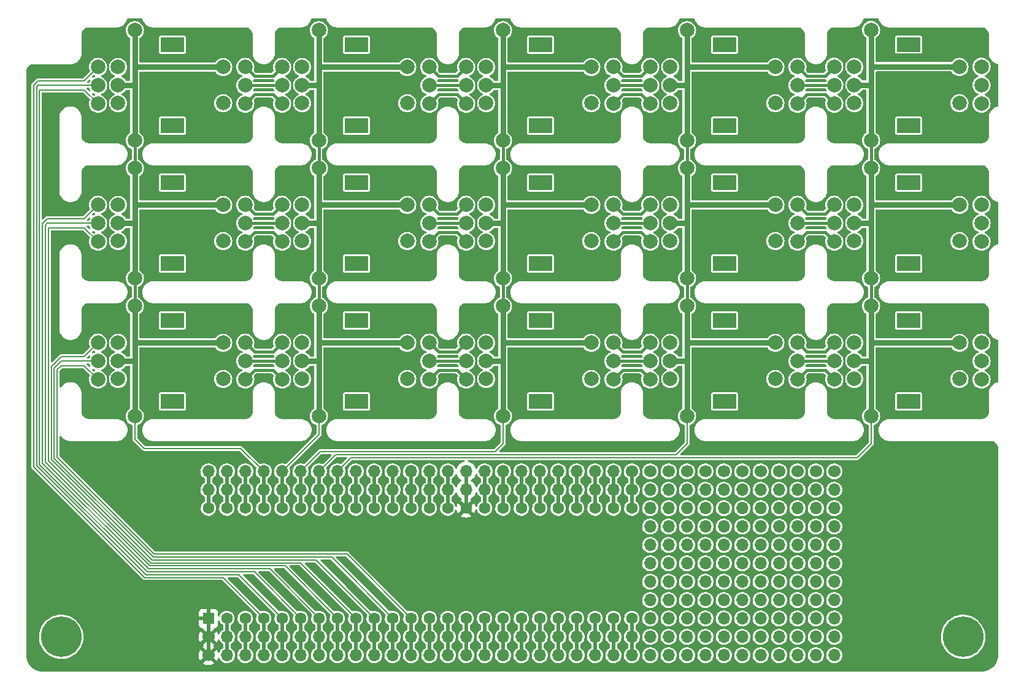
<source format=gbr>
%TF.GenerationSoftware,KiCad,Pcbnew,(6.0.0)*%
%TF.CreationDate,2022-08-09T18:09:23+02:00*%
%TF.ProjectId,matrix,6d617472-6978-42e6-9b69-6361645f7063,rev?*%
%TF.SameCoordinates,Original*%
%TF.FileFunction,Copper,L1,Top*%
%TF.FilePolarity,Positive*%
%FSLAX46Y46*%
G04 Gerber Fmt 4.6, Leading zero omitted, Abs format (unit mm)*
G04 Created by KiCad (PCBNEW (6.0.0)) date 2022-08-09 18:09:23*
%MOMM*%
%LPD*%
G01*
G04 APERTURE LIST*
%TA.AperFunction,EtchedComponent*%
%ADD10C,0.762000*%
%TD*%
%TA.AperFunction,ComponentPad*%
%ADD11C,2.000000*%
%TD*%
%TA.AperFunction,ComponentPad*%
%ADD12R,3.200000X2.000000*%
%TD*%
%TA.AperFunction,ComponentPad*%
%ADD13C,1.700000*%
%TD*%
%TA.AperFunction,ComponentPad*%
%ADD14O,1.700000X1.700000*%
%TD*%
%TA.AperFunction,ConnectorPad*%
%ADD15C,5.600000*%
%TD*%
%TA.AperFunction,ComponentPad*%
%ADD16C,3.600000*%
%TD*%
%TA.AperFunction,ComponentPad*%
%ADD17R,1.600000X1.600000*%
%TD*%
%TA.AperFunction,ComponentPad*%
%ADD18C,1.600000*%
%TD*%
%TA.AperFunction,Conductor*%
%ADD19C,0.381000*%
%TD*%
%TA.AperFunction,Conductor*%
%ADD20C,0.152400*%
%TD*%
%TA.AperFunction,Conductor*%
%ADD21C,0.508000*%
%TD*%
G04 APERTURE END LIST*
D10*
%TO.C,ENC4*%
X-603631000Y114300000D02*
X-601980000Y114300000D01*
X-601980000Y107680000D02*
X-601980000Y120920000D01*
X-601980000Y116840000D02*
X-589788000Y116840000D01*
%TO.C,ENC10*%
X-552831000Y114300000D02*
X-551180000Y114300000D01*
X-551180000Y116840000D02*
X-538988000Y116840000D01*
X-551180000Y107680000D02*
X-551180000Y120920000D01*
%TO.C,ENC7*%
X-576580000Y116840000D02*
X-564388000Y116840000D01*
X-578231000Y114300000D02*
X-576580000Y114300000D01*
X-576580000Y107680000D02*
X-576580000Y120920000D01*
%TO.C,ENC1*%
X-627380000Y107680000D02*
X-627380000Y120920000D01*
X-629031000Y114300000D02*
X-627380000Y114300000D01*
X-627380000Y116840000D02*
X-615188000Y116840000D01*
%TO.C,ENC15*%
X-527431000Y76200000D02*
X-525780000Y76200000D01*
X-525780000Y69580000D02*
X-525780000Y82820000D01*
X-525780000Y78740000D02*
X-513588000Y78740000D01*
%TO.C,ENC8*%
X-578231000Y95250000D02*
X-576580000Y95250000D01*
X-576580000Y88630000D02*
X-576580000Y101870000D01*
X-576580000Y97790000D02*
X-564388000Y97790000D01*
%TO.C,ENC6*%
X-601980000Y78740000D02*
X-589788000Y78740000D01*
X-603631000Y76200000D02*
X-601980000Y76200000D01*
X-601980000Y69580000D02*
X-601980000Y82820000D01*
%TO.C,ENC14*%
X-527431000Y95250000D02*
X-525780000Y95250000D01*
X-525780000Y97790000D02*
X-513588000Y97790000D01*
X-525780000Y88630000D02*
X-525780000Y101870000D01*
%TO.C,ENC5*%
X-601980000Y97790000D02*
X-589788000Y97790000D01*
X-603631000Y95250000D02*
X-601980000Y95250000D01*
X-601980000Y88630000D02*
X-601980000Y101870000D01*
%TO.C,ENC13*%
X-525780000Y107699990D02*
X-525780000Y120939990D01*
X-525780000Y116859990D02*
X-513588000Y116859990D01*
X-527431000Y114319990D02*
X-525780000Y114319990D01*
%TO.C,ENC9*%
X-578231000Y76200000D02*
X-576580000Y76200000D01*
X-576580000Y78740000D02*
X-564388000Y78740000D01*
X-576580000Y69580000D02*
X-576580000Y82820000D01*
%TO.C,ENC12*%
X-551180000Y78740000D02*
X-538988000Y78740000D01*
X-551180000Y69580000D02*
X-551180000Y82820000D01*
X-552831000Y76200000D02*
X-551180000Y76200000D01*
%TO.C,ENC11*%
X-552831000Y95250000D02*
X-551180000Y95250000D01*
X-551180000Y88630000D02*
X-551180000Y101870000D01*
X-551180000Y97790000D02*
X-538988000Y97790000D01*
%TO.C,ENC2*%
X-627380000Y97790000D02*
X-615188000Y97790000D01*
X-629031000Y95250000D02*
X-627380000Y95250000D01*
X-627380000Y88630000D02*
X-627380000Y101870000D01*
%TO.C,ENC3*%
X-629031000Y76200000D02*
X-627380000Y76200000D01*
X-627380000Y78740000D02*
X-615188000Y78740000D01*
X-627380000Y69580000D02*
X-627380000Y82820000D01*
%TD*%
D11*
%TO.P,ENC4,*%
%TO.N,*%
X-589794000Y116820000D03*
X-589794000Y111820000D03*
X-604294000Y114320000D03*
X-604294000Y116820000D03*
%TO.P,ENC4, *%
%TO.N,N/C*%
X-604294000Y111820000D03*
%TO.P,ENC4,A1,A1*%
%TO.N,Net-(ENC1-PadA2)*%
X-607060000Y116840000D03*
%TO.P,ENC4,A2,A2*%
%TO.N,Net-(ENC4-PadA2)*%
X-586740000Y116840000D03*
%TO.P,ENC4,B1,B1*%
%TO.N,Net-(ENC1-PadB2)*%
X-607060000Y114300000D03*
%TO.P,ENC4,B2,B2*%
%TO.N,Net-(ENC4-PadB2)*%
X-586740000Y114300000D03*
%TO.P,ENC4,C1,C1*%
%TO.N,unconnected-(ENC4-PadC1)*%
X-601980000Y121920000D03*
%TO.P,ENC4,C2,C2*%
%TO.N,Net-(ENC4-PadC2)*%
X-601980000Y106680000D03*
D12*
%TO.P,ENC4,MP*%
%TO.N,N/C*%
X-596794000Y108720000D03*
X-596794000Y119920000D03*
D11*
%TO.P,ENC4,S1,S1*%
%TO.N,Net-(ENC1-PadS2)*%
X-607060000Y111760000D03*
%TO.P,ENC4,S2,S2*%
%TO.N,Net-(ENC4-PadS2)*%
X-586740000Y111760000D03*
%TD*%
D13*
%TO.P,REF\u002A\u002A,1*%
%TO.N,N/C*%
X-548640000Y60960000D03*
X-548640000Y60960000D03*
D14*
%TO.P,REF\u002A\u002A,2*%
X-548640000Y58420000D03*
%TO.P,REF\u002A\u002A,3*%
X-548640000Y55880000D03*
%TO.P,REF\u002A\u002A,4*%
X-548640000Y53340000D03*
%TO.P,REF\u002A\u002A,5*%
X-548640000Y50800000D03*
%TO.P,REF\u002A\u002A,6*%
X-548640000Y48260000D03*
%TO.P,REF\u002A\u002A,7*%
X-548640000Y45720000D03*
%TO.P,REF\u002A\u002A,8*%
X-548640000Y43180000D03*
%TO.P,REF\u002A\u002A,9*%
X-548640000Y40640000D03*
%TO.P,REF\u002A\u002A,10*%
X-548640000Y38100000D03*
%TO.P,REF\u002A\u002A,11*%
X-548640000Y35560000D03*
%TD*%
D11*
%TO.P,ENC10,*%
%TO.N,*%
X-553494000Y116820000D03*
X-538994000Y116820000D03*
X-538994000Y111820000D03*
X-553494000Y114320000D03*
%TO.P,ENC10, *%
%TO.N,N/C*%
X-553494000Y111820000D03*
%TO.P,ENC10,A1,A1*%
%TO.N,Net-(ENC10-PadA1)*%
X-556260000Y116840000D03*
%TO.P,ENC10,A2,A2*%
%TO.N,Net-(ENC10-PadA2)*%
X-535940000Y116840000D03*
%TO.P,ENC10,B1,B1*%
%TO.N,Net-(ENC10-PadB1)*%
X-556260000Y114300000D03*
%TO.P,ENC10,B2,B2*%
%TO.N,Net-(ENC10-PadB2)*%
X-535940000Y114300000D03*
%TO.P,ENC10,C1,C1*%
%TO.N,unconnected-(ENC10-PadC1)*%
X-551180000Y121920000D03*
%TO.P,ENC10,C2,C2*%
%TO.N,Net-(ENC10-PadC2)*%
X-551180000Y106680000D03*
D12*
%TO.P,ENC10,MP*%
%TO.N,N/C*%
X-545994000Y108720000D03*
X-545994000Y119920000D03*
D11*
%TO.P,ENC10,S1,S1*%
%TO.N,Net-(ENC10-PadS1)*%
X-556260000Y111760000D03*
%TO.P,ENC10,S2,S2*%
%TO.N,Net-(ENC10-PadS2)*%
X-535940000Y111760000D03*
%TD*%
D13*
%TO.P,REF\u002A\u002A,1*%
%TO.N,N/C*%
X-541020000Y60960000D03*
X-541020000Y60960000D03*
D14*
%TO.P,REF\u002A\u002A,2*%
X-541020000Y58420000D03*
%TO.P,REF\u002A\u002A,3*%
X-541020000Y55880000D03*
%TO.P,REF\u002A\u002A,4*%
X-541020000Y53340000D03*
%TO.P,REF\u002A\u002A,5*%
X-541020000Y50800000D03*
%TO.P,REF\u002A\u002A,6*%
X-541020000Y48260000D03*
%TO.P,REF\u002A\u002A,7*%
X-541020000Y45720000D03*
%TO.P,REF\u002A\u002A,8*%
X-541020000Y43180000D03*
%TO.P,REF\u002A\u002A,9*%
X-541020000Y40640000D03*
%TO.P,REF\u002A\u002A,10*%
X-541020000Y38100000D03*
%TO.P,REF\u002A\u002A,11*%
X-541020000Y35560000D03*
%TD*%
D15*
%TO.P,REF\u002A\u002A,1*%
%TO.N,N/C*%
X-637540000Y38100000D03*
X-637540000Y38100000D03*
D16*
X-637540000Y38100000D03*
%TD*%
D13*
%TO.P,REF\u002A\u002A,1*%
%TO.N,N/C*%
X-556260000Y60960000D03*
X-556260000Y60960000D03*
D14*
%TO.P,REF\u002A\u002A,2*%
X-556260000Y58420000D03*
%TO.P,REF\u002A\u002A,3*%
X-556260000Y55880000D03*
%TO.P,REF\u002A\u002A,4*%
X-556260000Y53340000D03*
%TO.P,REF\u002A\u002A,5*%
X-556260000Y50800000D03*
%TO.P,REF\u002A\u002A,6*%
X-556260000Y48260000D03*
%TO.P,REF\u002A\u002A,7*%
X-556260000Y45720000D03*
%TO.P,REF\u002A\u002A,8*%
X-556260000Y43180000D03*
%TO.P,REF\u002A\u002A,9*%
X-556260000Y40640000D03*
%TO.P,REF\u002A\u002A,10*%
X-556260000Y38100000D03*
%TO.P,REF\u002A\u002A,11*%
X-556260000Y35560000D03*
%TD*%
D11*
%TO.P,ENC7,*%
%TO.N,*%
X-578894000Y114320000D03*
X-564394000Y111820000D03*
X-578894000Y116820000D03*
X-564394000Y116820000D03*
%TO.P,ENC7, *%
%TO.N,N/C*%
X-578894000Y111820000D03*
%TO.P,ENC7,A1,A1*%
%TO.N,Net-(ENC4-PadA2)*%
X-581660000Y116840000D03*
%TO.P,ENC7,A2,A2*%
%TO.N,Net-(ENC10-PadA1)*%
X-561340000Y116840000D03*
%TO.P,ENC7,B1,B1*%
%TO.N,Net-(ENC4-PadB2)*%
X-581660000Y114300000D03*
%TO.P,ENC7,B2,B2*%
%TO.N,Net-(ENC10-PadB1)*%
X-561340000Y114300000D03*
%TO.P,ENC7,C1,C1*%
%TO.N,unconnected-(ENC7-PadC1)*%
X-576580000Y121920000D03*
%TO.P,ENC7,C2,C2*%
%TO.N,Net-(ENC7-PadC2)*%
X-576580000Y106680000D03*
D12*
%TO.P,ENC7,MP*%
%TO.N,N/C*%
X-571394000Y119920000D03*
X-571394000Y108720000D03*
D11*
%TO.P,ENC7,S1,S1*%
%TO.N,Net-(ENC4-PadS2)*%
X-581660000Y111760000D03*
%TO.P,ENC7,S2,S2*%
%TO.N,Net-(ENC10-PadS1)*%
X-561340000Y111760000D03*
%TD*%
D13*
%TO.P,J2,1,Pin_1*%
%TO.N,Net-(J1-Pad1)*%
X-558800000Y58420000D03*
D14*
%TO.P,J2,2,Pin_2*%
%TO.N,Net-(J1-Pad2)*%
X-561340000Y58420000D03*
%TO.P,J2,3,Pin_3*%
%TO.N,Net-(J1-Pad3)*%
X-563880000Y58420000D03*
%TO.P,J2,4,Pin_4*%
%TO.N,Net-(J1-Pad4)*%
X-566420000Y58420000D03*
%TO.P,J2,5,Pin_5*%
%TO.N,Net-(J1-Pad5)*%
X-568960000Y58420000D03*
%TO.P,J2,6,Pin_6*%
%TO.N,Net-(J1-Pad6)*%
X-571500000Y58420000D03*
%TO.P,J2,7,Pin_7*%
%TO.N,Net-(J1-Pad7)*%
X-574040000Y58420000D03*
%TO.P,J2,8,Pin_8*%
%TO.N,Net-(J1-Pad8)*%
X-576580000Y58420000D03*
%TO.P,J2,9,Pin_9*%
%TO.N,Net-(J1-Pad9)*%
X-579120000Y58420000D03*
%TO.P,J2,10,Pin_10*%
%TO.N,GND*%
X-581660000Y58420000D03*
%TO.P,J2,11,Pin_11*%
%TO.N,Net-(J1-Pad11)*%
X-584200000Y58420000D03*
%TO.P,J2,12,Pin_12*%
%TO.N,Net-(J1-Pad12)*%
X-586740000Y58420000D03*
%TO.P,J2,13,Pin_13*%
%TO.N,Net-(J1-Pad13)*%
X-589280000Y58420000D03*
%TO.P,J2,14,Pin_14*%
%TO.N,Net-(J1-Pad14)*%
X-591820000Y58420000D03*
%TO.P,J2,15,Pin_15*%
%TO.N,Net-(J1-Pad15)*%
X-594360000Y58420000D03*
%TO.P,J2,16,Pin_16*%
%TO.N,Net-(J1-Pad16)*%
X-596900000Y58420000D03*
%TO.P,J2,17,Pin_17*%
%TO.N,/C4*%
X-599440000Y58420000D03*
%TO.P,J2,18,Pin_18*%
%TO.N,/C3*%
X-601980000Y58420000D03*
%TO.P,J2,19,Pin_19*%
%TO.N,/C2*%
X-604520000Y58420000D03*
%TO.P,J2,20,Pin_20*%
%TO.N,/C1*%
X-607060000Y58420000D03*
%TO.P,J2,21,Pin_21*%
%TO.N,/C0*%
X-609600000Y58420000D03*
%TO.P,J2,22,Pin_22*%
%TO.N,Net-(J1-Pad22)*%
X-612140000Y58420000D03*
%TO.P,J2,23,Pin_23*%
%TO.N,Net-(J1-Pad23)*%
X-614680000Y58420000D03*
%TO.P,J2,24,Pin_24*%
%TO.N,Net-(J1-Pad24)*%
X-617220000Y58420000D03*
%TD*%
D13*
%TO.P,REF\u002A\u002A,1*%
%TO.N,N/C*%
X-533400000Y60960000D03*
X-533400000Y60960000D03*
D14*
%TO.P,REF\u002A\u002A,2*%
X-533400000Y58420000D03*
%TO.P,REF\u002A\u002A,3*%
X-533400000Y55880000D03*
%TO.P,REF\u002A\u002A,4*%
X-533400000Y53340000D03*
%TO.P,REF\u002A\u002A,5*%
X-533400000Y50800000D03*
%TO.P,REF\u002A\u002A,6*%
X-533400000Y48260000D03*
%TO.P,REF\u002A\u002A,7*%
X-533400000Y45720000D03*
%TO.P,REF\u002A\u002A,8*%
X-533400000Y43180000D03*
%TO.P,REF\u002A\u002A,9*%
X-533400000Y40640000D03*
%TO.P,REF\u002A\u002A,10*%
X-533400000Y38100000D03*
%TO.P,REF\u002A\u002A,11*%
X-533400000Y35560000D03*
%TD*%
D11*
%TO.P,ENC1,*%
%TO.N,*%
X-615194000Y116820000D03*
X-615194000Y111820000D03*
X-629694000Y114320000D03*
X-629694000Y116820000D03*
%TO.P,ENC1, *%
%TO.N,N/C*%
X-629694000Y111820000D03*
%TO.P,ENC1,A1,A1*%
%TO.N,/AR0*%
X-632460000Y116840000D03*
%TO.P,ENC1,A2,A2*%
%TO.N,Net-(ENC1-PadA2)*%
X-612140000Y116840000D03*
%TO.P,ENC1,B1,B1*%
%TO.N,/BR0*%
X-632460000Y114300000D03*
%TO.P,ENC1,B2,B2*%
%TO.N,Net-(ENC1-PadB2)*%
X-612140000Y114300000D03*
%TO.P,ENC1,C1,C1*%
%TO.N,unconnected-(ENC1-PadC1)*%
X-627380000Y121920000D03*
%TO.P,ENC1,C2,C2*%
%TO.N,Net-(ENC1-PadC2)*%
X-627380000Y106680000D03*
D12*
%TO.P,ENC1,MP*%
%TO.N,N/C*%
X-622194000Y108720000D03*
X-622194000Y119920000D03*
D11*
%TO.P,ENC1,S1,S1*%
%TO.N,/SR0*%
X-632460000Y111760000D03*
%TO.P,ENC1,S2,S2*%
%TO.N,Net-(ENC1-PadS2)*%
X-612140000Y111760000D03*
%TD*%
D13*
%TO.P,REF\u002A\u002A,1*%
%TO.N,N/C*%
X-535940000Y60960000D03*
X-535940000Y60960000D03*
D14*
%TO.P,REF\u002A\u002A,2*%
X-535940000Y58420000D03*
%TO.P,REF\u002A\u002A,3*%
X-535940000Y55880000D03*
%TO.P,REF\u002A\u002A,4*%
X-535940000Y53340000D03*
%TO.P,REF\u002A\u002A,5*%
X-535940000Y50800000D03*
%TO.P,REF\u002A\u002A,6*%
X-535940000Y48260000D03*
%TO.P,REF\u002A\u002A,7*%
X-535940000Y45720000D03*
%TO.P,REF\u002A\u002A,8*%
X-535940000Y43180000D03*
%TO.P,REF\u002A\u002A,9*%
X-535940000Y40640000D03*
%TO.P,REF\u002A\u002A,10*%
X-535940000Y38100000D03*
%TO.P,REF\u002A\u002A,11*%
X-535940000Y35560000D03*
%TD*%
D11*
%TO.P,ENC15,*%
%TO.N,*%
X-528094000Y78720000D03*
X-513594000Y73720000D03*
X-528094000Y76220000D03*
X-513594000Y78720000D03*
%TO.P,ENC15, *%
%TO.N,N/C*%
X-528094000Y73720000D03*
%TO.P,ENC15,A1,A1*%
%TO.N,Net-(ENC12-PadA2)*%
X-530860000Y78740000D03*
%TO.P,ENC15,A2,A2*%
%TO.N,unconnected-(ENC15-PadA2)*%
X-510540000Y78740000D03*
%TO.P,ENC15,B1,B1*%
%TO.N,Net-(ENC12-PadB2)*%
X-530860000Y76200000D03*
%TO.P,ENC15,B2,B2*%
%TO.N,unconnected-(ENC15-PadB2)*%
X-510540000Y76200000D03*
%TO.P,ENC15,C1,C1*%
%TO.N,Net-(ENC14-PadC2)*%
X-525780000Y83820000D03*
%TO.P,ENC15,C2,C2*%
%TO.N,/C4*%
X-525780000Y68580000D03*
D12*
%TO.P,ENC15,MP*%
%TO.N,N/C*%
X-520594000Y81820000D03*
X-520594000Y70620000D03*
D11*
%TO.P,ENC15,S1,S1*%
%TO.N,Net-(ENC12-PadS2)*%
X-530860000Y73660000D03*
%TO.P,ENC15,S2,S2*%
%TO.N,unconnected-(ENC15-PadS2)*%
X-510540000Y73660000D03*
%TD*%
D13*
%TO.P,REF\u002A\u002A,1*%
%TO.N,N/C*%
X-551180000Y60960000D03*
X-551180000Y60960000D03*
D14*
%TO.P,REF\u002A\u002A,2*%
X-551180000Y58420000D03*
%TO.P,REF\u002A\u002A,3*%
X-551180000Y55880000D03*
%TO.P,REF\u002A\u002A,4*%
X-551180000Y53340000D03*
%TO.P,REF\u002A\u002A,5*%
X-551180000Y50800000D03*
%TO.P,REF\u002A\u002A,6*%
X-551180000Y48260000D03*
%TO.P,REF\u002A\u002A,7*%
X-551180000Y45720000D03*
%TO.P,REF\u002A\u002A,8*%
X-551180000Y43180000D03*
%TO.P,REF\u002A\u002A,9*%
X-551180000Y40640000D03*
%TO.P,REF\u002A\u002A,10*%
X-551180000Y38100000D03*
%TO.P,REF\u002A\u002A,11*%
X-551180000Y35560000D03*
%TD*%
D11*
%TO.P,ENC8,*%
%TO.N,*%
X-564394000Y92770000D03*
X-578894000Y95270000D03*
X-564394000Y97770000D03*
X-578894000Y97770000D03*
%TO.P,ENC8, *%
%TO.N,N/C*%
X-578894000Y92770000D03*
%TO.P,ENC8,A1,A1*%
%TO.N,Net-(ENC5-PadA2)*%
X-581660000Y97790000D03*
%TO.P,ENC8,A2,A2*%
%TO.N,Net-(ENC11-PadA1)*%
X-561340000Y97790000D03*
%TO.P,ENC8,B1,B1*%
%TO.N,Net-(ENC5-PadB2)*%
X-581660000Y95250000D03*
%TO.P,ENC8,B2,B2*%
%TO.N,Net-(ENC11-PadB1)*%
X-561340000Y95250000D03*
%TO.P,ENC8,C1,C1*%
%TO.N,Net-(ENC7-PadC2)*%
X-576580000Y102870000D03*
%TO.P,ENC8,C2,C2*%
%TO.N,Net-(ENC8-PadC2)*%
X-576580000Y87630000D03*
D12*
%TO.P,ENC8,MP*%
%TO.N,N/C*%
X-571394000Y100870000D03*
X-571394000Y89670000D03*
D11*
%TO.P,ENC8,S1,S1*%
%TO.N,Net-(ENC5-PadS2)*%
X-581660000Y92710000D03*
%TO.P,ENC8,S2,S2*%
%TO.N,Net-(ENC11-PadS1)*%
X-561340000Y92710000D03*
%TD*%
D13*
%TO.P,REF\u002A\u002A,1*%
%TO.N,N/C*%
X-553720000Y60960000D03*
X-553720000Y60960000D03*
D14*
%TO.P,REF\u002A\u002A,2*%
X-553720000Y58420000D03*
%TO.P,REF\u002A\u002A,3*%
X-553720000Y55880000D03*
%TO.P,REF\u002A\u002A,4*%
X-553720000Y53340000D03*
%TO.P,REF\u002A\u002A,5*%
X-553720000Y50800000D03*
%TO.P,REF\u002A\u002A,6*%
X-553720000Y48260000D03*
%TO.P,REF\u002A\u002A,7*%
X-553720000Y45720000D03*
%TO.P,REF\u002A\u002A,8*%
X-553720000Y43180000D03*
%TO.P,REF\u002A\u002A,9*%
X-553720000Y40640000D03*
%TO.P,REF\u002A\u002A,10*%
X-553720000Y38100000D03*
%TO.P,REF\u002A\u002A,11*%
X-553720000Y35560000D03*
%TD*%
D11*
%TO.P,ENC6,*%
%TO.N,*%
X-589794000Y73720000D03*
X-589794000Y78720000D03*
X-604294000Y78720000D03*
X-604294000Y76220000D03*
%TO.P,ENC6, *%
%TO.N,N/C*%
X-604294000Y73720000D03*
%TO.P,ENC6,A1,A1*%
%TO.N,Net-(ENC3-PadA2)*%
X-607060000Y78740000D03*
%TO.P,ENC6,A2,A2*%
%TO.N,Net-(ENC6-PadA2)*%
X-586740000Y78740000D03*
%TO.P,ENC6,B1,B1*%
%TO.N,Net-(ENC3-PadB2)*%
X-607060000Y76200000D03*
%TO.P,ENC6,B2,B2*%
%TO.N,Net-(ENC6-PadB2)*%
X-586740000Y76200000D03*
%TO.P,ENC6,C1,C1*%
%TO.N,Net-(ENC5-PadC2)*%
X-601980000Y83820000D03*
%TO.P,ENC6,C2,C2*%
%TO.N,/C1*%
X-601980000Y68580000D03*
D12*
%TO.P,ENC6,MP*%
%TO.N,N/C*%
X-596794000Y81820000D03*
X-596794000Y70620000D03*
D11*
%TO.P,ENC6,S1,S1*%
%TO.N,Net-(ENC3-PadS2)*%
X-607060000Y73660000D03*
%TO.P,ENC6,S2,S2*%
%TO.N,Net-(ENC6-PadS2)*%
X-586740000Y73660000D03*
%TD*%
%TO.P,ENC14,*%
%TO.N,*%
X-513594000Y92770000D03*
X-528094000Y97770000D03*
X-528094000Y95270000D03*
X-513594000Y97770000D03*
%TO.P,ENC14, *%
%TO.N,N/C*%
X-528094000Y92770000D03*
%TO.P,ENC14,A1,A1*%
%TO.N,Net-(ENC11-PadA2)*%
X-530860000Y97790000D03*
%TO.P,ENC14,A2,A2*%
%TO.N,unconnected-(ENC14-PadA2)*%
X-510540000Y97790000D03*
%TO.P,ENC14,B1,B1*%
%TO.N,Net-(ENC11-PadB2)*%
X-530860000Y95250000D03*
%TO.P,ENC14,B2,B2*%
%TO.N,unconnected-(ENC14-PadB2)*%
X-510540000Y95250000D03*
%TO.P,ENC14,C1,C1*%
%TO.N,Net-(ENC13-PadC2)*%
X-525780000Y102870000D03*
%TO.P,ENC14,C2,C2*%
%TO.N,Net-(ENC14-PadC2)*%
X-525780000Y87630000D03*
D12*
%TO.P,ENC14,MP*%
%TO.N,N/C*%
X-520594000Y100870000D03*
X-520594000Y89670000D03*
D11*
%TO.P,ENC14,S1,S1*%
%TO.N,Net-(ENC11-PadS2)*%
X-530860000Y92710000D03*
%TO.P,ENC14,S2,S2*%
%TO.N,unconnected-(ENC14-PadS2)*%
X-510540000Y92710000D03*
%TD*%
D15*
%TO.P,REF\u002A\u002A,1*%
%TO.N,N/C*%
X-513080000Y38100000D03*
X-513080000Y38100000D03*
D16*
X-513080000Y38100000D03*
%TD*%
D11*
%TO.P,ENC5,*%
%TO.N,*%
X-589794000Y92770000D03*
X-604294000Y95270000D03*
X-604294000Y97770000D03*
X-589794000Y97770000D03*
%TO.P,ENC5, *%
%TO.N,N/C*%
X-604294000Y92770000D03*
%TO.P,ENC5,A1,A1*%
%TO.N,Net-(ENC2-PadA2)*%
X-607060000Y97790000D03*
%TO.P,ENC5,A2,A2*%
%TO.N,Net-(ENC5-PadA2)*%
X-586740000Y97790000D03*
%TO.P,ENC5,B1,B1*%
%TO.N,Net-(ENC2-PadB2)*%
X-607060000Y95250000D03*
%TO.P,ENC5,B2,B2*%
%TO.N,Net-(ENC5-PadB2)*%
X-586740000Y95250000D03*
%TO.P,ENC5,C1,C1*%
%TO.N,Net-(ENC4-PadC2)*%
X-601980000Y102870000D03*
%TO.P,ENC5,C2,C2*%
%TO.N,Net-(ENC5-PadC2)*%
X-601980000Y87630000D03*
D12*
%TO.P,ENC5,MP*%
%TO.N,N/C*%
X-596794000Y100870000D03*
X-596794000Y89670000D03*
D11*
%TO.P,ENC5,S1,S1*%
%TO.N,Net-(ENC2-PadS2)*%
X-607060000Y92710000D03*
%TO.P,ENC5,S2,S2*%
%TO.N,Net-(ENC5-PadS2)*%
X-586740000Y92710000D03*
%TD*%
%TO.P,ENC13,*%
%TO.N,*%
X-513594000Y116839990D03*
X-513594000Y111839990D03*
X-528094000Y114339990D03*
X-528094000Y116839990D03*
%TO.P,ENC13, *%
%TO.N,N/C*%
X-528094000Y111839990D03*
%TO.P,ENC13,A1,A1*%
%TO.N,Net-(ENC10-PadA2)*%
X-530860000Y116859990D03*
%TO.P,ENC13,A2,A2*%
%TO.N,unconnected-(ENC13-PadA2)*%
X-510540000Y116859990D03*
%TO.P,ENC13,B1,B1*%
%TO.N,Net-(ENC10-PadB2)*%
X-530860000Y114319990D03*
%TO.P,ENC13,B2,B2*%
%TO.N,unconnected-(ENC13-PadB2)*%
X-510540000Y114319990D03*
%TO.P,ENC13,C1,C1*%
%TO.N,unconnected-(ENC13-PadC1)*%
X-525780000Y121939990D03*
%TO.P,ENC13,C2,C2*%
%TO.N,Net-(ENC13-PadC2)*%
X-525780000Y106699990D03*
D12*
%TO.P,ENC13,MP*%
%TO.N,N/C*%
X-520594000Y119939990D03*
X-520594000Y108739990D03*
D11*
%TO.P,ENC13,S1,S1*%
%TO.N,Net-(ENC10-PadS2)*%
X-530860000Y111779990D03*
%TO.P,ENC13,S2,S2*%
%TO.N,unconnected-(ENC13-PadS2)*%
X-510540000Y111779990D03*
%TD*%
%TO.P,ENC9,*%
%TO.N,*%
X-578894000Y76220000D03*
X-564394000Y78720000D03*
X-578894000Y78720000D03*
X-564394000Y73720000D03*
%TO.P,ENC9, *%
%TO.N,N/C*%
X-578894000Y73720000D03*
%TO.P,ENC9,A1,A1*%
%TO.N,Net-(ENC6-PadA2)*%
X-581660000Y78740000D03*
%TO.P,ENC9,A2,A2*%
%TO.N,Net-(ENC12-PadA1)*%
X-561340000Y78740000D03*
%TO.P,ENC9,B1,B1*%
%TO.N,Net-(ENC6-PadB2)*%
X-581660000Y76200000D03*
%TO.P,ENC9,B2,B2*%
%TO.N,Net-(ENC12-PadB1)*%
X-561340000Y76200000D03*
%TO.P,ENC9,C1,C1*%
%TO.N,Net-(ENC8-PadC2)*%
X-576580000Y83820000D03*
%TO.P,ENC9,C2,C2*%
%TO.N,/C2*%
X-576580000Y68580000D03*
D12*
%TO.P,ENC9,MP*%
%TO.N,N/C*%
X-571394000Y70620000D03*
X-571394000Y81820000D03*
D11*
%TO.P,ENC9,S1,S1*%
%TO.N,Net-(ENC6-PadS2)*%
X-581660000Y73660000D03*
%TO.P,ENC9,S2,S2*%
%TO.N,Net-(ENC12-PadS1)*%
X-561340000Y73660000D03*
%TD*%
%TO.P,ENC12,*%
%TO.N,*%
X-553494000Y78720000D03*
X-553494000Y76220000D03*
X-538994000Y78720000D03*
X-538994000Y73720000D03*
%TO.P,ENC12, *%
%TO.N,N/C*%
X-553494000Y73720000D03*
%TO.P,ENC12,A1,A1*%
%TO.N,Net-(ENC12-PadA1)*%
X-556260000Y78740000D03*
%TO.P,ENC12,A2,A2*%
%TO.N,Net-(ENC12-PadA2)*%
X-535940000Y78740000D03*
%TO.P,ENC12,B1,B1*%
%TO.N,Net-(ENC12-PadB1)*%
X-556260000Y76200000D03*
%TO.P,ENC12,B2,B2*%
%TO.N,Net-(ENC12-PadB2)*%
X-535940000Y76200000D03*
%TO.P,ENC12,C1,C1*%
%TO.N,Net-(ENC11-PadC2)*%
X-551180000Y83820000D03*
%TO.P,ENC12,C2,C2*%
%TO.N,/C3*%
X-551180000Y68580000D03*
D12*
%TO.P,ENC12,MP*%
%TO.N,N/C*%
X-545994000Y70620000D03*
X-545994000Y81820000D03*
D11*
%TO.P,ENC12,S1,S1*%
%TO.N,Net-(ENC12-PadS1)*%
X-556260000Y73660000D03*
%TO.P,ENC12,S2,S2*%
%TO.N,Net-(ENC12-PadS2)*%
X-535940000Y73660000D03*
%TD*%
%TO.P,ENC11,*%
%TO.N,*%
X-553494000Y95270000D03*
X-538994000Y92770000D03*
X-538994000Y97770000D03*
X-553494000Y97770000D03*
%TO.P,ENC11, *%
%TO.N,N/C*%
X-553494000Y92770000D03*
%TO.P,ENC11,A1,A1*%
%TO.N,Net-(ENC11-PadA1)*%
X-556260000Y97790000D03*
%TO.P,ENC11,A2,A2*%
%TO.N,Net-(ENC11-PadA2)*%
X-535940000Y97790000D03*
%TO.P,ENC11,B1,B1*%
%TO.N,Net-(ENC11-PadB1)*%
X-556260000Y95250000D03*
%TO.P,ENC11,B2,B2*%
%TO.N,Net-(ENC11-PadB2)*%
X-535940000Y95250000D03*
%TO.P,ENC11,C1,C1*%
%TO.N,Net-(ENC10-PadC2)*%
X-551180000Y102870000D03*
%TO.P,ENC11,C2,C2*%
%TO.N,Net-(ENC11-PadC2)*%
X-551180000Y87630000D03*
D12*
%TO.P,ENC11,MP*%
%TO.N,N/C*%
X-545994000Y89670000D03*
X-545994000Y100870000D03*
D11*
%TO.P,ENC11,S1,S1*%
%TO.N,Net-(ENC11-PadS1)*%
X-556260000Y92710000D03*
%TO.P,ENC11,S2,S2*%
%TO.N,Net-(ENC11-PadS2)*%
X-535940000Y92710000D03*
%TD*%
D13*
%TO.P,REF\u002A\u002A,1*%
%TO.N,N/C*%
X-530860000Y60960000D03*
X-530860000Y60960000D03*
D14*
%TO.P,REF\u002A\u002A,2*%
X-530860000Y58420000D03*
%TO.P,REF\u002A\u002A,3*%
X-530860000Y55880000D03*
%TO.P,REF\u002A\u002A,4*%
X-530860000Y53340000D03*
%TO.P,REF\u002A\u002A,5*%
X-530860000Y50800000D03*
%TO.P,REF\u002A\u002A,6*%
X-530860000Y48260000D03*
%TO.P,REF\u002A\u002A,7*%
X-530860000Y45720000D03*
%TO.P,REF\u002A\u002A,8*%
X-530860000Y43180000D03*
%TO.P,REF\u002A\u002A,9*%
X-530860000Y40640000D03*
%TO.P,REF\u002A\u002A,10*%
X-530860000Y38100000D03*
%TO.P,REF\u002A\u002A,11*%
X-530860000Y35560000D03*
%TD*%
D13*
%TO.P,J1,1,Pin_1*%
%TO.N,Net-(J1-Pad1)*%
X-558800000Y60960000D03*
D14*
%TO.P,J1,2,Pin_2*%
%TO.N,Net-(J1-Pad2)*%
X-561340000Y60960000D03*
%TO.P,J1,3,Pin_3*%
%TO.N,Net-(J1-Pad3)*%
X-563880000Y60960000D03*
%TO.P,J1,4,Pin_4*%
%TO.N,Net-(J1-Pad4)*%
X-566420000Y60960000D03*
%TO.P,J1,5,Pin_5*%
%TO.N,Net-(J1-Pad5)*%
X-568960000Y60960000D03*
%TO.P,J1,6,Pin_6*%
%TO.N,Net-(J1-Pad6)*%
X-571500000Y60960000D03*
%TO.P,J1,7,Pin_7*%
%TO.N,Net-(J1-Pad7)*%
X-574040000Y60960000D03*
%TO.P,J1,8,Pin_8*%
%TO.N,Net-(J1-Pad8)*%
X-576580000Y60960000D03*
%TO.P,J1,9,Pin_9*%
%TO.N,Net-(J1-Pad9)*%
X-579120000Y60960000D03*
%TO.P,J1,10,Pin_10*%
%TO.N,GND*%
X-581660000Y60960000D03*
%TO.P,J1,11,Pin_11*%
%TO.N,Net-(J1-Pad11)*%
X-584200000Y60960000D03*
%TO.P,J1,12,Pin_12*%
%TO.N,Net-(J1-Pad12)*%
X-586740000Y60960000D03*
%TO.P,J1,13,Pin_13*%
%TO.N,Net-(J1-Pad13)*%
X-589280000Y60960000D03*
%TO.P,J1,14,Pin_14*%
%TO.N,Net-(J1-Pad14)*%
X-591820000Y60960000D03*
%TO.P,J1,15,Pin_15*%
%TO.N,Net-(J1-Pad15)*%
X-594360000Y60960000D03*
%TO.P,J1,16,Pin_16*%
%TO.N,Net-(J1-Pad16)*%
X-596900000Y60960000D03*
%TO.P,J1,17,Pin_17*%
%TO.N,/C4*%
X-599440000Y60960000D03*
%TO.P,J1,18,Pin_18*%
%TO.N,/C3*%
X-601980000Y60960000D03*
%TO.P,J1,19,Pin_19*%
%TO.N,/C2*%
X-604520000Y60960000D03*
%TO.P,J1,20,Pin_20*%
%TO.N,/C1*%
X-607060000Y60960000D03*
%TO.P,J1,21,Pin_21*%
%TO.N,/C0*%
X-609600000Y60960000D03*
%TO.P,J1,22,Pin_22*%
%TO.N,Net-(J1-Pad22)*%
X-612140000Y60960000D03*
%TO.P,J1,23,Pin_23*%
%TO.N,Net-(J1-Pad23)*%
X-614680000Y60960000D03*
%TO.P,J1,24,Pin_24*%
%TO.N,Net-(J1-Pad24)*%
X-617220000Y60960000D03*
%TD*%
D11*
%TO.P,ENC2,*%
%TO.N,*%
X-629694000Y97770000D03*
X-615194000Y92770000D03*
X-629694000Y95270000D03*
X-615194000Y97770000D03*
%TO.P,ENC2, *%
%TO.N,N/C*%
X-629694000Y92770000D03*
%TO.P,ENC2,A1,A1*%
%TO.N,/AR1*%
X-632460000Y97790000D03*
%TO.P,ENC2,A2,A2*%
%TO.N,Net-(ENC2-PadA2)*%
X-612140000Y97790000D03*
%TO.P,ENC2,B1,B1*%
%TO.N,/BR1*%
X-632460000Y95250000D03*
%TO.P,ENC2,B2,B2*%
%TO.N,Net-(ENC2-PadB2)*%
X-612140000Y95250000D03*
%TO.P,ENC2,C1,C1*%
%TO.N,Net-(ENC1-PadC2)*%
X-627380000Y102870000D03*
%TO.P,ENC2,C2,C2*%
%TO.N,Net-(ENC2-PadC2)*%
X-627380000Y87630000D03*
D12*
%TO.P,ENC2,MP*%
%TO.N,N/C*%
X-622194000Y100870000D03*
X-622194000Y89670000D03*
D11*
%TO.P,ENC2,S1,S1*%
%TO.N,/SR1*%
X-632460000Y92710000D03*
%TO.P,ENC2,S2,S2*%
%TO.N,Net-(ENC2-PadS2)*%
X-612140000Y92710000D03*
%TD*%
D17*
%TO.P,U1,1,GND*%
%TO.N,GND*%
X-617220000Y40640000D03*
D18*
%TO.P,U1,2,0_RX1_CRX2_CS1*%
%TO.N,Net-(J3-Pad2)*%
X-614680000Y40640000D03*
%TO.P,U1,3,1_TX1_CTX2_MISO1*%
%TO.N,Net-(J3-Pad3)*%
X-612140000Y40640000D03*
%TO.P,U1,4,2_OUT2*%
%TO.N,/AR0*%
X-609600000Y40640000D03*
%TO.P,U1,5,3_LRCLK2*%
%TO.N,/BR0*%
X-607060000Y40640000D03*
%TO.P,U1,6,4_BCLK2*%
%TO.N,/SR0*%
X-604520000Y40640000D03*
%TO.P,U1,7,5_IN2*%
%TO.N,/AR1*%
X-601980000Y40640000D03*
%TO.P,U1,8,6_OUT1D*%
%TO.N,/BR1*%
X-599440000Y40640000D03*
%TO.P,U1,9,7_RX2_OUT1A*%
%TO.N,/SR1*%
X-596900000Y40640000D03*
%TO.P,U1,10,8_TX2_IN1*%
%TO.N,/AR3*%
X-594360000Y40640000D03*
%TO.P,U1,11,9_OUT1C*%
%TO.N,/BR3*%
X-591820000Y40640000D03*
%TO.P,U1,12,10_CS_MQSR*%
%TO.N,/SR3*%
X-589280000Y40640000D03*
%TO.P,U1,13,11_MOSI_CTX1*%
%TO.N,Net-(J3-Pad13)*%
X-586740000Y40640000D03*
%TO.P,U1,14,12_MISO_MQSL*%
%TO.N,Net-(J3-Pad14)*%
X-584200000Y40640000D03*
%TO.P,U1,15,3V3*%
%TO.N,Net-(J3-Pad15)*%
X-581660000Y40640000D03*
%TO.P,U1,16,24_A10_TX6_SCL2*%
%TO.N,Net-(J3-Pad16)*%
X-579120000Y40640000D03*
%TO.P,U1,17,25_A11_RX6_SDA2*%
%TO.N,Net-(J3-Pad17)*%
X-576580000Y40640000D03*
%TO.P,U1,18,26_A12_MOSI1*%
%TO.N,Net-(J3-Pad18)*%
X-574040000Y40640000D03*
%TO.P,U1,19,27_A13_SCK1*%
%TO.N,Net-(J3-Pad19)*%
X-571500000Y40640000D03*
%TO.P,U1,20,28_RX7*%
%TO.N,Net-(J3-Pad20)*%
X-568960000Y40640000D03*
%TO.P,U1,21,29_TX7*%
%TO.N,Net-(J3-Pad21)*%
X-566420000Y40640000D03*
%TO.P,U1,22,30_CRX3*%
%TO.N,Net-(J3-Pad22)*%
X-563880000Y40640000D03*
%TO.P,U1,23,31_CTX3*%
%TO.N,Net-(J3-Pad23)*%
X-561340000Y40640000D03*
%TO.P,U1,24,32_OUT1B*%
%TO.N,Net-(J3-Pad24)*%
X-558800000Y40640000D03*
%TO.P,U1,25,33_MCLK2*%
%TO.N,Net-(J1-Pad1)*%
X-558800000Y55880000D03*
%TO.P,U1,26,34_DAT1_MISO2*%
%TO.N,Net-(J1-Pad2)*%
X-561340000Y55880000D03*
%TO.P,U1,27,35_DAT0_MOSI2*%
%TO.N,Net-(J1-Pad3)*%
X-563880000Y55880000D03*
%TO.P,U1,28,36_CLK_CS2*%
%TO.N,Net-(J1-Pad4)*%
X-566420000Y55880000D03*
%TO.P,U1,29,37_CMD_SCK2*%
%TO.N,Net-(J1-Pad5)*%
X-568960000Y55880000D03*
%TO.P,U1,30,38_DAT3_RX5*%
%TO.N,Net-(J1-Pad6)*%
X-571500000Y55880000D03*
%TO.P,U1,31,39_DAT2_TX5*%
%TO.N,Net-(J1-Pad7)*%
X-574040000Y55880000D03*
%TO.P,U1,32,40_A16_CS1*%
%TO.N,Net-(J1-Pad8)*%
X-576580000Y55880000D03*
%TO.P,U1,33,41_A1_MIS01*%
%TO.N,Net-(J1-Pad9)*%
X-579120000Y55880000D03*
%TO.P,U1,34,GND*%
%TO.N,GND*%
X-581660000Y55880000D03*
%TO.P,U1,35,13_SCK_CRX1_LED*%
%TO.N,Net-(J1-Pad11)*%
X-584200000Y55880000D03*
%TO.P,U1,36,14_A0_TX3_SPDIF_OUT*%
%TO.N,Net-(J1-Pad12)*%
X-586740000Y55880000D03*
%TO.P,U1,37,15_A1_RX3_SPDIF_IN*%
%TO.N,Net-(J1-Pad13)*%
X-589280000Y55880000D03*
%TO.P,U1,38,16_A2_RX4_SCL1*%
%TO.N,Net-(J1-Pad14)*%
X-591820000Y55880000D03*
%TO.P,U1,39,17_A3_TX4_SDA1*%
%TO.N,Net-(J1-Pad15)*%
X-594360000Y55880000D03*
%TO.P,U1,40,18_A4_SDA0*%
%TO.N,Net-(J1-Pad16)*%
X-596900000Y55880000D03*
%TO.P,U1,41,19_A5_SCL0*%
%TO.N,/C4*%
X-599440000Y55880000D03*
%TO.P,U1,42,20_A6_TX5_LRCLK1*%
%TO.N,/C3*%
X-601980000Y55880000D03*
%TO.P,U1,43,21_A7_RX5_BCLK1*%
%TO.N,/C2*%
X-604520000Y55880000D03*
%TO.P,U1,44,22_A8_CTX1*%
%TO.N,/C1*%
X-607060000Y55880000D03*
%TO.P,U1,45,23_A9_CRX1_MCLK1*%
%TO.N,/C0*%
X-609600000Y55880000D03*
%TO.P,U1,46,3V3*%
%TO.N,Net-(J1-Pad22)*%
X-612140000Y55880000D03*
%TO.P,U1,47,GND*%
%TO.N,Net-(J1-Pad23)*%
X-614680000Y55880000D03*
%TO.P,U1,48,VIN*%
%TO.N,Net-(J1-Pad24)*%
X-617220000Y55880000D03*
%TD*%
D13*
%TO.P,J3,1,Pin_1*%
%TO.N,GND*%
X-617220000Y38100000D03*
D14*
%TO.P,J3,2,Pin_2*%
%TO.N,Net-(J3-Pad2)*%
X-614680000Y38100000D03*
%TO.P,J3,3,Pin_3*%
%TO.N,Net-(J3-Pad3)*%
X-612140000Y38100000D03*
%TO.P,J3,4,Pin_4*%
%TO.N,/AR0*%
X-609600000Y38100000D03*
%TO.P,J3,5,Pin_5*%
%TO.N,/BR0*%
X-607060000Y38100000D03*
%TO.P,J3,6,Pin_6*%
%TO.N,/SR0*%
X-604520000Y38100000D03*
%TO.P,J3,7,Pin_7*%
%TO.N,/AR1*%
X-601980000Y38100000D03*
%TO.P,J3,8,Pin_8*%
%TO.N,/BR1*%
X-599440000Y38100000D03*
%TO.P,J3,9,Pin_9*%
%TO.N,/SR1*%
X-596900000Y38100000D03*
%TO.P,J3,10,Pin_10*%
%TO.N,/AR3*%
X-594360000Y38100000D03*
%TO.P,J3,11,Pin_11*%
%TO.N,/BR3*%
X-591820000Y38100000D03*
%TO.P,J3,12,Pin_12*%
%TO.N,/SR3*%
X-589280000Y38100000D03*
%TO.P,J3,13,Pin_13*%
%TO.N,Net-(J3-Pad13)*%
X-586740000Y38100000D03*
%TO.P,J3,14,Pin_14*%
%TO.N,Net-(J3-Pad14)*%
X-584200000Y38100000D03*
%TO.P,J3,15,Pin_15*%
%TO.N,Net-(J3-Pad15)*%
X-581660000Y38100000D03*
%TO.P,J3,16,Pin_16*%
%TO.N,Net-(J3-Pad16)*%
X-579120000Y38100000D03*
%TO.P,J3,17,Pin_17*%
%TO.N,Net-(J3-Pad17)*%
X-576580000Y38100000D03*
%TO.P,J3,18,Pin_18*%
%TO.N,Net-(J3-Pad18)*%
X-574040000Y38100000D03*
%TO.P,J3,19,Pin_19*%
%TO.N,Net-(J3-Pad19)*%
X-571500000Y38100000D03*
%TO.P,J3,20,Pin_20*%
%TO.N,Net-(J3-Pad20)*%
X-568960000Y38100000D03*
%TO.P,J3,21,Pin_21*%
%TO.N,Net-(J3-Pad21)*%
X-566420000Y38100000D03*
%TO.P,J3,22,Pin_22*%
%TO.N,Net-(J3-Pad22)*%
X-563880000Y38100000D03*
%TO.P,J3,23,Pin_23*%
%TO.N,Net-(J3-Pad23)*%
X-561340000Y38100000D03*
%TO.P,J3,24,Pin_24*%
%TO.N,Net-(J3-Pad24)*%
X-558800000Y38100000D03*
%TD*%
D13*
%TO.P,REF\u002A\u002A,1*%
%TO.N,N/C*%
X-538480000Y60960000D03*
X-538480000Y60960000D03*
D14*
%TO.P,REF\u002A\u002A,2*%
X-538480000Y58420000D03*
%TO.P,REF\u002A\u002A,3*%
X-538480000Y55880000D03*
%TO.P,REF\u002A\u002A,4*%
X-538480000Y53340000D03*
%TO.P,REF\u002A\u002A,5*%
X-538480000Y50800000D03*
%TO.P,REF\u002A\u002A,6*%
X-538480000Y48260000D03*
%TO.P,REF\u002A\u002A,7*%
X-538480000Y45720000D03*
%TO.P,REF\u002A\u002A,8*%
X-538480000Y43180000D03*
%TO.P,REF\u002A\u002A,9*%
X-538480000Y40640000D03*
%TO.P,REF\u002A\u002A,10*%
X-538480000Y38100000D03*
%TO.P,REF\u002A\u002A,11*%
X-538480000Y35560000D03*
%TD*%
D11*
%TO.P,ENC3,*%
%TO.N,*%
X-615194000Y73720000D03*
X-629694000Y78720000D03*
X-629694000Y76220000D03*
X-615194000Y78720000D03*
%TO.P,ENC3, *%
%TO.N,N/C*%
X-629694000Y73720000D03*
%TO.P,ENC3,A1,A1*%
%TO.N,/AR3*%
X-632460000Y78740000D03*
%TO.P,ENC3,A2,A2*%
%TO.N,Net-(ENC3-PadA2)*%
X-612140000Y78740000D03*
%TO.P,ENC3,B1,B1*%
%TO.N,/BR3*%
X-632460000Y76200000D03*
%TO.P,ENC3,B2,B2*%
%TO.N,Net-(ENC3-PadB2)*%
X-612140000Y76200000D03*
%TO.P,ENC3,C1,C1*%
%TO.N,Net-(ENC2-PadC2)*%
X-627380000Y83820000D03*
%TO.P,ENC3,C2,C2*%
%TO.N,/C0*%
X-627380000Y68580000D03*
D12*
%TO.P,ENC3,MP*%
%TO.N,N/C*%
X-622194000Y70620000D03*
X-622194000Y81820000D03*
D11*
%TO.P,ENC3,S1,S1*%
%TO.N,/SR3*%
X-632460000Y73660000D03*
%TO.P,ENC3,S2,S2*%
%TO.N,Net-(ENC3-PadS2)*%
X-612140000Y73660000D03*
%TD*%
D13*
%TO.P,J4,1,Pin_1*%
%TO.N,GND*%
X-617220000Y35560000D03*
D14*
%TO.P,J4,2,Pin_2*%
%TO.N,Net-(J3-Pad2)*%
X-614680000Y35560000D03*
%TO.P,J4,3,Pin_3*%
%TO.N,Net-(J3-Pad3)*%
X-612140000Y35560000D03*
%TO.P,J4,4,Pin_4*%
%TO.N,/AR0*%
X-609600000Y35560000D03*
%TO.P,J4,5,Pin_5*%
%TO.N,/BR0*%
X-607060000Y35560000D03*
%TO.P,J4,6,Pin_6*%
%TO.N,/SR0*%
X-604520000Y35560000D03*
%TO.P,J4,7,Pin_7*%
%TO.N,/AR1*%
X-601980000Y35560000D03*
%TO.P,J4,8,Pin_8*%
%TO.N,/BR1*%
X-599440000Y35560000D03*
%TO.P,J4,9,Pin_9*%
%TO.N,/SR1*%
X-596900000Y35560000D03*
%TO.P,J4,10,Pin_10*%
%TO.N,/AR3*%
X-594360000Y35560000D03*
%TO.P,J4,11,Pin_11*%
%TO.N,/BR3*%
X-591820000Y35560000D03*
%TO.P,J4,12,Pin_12*%
%TO.N,/SR3*%
X-589280000Y35560000D03*
%TO.P,J4,13,Pin_13*%
%TO.N,Net-(J3-Pad13)*%
X-586740000Y35560000D03*
%TO.P,J4,14,Pin_14*%
%TO.N,Net-(J3-Pad14)*%
X-584200000Y35560000D03*
%TO.P,J4,15,Pin_15*%
%TO.N,Net-(J3-Pad15)*%
X-581660000Y35560000D03*
%TO.P,J4,16,Pin_16*%
%TO.N,Net-(J3-Pad16)*%
X-579120000Y35560000D03*
%TO.P,J4,17,Pin_17*%
%TO.N,Net-(J3-Pad17)*%
X-576580000Y35560000D03*
%TO.P,J4,18,Pin_18*%
%TO.N,Net-(J3-Pad18)*%
X-574040000Y35560000D03*
%TO.P,J4,19,Pin_19*%
%TO.N,Net-(J3-Pad19)*%
X-571500000Y35560000D03*
%TO.P,J4,20,Pin_20*%
%TO.N,Net-(J3-Pad20)*%
X-568960000Y35560000D03*
%TO.P,J4,21,Pin_21*%
%TO.N,Net-(J3-Pad21)*%
X-566420000Y35560000D03*
%TO.P,J4,22,Pin_22*%
%TO.N,Net-(J3-Pad22)*%
X-563880000Y35560000D03*
%TO.P,J4,23,Pin_23*%
%TO.N,Net-(J3-Pad23)*%
X-561340000Y35560000D03*
%TO.P,J4,24,Pin_24*%
%TO.N,Net-(J3-Pad24)*%
X-558800000Y35560000D03*
%TD*%
D13*
%TO.P,REF\u002A\u002A,1*%
%TO.N,N/C*%
X-546100000Y60960000D03*
X-546100000Y60960000D03*
D14*
%TO.P,REF\u002A\u002A,2*%
X-546100000Y58420000D03*
%TO.P,REF\u002A\u002A,3*%
X-546100000Y55880000D03*
%TO.P,REF\u002A\u002A,4*%
X-546100000Y53340000D03*
%TO.P,REF\u002A\u002A,5*%
X-546100000Y50800000D03*
%TO.P,REF\u002A\u002A,6*%
X-546100000Y48260000D03*
%TO.P,REF\u002A\u002A,7*%
X-546100000Y45720000D03*
%TO.P,REF\u002A\u002A,8*%
X-546100000Y43180000D03*
%TO.P,REF\u002A\u002A,9*%
X-546100000Y40640000D03*
%TO.P,REF\u002A\u002A,10*%
X-546100000Y38100000D03*
%TO.P,REF\u002A\u002A,11*%
X-546100000Y35560000D03*
%TD*%
D13*
%TO.P,REF\u002A\u002A,1*%
%TO.N,N/C*%
X-543560000Y60960000D03*
X-543560000Y60960000D03*
D14*
%TO.P,REF\u002A\u002A,2*%
X-543560000Y58420000D03*
%TO.P,REF\u002A\u002A,3*%
X-543560000Y55880000D03*
%TO.P,REF\u002A\u002A,4*%
X-543560000Y53340000D03*
%TO.P,REF\u002A\u002A,5*%
X-543560000Y50800000D03*
%TO.P,REF\u002A\u002A,6*%
X-543560000Y48260000D03*
%TO.P,REF\u002A\u002A,7*%
X-543560000Y45720000D03*
%TO.P,REF\u002A\u002A,8*%
X-543560000Y43180000D03*
%TO.P,REF\u002A\u002A,9*%
X-543560000Y40640000D03*
%TO.P,REF\u002A\u002A,10*%
X-543560000Y38100000D03*
%TO.P,REF\u002A\u002A,11*%
X-543560000Y35560000D03*
%TD*%
D19*
%TO.N,Net-(ENC1-PadA2)*%
X-608330000Y115570000D02*
X-607060000Y116840000D01*
X-610870000Y115570000D02*
X-608330000Y115570000D01*
X-612140000Y116840000D02*
X-610870000Y115570000D01*
%TO.N,Net-(ENC1-PadB2)*%
X-612140000Y114300000D02*
X-607060000Y114300000D01*
%TO.N,Net-(ENC1-PadC2)*%
X-627380000Y106680000D02*
X-627380000Y101600000D01*
%TO.N,Net-(ENC1-PadS2)*%
X-610870000Y113030000D02*
X-608330000Y113030000D01*
X-612140000Y111760000D02*
X-610870000Y113030000D01*
X-608330000Y113030000D02*
X-607060000Y111760000D01*
%TO.N,Net-(ENC5-PadA2)*%
X-586740000Y97790000D02*
X-585470000Y96520000D01*
X-582930000Y96520000D02*
X-581660000Y97790000D01*
X-585470000Y96520000D02*
X-582930000Y96520000D01*
%TO.N,Net-(ENC2-PadC2)*%
X-627380000Y87630000D02*
X-627380000Y83820000D01*
%TO.N,Net-(ENC5-PadB2)*%
X-586740000Y95250000D02*
X-581660000Y95250000D01*
%TO.N,Net-(ENC3-PadA2)*%
X-610870000Y77470000D02*
X-608330000Y77470000D01*
X-612140000Y78740000D02*
X-610870000Y77470000D01*
X-608330000Y77470000D02*
X-607060000Y78740000D01*
%TO.N,Net-(ENC3-PadB2)*%
X-612140000Y76200000D02*
X-607060000Y76200000D01*
%TO.N,Net-(ENC3-PadS2)*%
X-608330000Y74930000D02*
X-607060000Y73660000D01*
X-610870000Y74930000D02*
X-608330000Y74930000D01*
X-612140000Y73660000D02*
X-610870000Y74930000D01*
%TO.N,Net-(ENC4-PadC2)*%
X-601980000Y106680000D02*
X-601980000Y101600000D01*
%TO.N,Net-(ENC6-PadA2)*%
X-585470000Y77470000D02*
X-582930000Y77470000D01*
X-582930000Y77470000D02*
X-581660000Y78740000D01*
X-586740000Y78740000D02*
X-585470000Y77470000D01*
%TO.N,Net-(ENC6-PadB2)*%
X-586740000Y76200000D02*
X-581660000Y76200000D01*
%TO.N,Net-(ENC5-PadC2)*%
X-601980000Y87630000D02*
X-601980000Y83820000D01*
%TO.N,Net-(ENC6-PadS2)*%
X-586740000Y73660000D02*
X-585470000Y74930000D01*
X-582930000Y74930000D02*
X-581660000Y73660000D01*
X-585470000Y74930000D02*
X-582930000Y74930000D01*
%TO.N,Net-(ENC11-PadA2)*%
X-534670000Y96520000D02*
X-532130000Y96520000D01*
X-532130000Y96520000D02*
X-530860000Y97790000D01*
X-535940000Y97790000D02*
X-534670000Y96520000D01*
%TO.N,Net-(ENC11-PadB2)*%
X-535940000Y95250000D02*
X-530860000Y95250000D01*
%TO.N,Net-(ENC11-PadC2)*%
X-551180000Y87630000D02*
X-551180000Y83820000D01*
%TO.N,Net-(ENC11-PadS2)*%
X-535940000Y92710000D02*
X-534670000Y93980000D01*
X-534670000Y93980000D02*
X-532130000Y93980000D01*
X-532130000Y93980000D02*
X-530860000Y92710000D01*
%TO.N,Net-(ENC5-PadS2)*%
X-586740000Y92710000D02*
X-585470000Y93980000D01*
X-582930000Y93980000D02*
X-581660000Y92710000D01*
X-585470000Y93980000D02*
X-582930000Y93980000D01*
D20*
%TO.N,/C1*%
X-601980000Y66040000D02*
X-607060000Y60960000D01*
X-601980000Y68580000D02*
X-601980000Y66040000D01*
D21*
X-607060000Y60960000D02*
X-607060000Y55880000D01*
D19*
%TO.N,Net-(ENC13-PadC2)*%
X-525780000Y102870000D02*
X-525780000Y106700000D01*
%TO.N,Net-(ENC7-PadC2)*%
X-576580000Y106680000D02*
X-576580000Y101600000D01*
%TO.N,Net-(ENC14-PadC2)*%
X-525780000Y87630000D02*
X-525780000Y83820000D01*
D20*
%TO.N,/SR0*%
X-625701445Y47094534D02*
X-625028912Y47094535D01*
X-640538178Y113665000D02*
X-640538177Y61931265D01*
X-632460000Y111760000D02*
X-634365000Y113665000D01*
X-625028912Y47094535D02*
X-610883145Y47094534D01*
D21*
X-604520000Y35560000D02*
X-604520000Y40640000D01*
D20*
X-634365000Y113665000D02*
X-640538178Y113665000D01*
X-610883145Y47094534D02*
X-604480884Y40692273D01*
X-640538177Y61931265D02*
X-625701445Y47094534D01*
%TO.N,/BR0*%
X-613017234Y46688623D02*
X-607020884Y40692273D01*
X-640715000Y114300000D02*
X-640944089Y114070911D01*
X-632460000Y114300000D02*
X-640715000Y114300000D01*
X-640944089Y61763133D02*
X-625869578Y46688623D01*
X-625869578Y46688623D02*
X-625197045Y46688624D01*
D21*
X-607060000Y35560000D02*
X-607060000Y40640000D01*
D20*
X-640944089Y114070911D02*
X-640944089Y61763133D01*
X-625197045Y46688624D02*
X-613017234Y46688623D01*
%TO.N,/AR0*%
X-626037713Y46282713D02*
X-641350000Y61595000D01*
X-641350000Y61595000D02*
X-641350000Y114300000D01*
X-634365000Y114935000D02*
X-632460000Y116840000D01*
X-615151324Y46282713D02*
X-626037713Y46282713D01*
X-609560884Y40692273D02*
X-615151324Y46282713D01*
X-640715000Y114935000D02*
X-634365000Y114935000D01*
X-641350000Y114300000D02*
X-640715000Y114935000D01*
D21*
X-609600000Y35560000D02*
X-609600000Y40640000D01*
D20*
%TO.N,/AR1*%
X-624860779Y47500446D02*
X-608749056Y47500445D01*
D21*
X-601980000Y35560000D02*
X-601980000Y40640000D01*
D20*
X-640132267Y62099399D02*
X-625533312Y47500445D01*
X-625533312Y47500445D02*
X-624860779Y47500446D01*
X-639445000Y95885000D02*
X-640132267Y95197733D01*
X-640132267Y95197733D02*
X-640132267Y62099399D01*
X-608749056Y47500445D02*
X-601940884Y40692273D01*
X-632460000Y97790000D02*
X-634365000Y95885000D01*
X-634365000Y95885000D02*
X-639445000Y95885000D01*
%TO.N,/BR1*%
X-639726356Y94968644D02*
X-639726355Y62267531D01*
X-624692646Y47906357D02*
X-606614967Y47906356D01*
X-606614967Y47906356D02*
X-599400884Y40692273D01*
D21*
X-599440000Y35560000D02*
X-599440000Y40640000D01*
D20*
X-625365179Y47906356D02*
X-624692646Y47906357D01*
X-632460000Y95250000D02*
X-639445000Y95250000D01*
X-639445000Y95250000D02*
X-639726356Y94968644D01*
X-639726355Y62267531D02*
X-625365179Y47906356D01*
%TO.N,/SR1*%
X-604480878Y48312267D02*
X-596860884Y40692273D01*
X-639320445Y62435665D02*
X-625197046Y48312267D01*
D21*
X-596900000Y35560000D02*
X-596900000Y40640000D01*
D20*
X-639320445Y94615000D02*
X-639320445Y62435665D01*
X-634365000Y94615000D02*
X-639320445Y94615000D01*
X-632460000Y92710000D02*
X-634365000Y94615000D01*
X-625197046Y48312267D02*
X-624524513Y48312268D01*
X-624524513Y48312268D02*
X-604480878Y48312267D01*
%TO.N,/AR3*%
X-624692647Y48718179D02*
X-602346789Y48718178D01*
X-634365000Y76835000D02*
X-637540000Y76835000D01*
D21*
X-594360000Y35560000D02*
X-594360000Y40640000D01*
D20*
X-602346789Y48718178D02*
X-594320884Y40692273D01*
X-638914533Y62603797D02*
X-625028914Y48718178D01*
X-625028914Y48718178D02*
X-624692647Y48718179D01*
X-638914534Y75460466D02*
X-638914533Y62603797D01*
X-632460000Y78740000D02*
X-634365000Y76835000D01*
X-637540000Y76835000D02*
X-638914534Y75460466D01*
%TO.N,/BR3*%
X-632460000Y76200000D02*
X-637540000Y76200000D01*
D21*
X-591820000Y35560000D02*
X-591820000Y40640000D01*
D20*
X-600212700Y49124089D02*
X-591780884Y40692273D01*
X-637540000Y76200000D02*
X-638508623Y75231377D01*
X-624860781Y49124089D02*
X-600212700Y49124089D01*
X-638508623Y62771931D02*
X-624860781Y49124089D01*
X-638508623Y75231377D02*
X-638508623Y62771931D01*
D21*
%TO.N,/SR3*%
X-589280000Y35560000D02*
X-589280000Y40640000D01*
D20*
X-589240884Y40692273D02*
X-598078611Y49530000D01*
X-638102712Y75002288D02*
X-637540000Y75565000D01*
X-624692648Y49530000D02*
X-638102712Y62940064D01*
X-598078611Y49530000D02*
X-624692648Y49530000D01*
X-634365000Y75565000D02*
X-632460000Y73660000D01*
X-637540000Y75565000D02*
X-634365000Y75565000D01*
X-638102712Y62940064D02*
X-638102712Y75002288D01*
D19*
%TO.N,Net-(ENC11-PadA1)*%
X-561340000Y97790000D02*
X-560070000Y96520000D01*
X-560070000Y96520000D02*
X-557530000Y96520000D01*
X-557530000Y96520000D02*
X-556260000Y97790000D01*
%TO.N,Net-(ENC2-PadS2)*%
X-612140000Y92710000D02*
X-610870000Y93980000D01*
X-608330000Y93980000D02*
X-607060000Y92710000D01*
X-610870000Y93980000D02*
X-608330000Y93980000D01*
%TO.N,Net-(ENC2-PadB2)*%
X-612140000Y95250000D02*
X-607060000Y95250000D01*
%TO.N,Net-(ENC2-PadA2)*%
X-610870000Y96520000D02*
X-608330000Y96520000D01*
X-608330000Y96520000D02*
X-607060000Y97790000D01*
X-612140000Y97790000D02*
X-610870000Y96520000D01*
%TO.N,Net-(ENC4-PadA2)*%
X-585470000Y115570000D02*
X-582930000Y115570000D01*
X-586740000Y116840000D02*
X-585470000Y115570000D01*
X-582930000Y115570000D02*
X-581660000Y116840000D01*
%TO.N,Net-(ENC4-PadB2)*%
X-586740000Y114300000D02*
X-581660000Y114300000D01*
%TO.N,Net-(ENC4-PadS2)*%
X-586740000Y111760000D02*
X-585470000Y113030000D01*
X-582930000Y113030000D02*
X-581660000Y111760000D01*
X-585470000Y113030000D02*
X-582930000Y113030000D01*
%TO.N,Net-(ENC11-PadB1)*%
X-561340000Y95250000D02*
X-556260000Y95250000D01*
%TO.N,Net-(ENC8-PadC2)*%
X-576580000Y87630000D02*
X-576580000Y83820000D01*
%TO.N,Net-(ENC11-PadS1)*%
X-561340000Y92710000D02*
X-560070000Y93980000D01*
X-560070000Y93980000D02*
X-557530000Y93980000D01*
X-557530000Y93980000D02*
X-556260000Y92710000D01*
%TO.N,Net-(ENC12-PadA1)*%
X-560070000Y77470000D02*
X-557530000Y77470000D01*
X-561340000Y78740000D02*
X-560070000Y77470000D01*
X-557530000Y77470000D02*
X-556260000Y78740000D01*
%TO.N,Net-(ENC12-PadB1)*%
X-561340000Y76200000D02*
X-556260000Y76200000D01*
D21*
%TO.N,/C2*%
X-604520000Y60960000D02*
X-604520000Y55880000D01*
D20*
X-576580000Y64770000D02*
X-577673179Y63676821D01*
X-576580000Y68580000D02*
X-576580000Y64770000D01*
X-577673179Y63676821D02*
X-601803179Y63676821D01*
X-601803179Y63676821D02*
X-604520000Y60960000D01*
D19*
%TO.N,Net-(ENC12-PadS1)*%
X-561340000Y73660000D02*
X-560070000Y74930000D01*
X-560070000Y74930000D02*
X-557530000Y74930000D01*
X-557530000Y74930000D02*
X-556260000Y73660000D01*
%TO.N,Net-(ENC10-PadA2)*%
X-532130000Y115590000D02*
X-530860000Y116860000D01*
X-534670000Y115570000D02*
X-532130000Y115570000D01*
X-535940000Y116840000D02*
X-534670000Y115570000D01*
X-532130000Y115570000D02*
X-532130000Y115590000D01*
%TO.N,Net-(ENC10-PadB2)*%
X-530880000Y114300000D02*
X-530860000Y114320000D01*
X-535940000Y114300000D02*
X-530880000Y114300000D01*
%TO.N,Net-(ENC10-PadS2)*%
X-532110000Y113030000D02*
X-530860000Y111780000D01*
X-534670000Y113030000D02*
X-532110000Y113030000D01*
X-535940000Y111760000D02*
X-534670000Y113030000D01*
D20*
%TO.N,/C3*%
X-551180000Y64770000D02*
X-552679089Y63270911D01*
X-552679089Y63270911D02*
X-599669089Y63270911D01*
X-599669089Y63270911D02*
X-601980000Y60960000D01*
D21*
X-601980000Y60960000D02*
X-601980000Y55880000D01*
D20*
X-551180000Y68580000D02*
X-551180000Y64770000D01*
D19*
%TO.N,Net-(ENC10-PadA1)*%
X-560070000Y115570000D02*
X-557530000Y115570000D01*
X-557530000Y115570000D02*
X-556260000Y116840000D01*
X-561340000Y116840000D02*
X-560070000Y115570000D01*
%TO.N,Net-(ENC10-PadB1)*%
X-561340000Y114300000D02*
X-556260000Y114300000D01*
%TO.N,Net-(ENC10-PadS1)*%
X-561340000Y111760000D02*
X-560070000Y113030000D01*
X-557530000Y113030000D02*
X-556260000Y111760000D01*
X-560070000Y113030000D02*
X-557530000Y113030000D01*
%TO.N,Net-(ENC10-PadC2)*%
X-551180000Y106680000D02*
X-551180000Y101600000D01*
%TO.N,Net-(ENC12-PadA2)*%
X-534670000Y77470000D02*
X-532130000Y77470000D01*
X-535940000Y78740000D02*
X-534670000Y77470000D01*
X-532130000Y77470000D02*
X-530860000Y78740000D01*
%TO.N,Net-(ENC12-PadB2)*%
X-535940000Y76200000D02*
X-530860000Y76200000D01*
%TO.N,Net-(ENC12-PadS2)*%
X-532130000Y74930000D02*
X-530860000Y73660000D01*
X-534670000Y74930000D02*
X-532130000Y74930000D01*
X-535940000Y73660000D02*
X-534670000Y74930000D01*
D20*
%TO.N,/C4*%
X-525780000Y64770000D02*
X-525780000Y68580000D01*
X-527685000Y62865000D02*
X-525780000Y64770000D01*
X-597535000Y62865000D02*
X-527685000Y62865000D01*
X-597535000Y62865000D02*
X-599440000Y60960000D01*
D21*
X-599440000Y60960000D02*
X-599440000Y55880000D01*
%TO.N,GND*%
X-617220000Y35560000D02*
X-617220000Y40640000D01*
X-581660000Y60960000D02*
X-581660000Y55880000D01*
%TO.N,/C0*%
X-609600000Y60960000D02*
X-609600000Y55880000D01*
D20*
X-612775000Y64135000D02*
X-609600000Y60960000D01*
X-627380000Y65405000D02*
X-626110000Y64135000D01*
X-626110000Y64135000D02*
X-612775000Y64135000D01*
X-627380000Y68580000D02*
X-627380000Y65405000D01*
D21*
%TO.N,Net-(J1-Pad1)*%
X-558800000Y60960000D02*
X-558800000Y55880000D01*
%TO.N,Net-(J1-Pad2)*%
X-561340000Y60960000D02*
X-561340000Y55880000D01*
%TO.N,Net-(J1-Pad3)*%
X-563880000Y60960000D02*
X-563880000Y55880000D01*
%TO.N,Net-(J1-Pad4)*%
X-566420000Y60960000D02*
X-566420000Y55880000D01*
%TO.N,Net-(J1-Pad5)*%
X-568960000Y60960000D02*
X-568960000Y55880000D01*
%TO.N,Net-(J1-Pad6)*%
X-571500000Y60960000D02*
X-571500000Y55880000D01*
%TO.N,Net-(J1-Pad7)*%
X-574040000Y60960000D02*
X-574040000Y55880000D01*
%TO.N,Net-(J1-Pad8)*%
X-576580000Y60960000D02*
X-576580000Y55880000D01*
%TO.N,Net-(J1-Pad9)*%
X-579120000Y60960000D02*
X-579120000Y55880000D01*
%TO.N,Net-(J1-Pad11)*%
X-584200000Y60960000D02*
X-584200000Y55880000D01*
%TO.N,Net-(J1-Pad12)*%
X-586740000Y60960000D02*
X-586740000Y55880000D01*
%TO.N,Net-(J1-Pad13)*%
X-589280000Y60960000D02*
X-589280000Y55880000D01*
%TO.N,Net-(J1-Pad14)*%
X-591820000Y60960000D02*
X-591820000Y55880000D01*
%TO.N,Net-(J1-Pad15)*%
X-594360000Y60960000D02*
X-594360000Y55880000D01*
%TO.N,Net-(J1-Pad16)*%
X-596900000Y60960000D02*
X-596900000Y55880000D01*
%TO.N,Net-(J1-Pad22)*%
X-612140000Y60960000D02*
X-612140000Y55880000D01*
%TO.N,Net-(J1-Pad23)*%
X-614680000Y60960000D02*
X-614680000Y55880000D01*
%TO.N,Net-(J1-Pad24)*%
X-617220000Y60960000D02*
X-617220000Y55880000D01*
%TO.N,Net-(J3-Pad2)*%
X-614680000Y35560000D02*
X-614680000Y40640000D01*
%TO.N,Net-(J3-Pad3)*%
X-612140000Y35560000D02*
X-612140000Y40640000D01*
%TO.N,Net-(J3-Pad13)*%
X-586740000Y35560000D02*
X-586740000Y40640000D01*
%TO.N,Net-(J3-Pad14)*%
X-584200000Y35560000D02*
X-584200000Y40640000D01*
%TO.N,Net-(J3-Pad15)*%
X-581660000Y35560000D02*
X-581660000Y40640000D01*
%TO.N,Net-(J3-Pad16)*%
X-579120000Y35560000D02*
X-579120000Y40640000D01*
%TO.N,Net-(J3-Pad17)*%
X-576580000Y35560000D02*
X-576580000Y40640000D01*
%TO.N,Net-(J3-Pad18)*%
X-574040000Y35560000D02*
X-574040000Y40640000D01*
%TO.N,Net-(J3-Pad19)*%
X-571500000Y35560000D02*
X-571500000Y40640000D01*
%TO.N,Net-(J3-Pad20)*%
X-568960000Y35560000D02*
X-568960000Y40640000D01*
%TO.N,Net-(J3-Pad21)*%
X-566420000Y35560000D02*
X-566420000Y40640000D01*
%TO.N,Net-(J3-Pad22)*%
X-563880000Y35560000D02*
X-563880000Y40640000D01*
X-563880000Y40640000D02*
X-563880000Y40005000D01*
%TO.N,Net-(J3-Pad23)*%
X-561340000Y35560000D02*
X-561340000Y40640000D01*
%TO.N,Net-(J3-Pad24)*%
X-558800000Y35560000D02*
X-558800000Y40640000D01*
%TD*%
%TA.AperFunction,Conductor*%
%TO.N,GND*%
G36*
X-626377805Y123550998D02*
G01*
X-626331312Y123497342D01*
X-626322805Y123471782D01*
X-626306003Y123394543D01*
X-626229821Y123190290D01*
X-626125346Y122998958D01*
X-625994705Y122824443D01*
X-625840557Y122670295D01*
X-625666042Y122539654D01*
X-625474710Y122435179D01*
X-625470498Y122433608D01*
X-625274675Y122360570D01*
X-625274672Y122360569D01*
X-625270457Y122358997D01*
X-625266067Y122358042D01*
X-625266060Y122358040D01*
X-625110103Y122324115D01*
X-625057442Y122312659D01*
X-625052954Y122312338D01*
X-624857815Y122298381D01*
X-624848502Y122297715D01*
X-624840000Y122296024D01*
X-624827153Y122298579D01*
X-624802575Y122301000D01*
X-612177425Y122301000D01*
X-612152847Y122298579D01*
X-612140000Y122296024D01*
X-612127828Y122298445D01*
X-612116301Y122298445D01*
X-612105319Y122297966D01*
X-611974551Y122286525D01*
X-611952930Y122282713D01*
X-611803152Y122242580D01*
X-611782516Y122235069D01*
X-611641990Y122169540D01*
X-611622970Y122158558D01*
X-611495954Y122069621D01*
X-611479129Y122055503D01*
X-611369497Y121945871D01*
X-611355379Y121929046D01*
X-611266442Y121802030D01*
X-611255460Y121783010D01*
X-611189931Y121642484D01*
X-611182420Y121621848D01*
X-611142287Y121472070D01*
X-611138474Y121450446D01*
X-611127034Y121319680D01*
X-611126555Y121308699D01*
X-611126555Y121297172D01*
X-611128976Y121285000D01*
X-611126555Y121272830D01*
X-611126421Y121272156D01*
X-611124000Y121247575D01*
X-611124000Y118782425D01*
X-611126421Y118757847D01*
X-611128976Y118745000D01*
X-611128541Y118742812D01*
X-611109892Y118505857D01*
X-611108738Y118501050D01*
X-611108737Y118501044D01*
X-611083879Y118397507D01*
X-611053892Y118272602D01*
X-611051999Y118268031D01*
X-611051998Y118268029D01*
X-610965896Y118060161D01*
X-610962093Y118050979D01*
X-610836755Y117846445D01*
X-610680963Y117664037D01*
X-610498555Y117508245D01*
X-610294021Y117382907D01*
X-610289451Y117381014D01*
X-610289447Y117381012D01*
X-610083431Y117295678D01*
X-610072398Y117291108D01*
X-610008128Y117275678D01*
X-609843956Y117236263D01*
X-609843950Y117236262D01*
X-609839143Y117235108D01*
X-609600000Y117216287D01*
X-609360857Y117235108D01*
X-609356050Y117236262D01*
X-609356044Y117236263D01*
X-609191872Y117275678D01*
X-609127602Y117291108D01*
X-609116569Y117295678D01*
X-608910553Y117381012D01*
X-608910549Y117381014D01*
X-608905979Y117382907D01*
X-608701445Y117508245D01*
X-608519037Y117664037D01*
X-608363245Y117846445D01*
X-608237907Y118050979D01*
X-608234103Y118060161D01*
X-608148002Y118268029D01*
X-608148001Y118268031D01*
X-608146108Y118272602D01*
X-608116121Y118397507D01*
X-608091263Y118501044D01*
X-608091262Y118501050D01*
X-608090108Y118505857D01*
X-608077544Y118665500D01*
X-608072602Y118728285D01*
X-608072602Y118728286D01*
X-608071459Y118742812D01*
X-608071024Y118745000D01*
X-608073579Y118757847D01*
X-608076000Y118782425D01*
X-608076000Y121247575D01*
X-608073579Y121272156D01*
X-608073445Y121272830D01*
X-608071024Y121285000D01*
X-608073445Y121297172D01*
X-608073445Y121308699D01*
X-608072966Y121319680D01*
X-608061526Y121450446D01*
X-608057713Y121472070D01*
X-608017580Y121621848D01*
X-608010069Y121642484D01*
X-607944540Y121783010D01*
X-607933558Y121802030D01*
X-607844621Y121929046D01*
X-607830503Y121945871D01*
X-607720871Y122055503D01*
X-607704046Y122069621D01*
X-607577030Y122158558D01*
X-607558010Y122169540D01*
X-607417484Y122235069D01*
X-607396848Y122242580D01*
X-607247070Y122282713D01*
X-607225449Y122286525D01*
X-607094681Y122297966D01*
X-607083699Y122298445D01*
X-607072172Y122298445D01*
X-607060000Y122296024D01*
X-607047153Y122298579D01*
X-607022575Y122301000D01*
X-604557425Y122301000D01*
X-604532847Y122298579D01*
X-604520000Y122296024D01*
X-604511498Y122297715D01*
X-604502295Y122298373D01*
X-604502294Y122298373D01*
X-604307046Y122312338D01*
X-604302558Y122312659D01*
X-604249897Y122324115D01*
X-604093940Y122358040D01*
X-604093933Y122358042D01*
X-604089543Y122358997D01*
X-604085328Y122360569D01*
X-604085325Y122360570D01*
X-603889502Y122433608D01*
X-603885290Y122435179D01*
X-603693958Y122539654D01*
X-603519443Y122670295D01*
X-603365295Y122824443D01*
X-603234654Y122998958D01*
X-603130179Y123190290D01*
X-603053997Y123394543D01*
X-603037195Y123471782D01*
X-603003170Y123534095D01*
X-602940858Y123568120D01*
X-602914074Y123571000D01*
X-601045926Y123571000D01*
X-600977805Y123550998D01*
X-600931312Y123497342D01*
X-600922805Y123471782D01*
X-600906003Y123394543D01*
X-600829821Y123190290D01*
X-600725346Y122998958D01*
X-600594705Y122824443D01*
X-600440557Y122670295D01*
X-600266042Y122539654D01*
X-600074710Y122435179D01*
X-600070498Y122433608D01*
X-599874675Y122360570D01*
X-599874672Y122360569D01*
X-599870457Y122358997D01*
X-599866067Y122358042D01*
X-599866060Y122358040D01*
X-599710103Y122324115D01*
X-599657442Y122312659D01*
X-599652954Y122312338D01*
X-599457815Y122298381D01*
X-599448502Y122297715D01*
X-599440000Y122296024D01*
X-599427153Y122298579D01*
X-599402575Y122301000D01*
X-586777425Y122301000D01*
X-586752847Y122298579D01*
X-586740000Y122296024D01*
X-586727828Y122298445D01*
X-586716301Y122298445D01*
X-586705319Y122297966D01*
X-586574551Y122286525D01*
X-586552930Y122282713D01*
X-586403152Y122242580D01*
X-586382516Y122235069D01*
X-586241990Y122169540D01*
X-586222970Y122158558D01*
X-586095954Y122069621D01*
X-586079129Y122055503D01*
X-585969497Y121945871D01*
X-585955379Y121929046D01*
X-585866442Y121802030D01*
X-585855460Y121783010D01*
X-585789931Y121642484D01*
X-585782420Y121621848D01*
X-585742287Y121472070D01*
X-585738474Y121450446D01*
X-585727034Y121319680D01*
X-585726555Y121308699D01*
X-585726555Y121297172D01*
X-585728976Y121285000D01*
X-585726555Y121272830D01*
X-585726421Y121272156D01*
X-585724000Y121247575D01*
X-585724000Y118782425D01*
X-585726421Y118757847D01*
X-585728976Y118745000D01*
X-585728541Y118742812D01*
X-585709892Y118505857D01*
X-585708738Y118501050D01*
X-585708737Y118501044D01*
X-585683879Y118397507D01*
X-585653892Y118272602D01*
X-585651999Y118268031D01*
X-585651998Y118268029D01*
X-585565896Y118060161D01*
X-585562093Y118050979D01*
X-585436755Y117846445D01*
X-585280963Y117664037D01*
X-585098555Y117508245D01*
X-584894021Y117382907D01*
X-584889451Y117381014D01*
X-584889447Y117381012D01*
X-584683431Y117295678D01*
X-584672398Y117291108D01*
X-584608128Y117275678D01*
X-584443956Y117236263D01*
X-584443950Y117236262D01*
X-584439143Y117235108D01*
X-584200000Y117216287D01*
X-583960857Y117235108D01*
X-583956050Y117236262D01*
X-583956044Y117236263D01*
X-583791872Y117275678D01*
X-583727602Y117291108D01*
X-583716569Y117295678D01*
X-583510553Y117381012D01*
X-583510549Y117381014D01*
X-583505979Y117382907D01*
X-583301445Y117508245D01*
X-583119037Y117664037D01*
X-582963245Y117846445D01*
X-582837907Y118050979D01*
X-582834103Y118060161D01*
X-582748002Y118268029D01*
X-582748001Y118268031D01*
X-582746108Y118272602D01*
X-582716121Y118397507D01*
X-582691263Y118501044D01*
X-582691262Y118501050D01*
X-582690108Y118505857D01*
X-582677544Y118665500D01*
X-582672602Y118728285D01*
X-582672602Y118728286D01*
X-582671459Y118742812D01*
X-582671024Y118745000D01*
X-582673579Y118757847D01*
X-582676000Y118782425D01*
X-582676000Y121247575D01*
X-582673579Y121272156D01*
X-582673445Y121272830D01*
X-582671024Y121285000D01*
X-582673445Y121297172D01*
X-582673445Y121308699D01*
X-582672966Y121319680D01*
X-582661526Y121450446D01*
X-582657713Y121472070D01*
X-582617580Y121621848D01*
X-582610069Y121642484D01*
X-582544540Y121783010D01*
X-582533558Y121802030D01*
X-582444621Y121929046D01*
X-582430503Y121945871D01*
X-582320871Y122055503D01*
X-582304046Y122069621D01*
X-582177030Y122158558D01*
X-582158010Y122169540D01*
X-582017484Y122235069D01*
X-581996848Y122242580D01*
X-581847070Y122282713D01*
X-581825449Y122286525D01*
X-581694681Y122297966D01*
X-581683699Y122298445D01*
X-581672172Y122298445D01*
X-581660000Y122296024D01*
X-581647153Y122298579D01*
X-581622575Y122301000D01*
X-579157425Y122301000D01*
X-579132847Y122298579D01*
X-579120000Y122296024D01*
X-579111498Y122297715D01*
X-579102295Y122298373D01*
X-579102294Y122298373D01*
X-578907046Y122312338D01*
X-578902558Y122312659D01*
X-578849897Y122324115D01*
X-578693940Y122358040D01*
X-578693933Y122358042D01*
X-578689543Y122358997D01*
X-578685328Y122360569D01*
X-578685325Y122360570D01*
X-578489502Y122433608D01*
X-578485290Y122435179D01*
X-578293958Y122539654D01*
X-578119443Y122670295D01*
X-577965295Y122824443D01*
X-577834654Y122998958D01*
X-577730179Y123190290D01*
X-577653997Y123394543D01*
X-577637195Y123471782D01*
X-577603170Y123534095D01*
X-577540858Y123568120D01*
X-577514074Y123571000D01*
X-575645926Y123571000D01*
X-575577805Y123550998D01*
X-575531312Y123497342D01*
X-575522805Y123471782D01*
X-575506003Y123394543D01*
X-575429821Y123190290D01*
X-575325346Y122998958D01*
X-575194705Y122824443D01*
X-575040557Y122670295D01*
X-574866042Y122539654D01*
X-574674710Y122435179D01*
X-574670498Y122433608D01*
X-574474675Y122360570D01*
X-574474672Y122360569D01*
X-574470457Y122358997D01*
X-574466067Y122358042D01*
X-574466060Y122358040D01*
X-574310103Y122324115D01*
X-574257442Y122312659D01*
X-574252954Y122312338D01*
X-574057815Y122298381D01*
X-574048502Y122297715D01*
X-574040000Y122296024D01*
X-574027153Y122298579D01*
X-574002575Y122301000D01*
X-561377425Y122301000D01*
X-561352847Y122298579D01*
X-561340000Y122296024D01*
X-561327828Y122298445D01*
X-561316301Y122298445D01*
X-561305319Y122297966D01*
X-561174551Y122286525D01*
X-561152930Y122282713D01*
X-561003152Y122242580D01*
X-560982516Y122235069D01*
X-560841990Y122169540D01*
X-560822970Y122158558D01*
X-560695954Y122069621D01*
X-560679129Y122055503D01*
X-560569497Y121945871D01*
X-560555379Y121929046D01*
X-560466442Y121802030D01*
X-560455460Y121783010D01*
X-560389931Y121642484D01*
X-560382420Y121621848D01*
X-560342287Y121472070D01*
X-560338474Y121450446D01*
X-560327034Y121319680D01*
X-560326555Y121308699D01*
X-560326555Y121297172D01*
X-560328976Y121285000D01*
X-560326555Y121272830D01*
X-560326421Y121272156D01*
X-560324000Y121247575D01*
X-560324000Y118782425D01*
X-560326421Y118757847D01*
X-560328976Y118745000D01*
X-560328541Y118742812D01*
X-560309892Y118505857D01*
X-560308738Y118501050D01*
X-560308737Y118501044D01*
X-560283879Y118397507D01*
X-560253892Y118272602D01*
X-560251999Y118268031D01*
X-560251998Y118268029D01*
X-560165896Y118060161D01*
X-560162093Y118050979D01*
X-560036755Y117846445D01*
X-559880963Y117664037D01*
X-559698555Y117508245D01*
X-559494021Y117382907D01*
X-559489451Y117381014D01*
X-559489447Y117381012D01*
X-559283431Y117295678D01*
X-559272398Y117291108D01*
X-559208128Y117275678D01*
X-559043956Y117236263D01*
X-559043950Y117236262D01*
X-559039143Y117235108D01*
X-558800000Y117216287D01*
X-558560857Y117235108D01*
X-558556050Y117236262D01*
X-558556044Y117236263D01*
X-558391872Y117275678D01*
X-558327602Y117291108D01*
X-558316569Y117295678D01*
X-558110553Y117381012D01*
X-558110549Y117381014D01*
X-558105979Y117382907D01*
X-557901445Y117508245D01*
X-557719037Y117664037D01*
X-557563245Y117846445D01*
X-557437907Y118050979D01*
X-557434103Y118060161D01*
X-557348002Y118268029D01*
X-557348001Y118268031D01*
X-557346108Y118272602D01*
X-557316121Y118397507D01*
X-557291263Y118501044D01*
X-557291262Y118501050D01*
X-557290108Y118505857D01*
X-557277544Y118665500D01*
X-557272602Y118728285D01*
X-557272602Y118728286D01*
X-557271459Y118742812D01*
X-557271024Y118745000D01*
X-557273579Y118757847D01*
X-557276000Y118782425D01*
X-557276000Y121247575D01*
X-557273579Y121272156D01*
X-557273445Y121272830D01*
X-557271024Y121285000D01*
X-557273445Y121297172D01*
X-557273445Y121308699D01*
X-557272966Y121319680D01*
X-557261526Y121450446D01*
X-557257713Y121472070D01*
X-557217580Y121621848D01*
X-557210069Y121642484D01*
X-557144540Y121783010D01*
X-557133558Y121802030D01*
X-557044621Y121929046D01*
X-557030503Y121945871D01*
X-556920871Y122055503D01*
X-556904046Y122069621D01*
X-556777030Y122158558D01*
X-556758010Y122169540D01*
X-556617484Y122235069D01*
X-556596848Y122242580D01*
X-556447070Y122282713D01*
X-556425449Y122286525D01*
X-556294681Y122297966D01*
X-556283699Y122298445D01*
X-556272172Y122298445D01*
X-556260000Y122296024D01*
X-556247153Y122298579D01*
X-556222575Y122301000D01*
X-553757425Y122301000D01*
X-553732847Y122298579D01*
X-553720000Y122296024D01*
X-553711498Y122297715D01*
X-553702295Y122298373D01*
X-553702294Y122298373D01*
X-553507046Y122312338D01*
X-553502558Y122312659D01*
X-553449897Y122324115D01*
X-553293940Y122358040D01*
X-553293933Y122358042D01*
X-553289543Y122358997D01*
X-553285328Y122360569D01*
X-553285325Y122360570D01*
X-553089502Y122433608D01*
X-553085290Y122435179D01*
X-552893958Y122539654D01*
X-552719443Y122670295D01*
X-552565295Y122824443D01*
X-552434654Y122998958D01*
X-552330179Y123190290D01*
X-552253997Y123394543D01*
X-552237195Y123471782D01*
X-552203170Y123534095D01*
X-552140858Y123568120D01*
X-552114074Y123571000D01*
X-550245926Y123571000D01*
X-550177805Y123550998D01*
X-550131312Y123497342D01*
X-550122805Y123471782D01*
X-550106003Y123394543D01*
X-550029821Y123190290D01*
X-549925346Y122998958D01*
X-549794705Y122824443D01*
X-549640557Y122670295D01*
X-549466042Y122539654D01*
X-549274710Y122435179D01*
X-549270498Y122433608D01*
X-549074675Y122360570D01*
X-549074672Y122360569D01*
X-549070457Y122358997D01*
X-549066067Y122358042D01*
X-549066060Y122358040D01*
X-548910103Y122324115D01*
X-548857442Y122312659D01*
X-548852954Y122312338D01*
X-548657815Y122298381D01*
X-548648502Y122297715D01*
X-548640000Y122296024D01*
X-548627153Y122298579D01*
X-548602575Y122301000D01*
X-535977425Y122301000D01*
X-535952847Y122298579D01*
X-535940000Y122296024D01*
X-535927828Y122298445D01*
X-535916301Y122298445D01*
X-535905319Y122297966D01*
X-535774551Y122286525D01*
X-535752930Y122282713D01*
X-535603152Y122242580D01*
X-535582516Y122235069D01*
X-535441990Y122169540D01*
X-535422970Y122158558D01*
X-535295954Y122069621D01*
X-535279129Y122055503D01*
X-535169497Y121945871D01*
X-535155379Y121929046D01*
X-535066442Y121802030D01*
X-535055460Y121783010D01*
X-534989931Y121642484D01*
X-534982420Y121621848D01*
X-534942287Y121472070D01*
X-534938474Y121450446D01*
X-534927034Y121319680D01*
X-534926555Y121308699D01*
X-534926555Y121297172D01*
X-534928976Y121285000D01*
X-534926555Y121272830D01*
X-534926421Y121272156D01*
X-534924000Y121247575D01*
X-534924000Y118782425D01*
X-534926421Y118757847D01*
X-534928976Y118745000D01*
X-534928541Y118742812D01*
X-534909892Y118505857D01*
X-534908738Y118501050D01*
X-534908737Y118501044D01*
X-534883879Y118397507D01*
X-534853892Y118272602D01*
X-534851999Y118268031D01*
X-534851998Y118268029D01*
X-534765896Y118060161D01*
X-534762093Y118050979D01*
X-534636755Y117846445D01*
X-534480963Y117664037D01*
X-534298555Y117508245D01*
X-534094021Y117382907D01*
X-534089451Y117381014D01*
X-534089447Y117381012D01*
X-533883431Y117295678D01*
X-533872398Y117291108D01*
X-533808128Y117275678D01*
X-533643956Y117236263D01*
X-533643950Y117236262D01*
X-533639143Y117235108D01*
X-533400000Y117216287D01*
X-533160857Y117235108D01*
X-533156050Y117236262D01*
X-533156044Y117236263D01*
X-532991872Y117275678D01*
X-532927602Y117291108D01*
X-532916569Y117295678D01*
X-532710553Y117381012D01*
X-532710549Y117381014D01*
X-532705979Y117382907D01*
X-532501445Y117508245D01*
X-532319037Y117664037D01*
X-532163245Y117846445D01*
X-532037907Y118050979D01*
X-532034103Y118060161D01*
X-531948002Y118268029D01*
X-531948001Y118268031D01*
X-531946108Y118272602D01*
X-531916121Y118397507D01*
X-531891263Y118501044D01*
X-531891262Y118501050D01*
X-531890108Y118505857D01*
X-531877544Y118665500D01*
X-531872602Y118728285D01*
X-531872602Y118728286D01*
X-531871459Y118742812D01*
X-531871024Y118745000D01*
X-531873579Y118757847D01*
X-531876000Y118782425D01*
X-531876000Y121247575D01*
X-531873579Y121272156D01*
X-531873445Y121272830D01*
X-531871024Y121285000D01*
X-531873445Y121297172D01*
X-531873445Y121308699D01*
X-531872966Y121319680D01*
X-531861526Y121450446D01*
X-531857713Y121472070D01*
X-531817580Y121621848D01*
X-531810069Y121642484D01*
X-531744540Y121783010D01*
X-531733558Y121802030D01*
X-531644621Y121929046D01*
X-531630503Y121945871D01*
X-531520871Y122055503D01*
X-531504046Y122069621D01*
X-531377030Y122158558D01*
X-531358010Y122169540D01*
X-531217484Y122235069D01*
X-531196848Y122242580D01*
X-531047070Y122282713D01*
X-531025449Y122286525D01*
X-530894681Y122297966D01*
X-530883699Y122298445D01*
X-530872172Y122298445D01*
X-530860000Y122296024D01*
X-530847153Y122298579D01*
X-530822575Y122301000D01*
X-528357425Y122301000D01*
X-528332847Y122298579D01*
X-528320000Y122296024D01*
X-528311498Y122297715D01*
X-528302295Y122298373D01*
X-528302294Y122298373D01*
X-528107046Y122312338D01*
X-528102558Y122312659D01*
X-528049897Y122324115D01*
X-527893940Y122358040D01*
X-527893933Y122358042D01*
X-527889543Y122358997D01*
X-527885328Y122360569D01*
X-527885325Y122360570D01*
X-527689502Y122433608D01*
X-527685290Y122435179D01*
X-527493958Y122539654D01*
X-527319443Y122670295D01*
X-527165295Y122824443D01*
X-527034654Y122998958D01*
X-526930179Y123190290D01*
X-526853997Y123394543D01*
X-526837195Y123471782D01*
X-526803170Y123534095D01*
X-526740858Y123568120D01*
X-526714074Y123571000D01*
X-524845926Y123571000D01*
X-524777805Y123550998D01*
X-524731312Y123497342D01*
X-524722805Y123471782D01*
X-524706003Y123394543D01*
X-524629821Y123190290D01*
X-524525346Y122998958D01*
X-524394705Y122824443D01*
X-524240557Y122670295D01*
X-524066042Y122539654D01*
X-523874710Y122435179D01*
X-523870498Y122433608D01*
X-523674675Y122360570D01*
X-523674672Y122360569D01*
X-523670457Y122358997D01*
X-523666067Y122358042D01*
X-523666060Y122358040D01*
X-523510103Y122324115D01*
X-523457442Y122312659D01*
X-523452954Y122312338D01*
X-523257815Y122298381D01*
X-523248502Y122297715D01*
X-523240000Y122296024D01*
X-523227153Y122298579D01*
X-523202575Y122301000D01*
X-510577425Y122301000D01*
X-510552847Y122298579D01*
X-510540000Y122296024D01*
X-510527828Y122298445D01*
X-510516301Y122298445D01*
X-510505319Y122297966D01*
X-510374551Y122286525D01*
X-510352930Y122282713D01*
X-510203152Y122242580D01*
X-510182516Y122235069D01*
X-510041990Y122169540D01*
X-510022970Y122158558D01*
X-509895954Y122069621D01*
X-509879129Y122055503D01*
X-509769497Y121945871D01*
X-509755379Y121929046D01*
X-509666442Y121802030D01*
X-509655460Y121783010D01*
X-509589931Y121642484D01*
X-509582420Y121621848D01*
X-509542287Y121472070D01*
X-509538474Y121450446D01*
X-509527034Y121319680D01*
X-509526555Y121308699D01*
X-509526555Y121297172D01*
X-509528976Y121285000D01*
X-509526555Y121272830D01*
X-509526421Y121272156D01*
X-509524000Y121247575D01*
X-509524000Y118782425D01*
X-509526421Y118757847D01*
X-509528976Y118745000D01*
X-509527285Y118736498D01*
X-509526627Y118727295D01*
X-509526627Y118727294D01*
X-509512662Y118532046D01*
X-509512341Y118527558D01*
X-509507620Y118505857D01*
X-509466960Y118318940D01*
X-509466958Y118318933D01*
X-509466003Y118314543D01*
X-509389821Y118110290D01*
X-509387668Y118106346D01*
X-509387667Y118106345D01*
X-509373369Y118080161D01*
X-509285346Y117918958D01*
X-509154705Y117744443D01*
X-509000557Y117590295D01*
X-508826042Y117459654D01*
X-508634710Y117355179D01*
X-508630498Y117353608D01*
X-508434675Y117280570D01*
X-508434672Y117280569D01*
X-508430457Y117278997D01*
X-508415245Y117275688D01*
X-508353218Y117262195D01*
X-508290905Y117228170D01*
X-508256880Y117165858D01*
X-508254000Y117139074D01*
X-508254000Y111460926D01*
X-508274002Y111392805D01*
X-508327658Y111346312D01*
X-508353218Y111337805D01*
X-508376387Y111332765D01*
X-508430457Y111321003D01*
X-508434672Y111319431D01*
X-508434675Y111319430D01*
X-508630498Y111246392D01*
X-508634710Y111244821D01*
X-508826042Y111140346D01*
X-509000557Y111009705D01*
X-509154705Y110855557D01*
X-509285346Y110681042D01*
X-509292962Y110667095D01*
X-509340868Y110579360D01*
X-509389821Y110489710D01*
X-509466003Y110285457D01*
X-509466958Y110281067D01*
X-509466960Y110281060D01*
X-509500885Y110125103D01*
X-509512341Y110072442D01*
X-509512662Y110067954D01*
X-509523733Y109913158D01*
X-509527285Y109863502D01*
X-509528976Y109855000D01*
X-509526555Y109842830D01*
X-509526421Y109842156D01*
X-509524000Y109817575D01*
X-509524000Y107352425D01*
X-509526421Y107327847D01*
X-509528976Y107315000D01*
X-509526555Y107302828D01*
X-509526555Y107291301D01*
X-509527034Y107280320D01*
X-509538474Y107149554D01*
X-509542287Y107127930D01*
X-509582419Y106978154D01*
X-509589931Y106957516D01*
X-509655460Y106816990D01*
X-509666442Y106797970D01*
X-509755379Y106670954D01*
X-509769497Y106654129D01*
X-509879129Y106544497D01*
X-509895954Y106530379D01*
X-510022970Y106441442D01*
X-510041990Y106430460D01*
X-510182516Y106364931D01*
X-510203152Y106357420D01*
X-510352930Y106317287D01*
X-510374551Y106313475D01*
X-510483122Y106303976D01*
X-510505320Y106302034D01*
X-510516301Y106301555D01*
X-510527828Y106301555D01*
X-510540000Y106303976D01*
X-510552847Y106301421D01*
X-510577425Y106299000D01*
X-523202575Y106299000D01*
X-523227153Y106301421D01*
X-523240000Y106303976D01*
X-523242188Y106303541D01*
X-523479143Y106284892D01*
X-523483950Y106283738D01*
X-523483956Y106283737D01*
X-523605284Y106254608D01*
X-523712398Y106228892D01*
X-523716969Y106226999D01*
X-523716971Y106226998D01*
X-523929447Y106138988D01*
X-523929451Y106138986D01*
X-523934021Y106137093D01*
X-524138555Y106011755D01*
X-524320963Y105855963D01*
X-524476755Y105673555D01*
X-524602093Y105469021D01*
X-524603986Y105464451D01*
X-524603988Y105464447D01*
X-524691998Y105251971D01*
X-524693892Y105247398D01*
X-524695047Y105242586D01*
X-524748737Y105018956D01*
X-524748738Y105018950D01*
X-524749892Y105014143D01*
X-524768713Y104775000D01*
X-524749892Y104535857D01*
X-524748738Y104531050D01*
X-524748737Y104531044D01*
X-524740553Y104496958D01*
X-524693892Y104302602D01*
X-524691999Y104298031D01*
X-524691998Y104298029D01*
X-524621135Y104126951D01*
X-524602093Y104080979D01*
X-524476755Y103876445D01*
X-524320963Y103694037D01*
X-524138555Y103538245D01*
X-523934021Y103412907D01*
X-523929451Y103411014D01*
X-523929447Y103411012D01*
X-523716971Y103323002D01*
X-523712398Y103321108D01*
X-523630375Y103301416D01*
X-523483956Y103266263D01*
X-523483950Y103266262D01*
X-523479143Y103265108D01*
X-523364616Y103256094D01*
X-523256715Y103247602D01*
X-523256714Y103247602D01*
X-523242188Y103246459D01*
X-523240000Y103246024D01*
X-523227153Y103248579D01*
X-523202575Y103251000D01*
X-510577425Y103251000D01*
X-510552847Y103248579D01*
X-510540000Y103246024D01*
X-510527828Y103248445D01*
X-510516301Y103248445D01*
X-510505319Y103247966D01*
X-510374551Y103236525D01*
X-510352930Y103232713D01*
X-510203152Y103192580D01*
X-510182516Y103185069D01*
X-510041990Y103119540D01*
X-510022970Y103108558D01*
X-509895954Y103019621D01*
X-509879129Y103005503D01*
X-509769497Y102895871D01*
X-509755379Y102879046D01*
X-509666442Y102752030D01*
X-509655460Y102733010D01*
X-509589931Y102592484D01*
X-509582420Y102571848D01*
X-509542287Y102422070D01*
X-509538474Y102400446D01*
X-509527034Y102269680D01*
X-509526555Y102258699D01*
X-509526555Y102247172D01*
X-509528976Y102235000D01*
X-509526555Y102222830D01*
X-509526421Y102222156D01*
X-509524000Y102197575D01*
X-509524000Y99732425D01*
X-509526421Y99707847D01*
X-509528976Y99695000D01*
X-509527285Y99686498D01*
X-509526627Y99677295D01*
X-509526627Y99677294D01*
X-509512662Y99482046D01*
X-509512341Y99477558D01*
X-509507620Y99455857D01*
X-509466960Y99268940D01*
X-509466958Y99268933D01*
X-509466003Y99264543D01*
X-509389821Y99060290D01*
X-509285346Y98868958D01*
X-509154705Y98694443D01*
X-509000557Y98540295D01*
X-508826042Y98409654D01*
X-508634710Y98305179D01*
X-508630498Y98303608D01*
X-508434675Y98230570D01*
X-508434672Y98230569D01*
X-508430457Y98228997D01*
X-508415245Y98225688D01*
X-508353218Y98212195D01*
X-508290905Y98178170D01*
X-508256880Y98115858D01*
X-508254000Y98089074D01*
X-508254000Y92410926D01*
X-508274002Y92342805D01*
X-508327658Y92296312D01*
X-508353218Y92287805D01*
X-508376387Y92282765D01*
X-508430457Y92271003D01*
X-508434672Y92269431D01*
X-508434675Y92269430D01*
X-508630498Y92196392D01*
X-508634710Y92194821D01*
X-508826042Y92090346D01*
X-509000557Y91959705D01*
X-509154705Y91805557D01*
X-509285346Y91631042D01*
X-509292962Y91617095D01*
X-509340868Y91529360D01*
X-509389821Y91439710D01*
X-509466003Y91235457D01*
X-509466958Y91231067D01*
X-509466960Y91231060D01*
X-509500885Y91075103D01*
X-509512341Y91022442D01*
X-509527285Y90813502D01*
X-509528976Y90805000D01*
X-509526555Y90792830D01*
X-509526421Y90792156D01*
X-509524000Y90767575D01*
X-509524000Y88302425D01*
X-509526421Y88277847D01*
X-509528976Y88265000D01*
X-509526555Y88252828D01*
X-509526555Y88241301D01*
X-509527034Y88230320D01*
X-509538474Y88099554D01*
X-509542287Y88077930D01*
X-509582419Y87928154D01*
X-509589931Y87907516D01*
X-509655460Y87766990D01*
X-509666442Y87747970D01*
X-509755379Y87620954D01*
X-509769497Y87604129D01*
X-509879129Y87494497D01*
X-509895954Y87480379D01*
X-510022970Y87391442D01*
X-510041990Y87380460D01*
X-510182516Y87314931D01*
X-510203152Y87307420D01*
X-510352930Y87267287D01*
X-510374551Y87263475D01*
X-510483122Y87253976D01*
X-510505320Y87252034D01*
X-510516301Y87251555D01*
X-510527828Y87251555D01*
X-510540000Y87253976D01*
X-510552847Y87251421D01*
X-510577425Y87249000D01*
X-523202575Y87249000D01*
X-523227153Y87251421D01*
X-523240000Y87253976D01*
X-523242188Y87253541D01*
X-523479143Y87234892D01*
X-523483950Y87233738D01*
X-523483956Y87233737D01*
X-523605284Y87204608D01*
X-523712398Y87178892D01*
X-523716969Y87176999D01*
X-523716971Y87176998D01*
X-523929447Y87088988D01*
X-523929451Y87088986D01*
X-523934021Y87087093D01*
X-524138555Y86961755D01*
X-524320963Y86805963D01*
X-524476755Y86623555D01*
X-524602093Y86419021D01*
X-524603986Y86414451D01*
X-524603988Y86414447D01*
X-524691998Y86201971D01*
X-524693892Y86197398D01*
X-524695047Y86192586D01*
X-524748737Y85968956D01*
X-524748738Y85968950D01*
X-524749892Y85964143D01*
X-524768713Y85725000D01*
X-524749892Y85485857D01*
X-524748738Y85481050D01*
X-524748737Y85481044D01*
X-524740553Y85446958D01*
X-524693892Y85252602D01*
X-524691999Y85248031D01*
X-524691998Y85248029D01*
X-524621135Y85076951D01*
X-524602093Y85030979D01*
X-524476755Y84826445D01*
X-524320963Y84644037D01*
X-524138555Y84488245D01*
X-523934021Y84362907D01*
X-523929451Y84361014D01*
X-523929447Y84361012D01*
X-523716971Y84273002D01*
X-523712398Y84271108D01*
X-523630375Y84251416D01*
X-523483956Y84216263D01*
X-523483950Y84216262D01*
X-523479143Y84215108D01*
X-523364616Y84206094D01*
X-523256715Y84197602D01*
X-523256714Y84197602D01*
X-523242188Y84196459D01*
X-523240000Y84196024D01*
X-523227153Y84198579D01*
X-523202575Y84201000D01*
X-510577425Y84201000D01*
X-510552847Y84198579D01*
X-510540000Y84196024D01*
X-510527828Y84198445D01*
X-510516301Y84198445D01*
X-510505319Y84197966D01*
X-510374551Y84186525D01*
X-510352930Y84182713D01*
X-510203152Y84142580D01*
X-510182516Y84135069D01*
X-510041990Y84069540D01*
X-510022970Y84058558D01*
X-509895954Y83969621D01*
X-509879129Y83955503D01*
X-509769497Y83845871D01*
X-509755379Y83829046D01*
X-509666442Y83702030D01*
X-509655460Y83683010D01*
X-509589931Y83542484D01*
X-509582420Y83521848D01*
X-509542287Y83372070D01*
X-509538474Y83350446D01*
X-509527034Y83219680D01*
X-509526555Y83208699D01*
X-509526555Y83197172D01*
X-509528976Y83185000D01*
X-509526555Y83172830D01*
X-509526421Y83172156D01*
X-509524000Y83147575D01*
X-509524000Y80682425D01*
X-509526421Y80657847D01*
X-509528976Y80645000D01*
X-509527285Y80636498D01*
X-509526627Y80627295D01*
X-509526627Y80627294D01*
X-509512662Y80432046D01*
X-509512341Y80427558D01*
X-509507620Y80405857D01*
X-509466960Y80218940D01*
X-509466958Y80218933D01*
X-509466003Y80214543D01*
X-509389821Y80010290D01*
X-509285346Y79818958D01*
X-509154705Y79644443D01*
X-509000557Y79490295D01*
X-508826042Y79359654D01*
X-508634710Y79255179D01*
X-508630498Y79253608D01*
X-508434675Y79180570D01*
X-508434672Y79180569D01*
X-508430457Y79178997D01*
X-508415245Y79175688D01*
X-508353218Y79162195D01*
X-508290905Y79128170D01*
X-508256880Y79065858D01*
X-508254000Y79039074D01*
X-508254000Y73360926D01*
X-508274002Y73292805D01*
X-508327658Y73246312D01*
X-508353218Y73237805D01*
X-508376387Y73232765D01*
X-508430457Y73221003D01*
X-508434672Y73219431D01*
X-508434675Y73219430D01*
X-508630498Y73146392D01*
X-508634710Y73144821D01*
X-508826042Y73040346D01*
X-509000557Y72909705D01*
X-509154705Y72755557D01*
X-509285346Y72581042D01*
X-509292962Y72567095D01*
X-509340868Y72479360D01*
X-509389821Y72389710D01*
X-509466003Y72185457D01*
X-509466958Y72181067D01*
X-509466960Y72181060D01*
X-509500885Y72025103D01*
X-509512341Y71972442D01*
X-509527285Y71763502D01*
X-509528976Y71755000D01*
X-509526555Y71742830D01*
X-509526421Y71742156D01*
X-509524000Y71717575D01*
X-509524000Y69252425D01*
X-509526421Y69227847D01*
X-509528976Y69215000D01*
X-509526555Y69202828D01*
X-509526555Y69191301D01*
X-509527034Y69180320D01*
X-509538474Y69049554D01*
X-509542287Y69027930D01*
X-509582419Y68878154D01*
X-509589931Y68857516D01*
X-509655460Y68716990D01*
X-509666442Y68697970D01*
X-509755379Y68570954D01*
X-509769497Y68554129D01*
X-509879129Y68444497D01*
X-509895954Y68430379D01*
X-510022970Y68341442D01*
X-510041990Y68330460D01*
X-510182516Y68264931D01*
X-510203152Y68257420D01*
X-510352930Y68217287D01*
X-510374551Y68213475D01*
X-510483122Y68203976D01*
X-510505320Y68202034D01*
X-510516301Y68201555D01*
X-510527828Y68201555D01*
X-510540000Y68203976D01*
X-510552847Y68201421D01*
X-510577425Y68199000D01*
X-523202575Y68199000D01*
X-523227153Y68201421D01*
X-523240000Y68203976D01*
X-523242188Y68203541D01*
X-523479143Y68184892D01*
X-523483950Y68183738D01*
X-523483956Y68183737D01*
X-523605284Y68154608D01*
X-523712398Y68128892D01*
X-523716969Y68126999D01*
X-523716971Y68126998D01*
X-523929447Y68038988D01*
X-523929451Y68038986D01*
X-523934021Y68037093D01*
X-524138555Y67911755D01*
X-524320963Y67755963D01*
X-524476755Y67573555D01*
X-524602093Y67369021D01*
X-524603986Y67364451D01*
X-524603988Y67364447D01*
X-524691998Y67151971D01*
X-524693892Y67147398D01*
X-524695047Y67142586D01*
X-524748737Y66918956D01*
X-524748738Y66918950D01*
X-524749892Y66914143D01*
X-524768713Y66675000D01*
X-524749892Y66435857D01*
X-524748738Y66431050D01*
X-524748737Y66431044D01*
X-524740553Y66396958D01*
X-524693892Y66202602D01*
X-524691999Y66198031D01*
X-524691998Y66198029D01*
X-524610009Y66000091D01*
X-524602093Y65980979D01*
X-524476755Y65776445D01*
X-524320963Y65594037D01*
X-524138555Y65438245D01*
X-523934021Y65312907D01*
X-523929451Y65311014D01*
X-523929447Y65311012D01*
X-523716971Y65223002D01*
X-523712398Y65221108D01*
X-523668504Y65210570D01*
X-523483956Y65166263D01*
X-523483950Y65166262D01*
X-523479143Y65165108D01*
X-523376783Y65157052D01*
X-523256715Y65147602D01*
X-523256714Y65147602D01*
X-523242188Y65146459D01*
X-523240000Y65146024D01*
X-523227153Y65148579D01*
X-523202575Y65151000D01*
X-509307425Y65151000D01*
X-509282847Y65148579D01*
X-509270000Y65146024D01*
X-509257828Y65148445D01*
X-509246301Y65148445D01*
X-509235319Y65147966D01*
X-509104551Y65136525D01*
X-509082930Y65132713D01*
X-508933152Y65092580D01*
X-508912516Y65085069D01*
X-508771990Y65019540D01*
X-508752970Y65008558D01*
X-508625954Y64919621D01*
X-508609129Y64905503D01*
X-508499497Y64795871D01*
X-508485379Y64779046D01*
X-508396442Y64652030D01*
X-508385460Y64633010D01*
X-508319931Y64492484D01*
X-508312420Y64471848D01*
X-508272287Y64322070D01*
X-508268474Y64300446D01*
X-508257034Y64169680D01*
X-508256555Y64158699D01*
X-508256555Y64147172D01*
X-508258976Y64135000D01*
X-508256555Y64122830D01*
X-508256421Y64122156D01*
X-508254000Y64097575D01*
X-508254000Y35597425D01*
X-508256421Y35572847D01*
X-508258976Y35560000D01*
X-508256555Y35547830D01*
X-508256555Y35535417D01*
X-508256880Y35535417D01*
X-508256142Y35524581D01*
X-508259193Y35474144D01*
X-508270208Y35292060D01*
X-508272042Y35276956D01*
X-508319053Y35020423D01*
X-508322694Y35005650D01*
X-508386098Y34802177D01*
X-508400286Y34756647D01*
X-508405680Y34742424D01*
X-508512511Y34505058D01*
X-508512718Y34504597D01*
X-508519789Y34491124D01*
X-508654717Y34267926D01*
X-508663360Y34255404D01*
X-508824209Y34050096D01*
X-508834299Y34038708D01*
X-509018708Y33854299D01*
X-509030096Y33844209D01*
X-509235404Y33683360D01*
X-509247926Y33674717D01*
X-509471124Y33539789D01*
X-509484594Y33532720D01*
X-509722424Y33425680D01*
X-509736642Y33420288D01*
X-509891212Y33372122D01*
X-509985650Y33342694D01*
X-510000423Y33339053D01*
X-510256956Y33292042D01*
X-510272060Y33290208D01*
X-510348875Y33285561D01*
X-510504581Y33276142D01*
X-510515417Y33276880D01*
X-510515417Y33276555D01*
X-510527830Y33276555D01*
X-510540000Y33278976D01*
X-510552847Y33276421D01*
X-510577425Y33274000D01*
X-640042575Y33274000D01*
X-640067153Y33276421D01*
X-640080000Y33278976D01*
X-640092170Y33276555D01*
X-640104583Y33276555D01*
X-640104583Y33276880D01*
X-640115419Y33276142D01*
X-640271125Y33285561D01*
X-640347940Y33290208D01*
X-640363044Y33292042D01*
X-640619577Y33339053D01*
X-640634350Y33342694D01*
X-640728788Y33372122D01*
X-640883358Y33420288D01*
X-640897576Y33425680D01*
X-641135406Y33532720D01*
X-641148876Y33539789D01*
X-641372074Y33674717D01*
X-641384596Y33683360D01*
X-641589904Y33844209D01*
X-641601292Y33854299D01*
X-641785701Y34038708D01*
X-641795791Y34050096D01*
X-641956640Y34255404D01*
X-641965283Y34267926D01*
X-642066372Y34435147D01*
X-617980023Y34435147D01*
X-617974742Y34428093D01*
X-617813244Y34333721D01*
X-617803958Y34329271D01*
X-617604999Y34253297D01*
X-617595101Y34250421D01*
X-617386405Y34207962D01*
X-617376177Y34206743D01*
X-617163350Y34198938D01*
X-617153064Y34199405D01*
X-616941815Y34226466D01*
X-616931738Y34228608D01*
X-616727745Y34289809D01*
X-616718158Y34293567D01*
X-616526902Y34387262D01*
X-616518056Y34392535D01*
X-616470753Y34426277D01*
X-616462352Y34436977D01*
X-616469340Y34450130D01*
X-617207188Y35187978D01*
X-617221132Y35195592D01*
X-617222965Y35195461D01*
X-617229580Y35191210D01*
X-617973263Y34447527D01*
X-617980023Y34435147D01*
X-642066372Y34435147D01*
X-642100211Y34491124D01*
X-642107282Y34504597D01*
X-642107489Y34505058D01*
X-642214320Y34742424D01*
X-642219714Y34756647D01*
X-642233901Y34802177D01*
X-642297306Y35005650D01*
X-642300947Y35020423D01*
X-642347958Y35276956D01*
X-642349792Y35292060D01*
X-642360807Y35474144D01*
X-642363858Y35524581D01*
X-642363120Y35535417D01*
X-642363445Y35535417D01*
X-642363445Y35547830D01*
X-642361024Y35560000D01*
X-642363579Y35572847D01*
X-642366000Y35597425D01*
X-642366000Y38142715D01*
X-640599015Y38142715D01*
X-640584712Y37801463D01*
X-640532460Y37463933D01*
X-640442909Y37134331D01*
X-640441619Y37131072D01*
X-640441617Y37131067D01*
X-640384785Y36987527D01*
X-640317175Y36816765D01*
X-640315530Y36813671D01*
X-640315529Y36813669D01*
X-640172797Y36545229D01*
X-640156827Y36515193D01*
X-640154837Y36512287D01*
X-640154836Y36512285D01*
X-639965853Y36236282D01*
X-639965848Y36236276D01*
X-639963862Y36233375D01*
X-639961559Y36230707D01*
X-639761673Y35999137D01*
X-639740686Y35974823D01*
X-639490079Y35742759D01*
X-639215167Y35540076D01*
X-639212130Y35538322D01*
X-639212126Y35538320D01*
X-639097556Y35472173D01*
X-638919376Y35369301D01*
X-638796379Y35315565D01*
X-638609612Y35233968D01*
X-638609609Y35233967D01*
X-638606391Y35232561D01*
X-638603034Y35231522D01*
X-638603029Y35231520D01*
X-638283475Y35132602D01*
X-638280115Y35131562D01*
X-637944614Y35067561D01*
X-637689390Y35047923D01*
X-637607566Y35041627D01*
X-637607565Y35041627D01*
X-637604069Y35041358D01*
X-637397207Y35048582D01*
X-637266242Y35053155D01*
X-637266237Y35053155D01*
X-637262727Y35053278D01*
X-637093783Y35078226D01*
X-636928319Y35102659D01*
X-636928314Y35102660D01*
X-636924840Y35103173D01*
X-636921448Y35104069D01*
X-636921444Y35104070D01*
X-636598011Y35189524D01*
X-636598010Y35189524D01*
X-636594620Y35190420D01*
X-636276184Y35313934D01*
X-635973501Y35472173D01*
X-635801577Y35588137D01*
X-618581950Y35588137D01*
X-618569691Y35375523D01*
X-618568255Y35365303D01*
X-618521435Y35157554D01*
X-618518355Y35147725D01*
X-618438230Y34950397D01*
X-618433587Y34941206D01*
X-618353540Y34810580D01*
X-618343084Y34801120D01*
X-618334306Y34804904D01*
X-617592022Y35547188D01*
X-617584408Y35561132D01*
X-617584539Y35562965D01*
X-617588790Y35569580D01*
X-618330151Y36310941D01*
X-618341687Y36317241D01*
X-618353969Y36307618D01*
X-618401911Y36237338D01*
X-618406996Y36228387D01*
X-618496662Y36035217D01*
X-618500225Y36025530D01*
X-618557136Y35820319D01*
X-618559067Y35810200D01*
X-618581698Y35598426D01*
X-618581950Y35588137D01*
X-635801577Y35588137D01*
X-635690342Y35663166D01*
X-635599271Y35740673D01*
X-635432911Y35882257D01*
X-635432910Y35882258D01*
X-635430238Y35884532D01*
X-635342942Y35977493D01*
X-635198841Y36130944D01*
X-635198837Y36130949D01*
X-635196430Y36133512D01*
X-635194325Y36136326D01*
X-635194319Y36136333D01*
X-634993942Y36404183D01*
X-634991833Y36407002D01*
X-634974767Y36436089D01*
X-634901238Y36561417D01*
X-634818997Y36701594D01*
X-634758255Y36838023D01*
X-634697204Y36975147D01*
X-617980023Y36975147D01*
X-617974742Y36968093D01*
X-617927521Y36940499D01*
X-617878797Y36888861D01*
X-617865726Y36819078D01*
X-617892457Y36753306D01*
X-617932913Y36719947D01*
X-617941534Y36715459D01*
X-617950266Y36709961D01*
X-617970323Y36694901D01*
X-617978777Y36683573D01*
X-617972032Y36671242D01*
X-617232812Y35932022D01*
X-617218868Y35924408D01*
X-617217035Y35924539D01*
X-617210420Y35928790D01*
X-616466611Y36672599D01*
X-616459590Y36685456D01*
X-616466389Y36694787D01*
X-616470441Y36697479D01*
X-616507884Y36718148D01*
X-616557855Y36768580D01*
X-616572627Y36838023D01*
X-616547511Y36904428D01*
X-616520160Y36931035D01*
X-616470753Y36966277D01*
X-616462352Y36976977D01*
X-616469340Y36990130D01*
X-617207188Y37727978D01*
X-617221132Y37735592D01*
X-617222965Y37735461D01*
X-617229580Y37731210D01*
X-617973263Y36987527D01*
X-617980023Y36975147D01*
X-634697204Y36975147D01*
X-634681508Y37010400D01*
X-634681506Y37010405D01*
X-634680076Y37013617D01*
X-634576801Y37339180D01*
X-634510460Y37674226D01*
X-634481880Y38014579D01*
X-634481497Y38041947D01*
X-634480717Y38097822D01*
X-634480717Y38097834D01*
X-634480687Y38100000D01*
X-634480852Y38102965D01*
X-634482259Y38128137D01*
X-618581950Y38128137D01*
X-618569691Y37915523D01*
X-618568255Y37905303D01*
X-618521435Y37697554D01*
X-618518355Y37687725D01*
X-618438230Y37490397D01*
X-618433587Y37481206D01*
X-618353540Y37350580D01*
X-618343084Y37341120D01*
X-618334306Y37344904D01*
X-617592022Y38087188D01*
X-617584408Y38101132D01*
X-617584539Y38102965D01*
X-617588790Y38109580D01*
X-618330151Y38850941D01*
X-618341687Y38857241D01*
X-618353969Y38847618D01*
X-618401911Y38777338D01*
X-618406996Y38768387D01*
X-618496662Y38575217D01*
X-618500225Y38565530D01*
X-618557136Y38360319D01*
X-618559067Y38350200D01*
X-618581698Y38138426D01*
X-618581950Y38128137D01*
X-634482259Y38128137D01*
X-634499557Y38437509D01*
X-634499753Y38441018D01*
X-634509308Y38497513D01*
X-634556126Y38774317D01*
X-634556127Y38774322D01*
X-634556713Y38777786D01*
X-634650857Y39106106D01*
X-634733869Y39307509D01*
X-634779674Y39418641D01*
X-634779678Y39418649D01*
X-634781012Y39421886D01*
X-634945555Y39721189D01*
X-634957165Y39737648D01*
X-634997856Y39795331D01*
X-618527999Y39795331D01*
X-618527629Y39788510D01*
X-618522105Y39737648D01*
X-618518479Y39722396D01*
X-618473324Y39601946D01*
X-618464786Y39586351D01*
X-618388285Y39484276D01*
X-618375724Y39471715D01*
X-618273649Y39395214D01*
X-618258054Y39386676D01*
X-618137606Y39341522D01*
X-618122351Y39337895D01*
X-618093415Y39334751D01*
X-618027853Y39307509D01*
X-617987427Y39249146D01*
X-617985833Y39236473D01*
X-617972032Y39211242D01*
X-617232812Y38472022D01*
X-617218868Y38464408D01*
X-617217035Y38464539D01*
X-617210420Y38468790D01*
X-616466611Y39212599D01*
X-616446564Y39249310D01*
X-616442057Y39270034D01*
X-616391857Y39320238D01*
X-616345073Y39334916D01*
X-616317648Y39337895D01*
X-616302396Y39341521D01*
X-616181946Y39386676D01*
X-616166351Y39395214D01*
X-616064276Y39471715D01*
X-616051715Y39484276D01*
X-615975214Y39586351D01*
X-615966676Y39601946D01*
X-615921522Y39722394D01*
X-615917895Y39737649D01*
X-615912369Y39788514D01*
X-615912000Y39795328D01*
X-615912000Y40214417D01*
X-615891998Y40282538D01*
X-615838342Y40329031D01*
X-615768068Y40339135D01*
X-615703488Y40309641D01*
X-615668848Y40260801D01*
X-615666894Y40255866D01*
X-615665193Y40249934D01*
X-615619044Y40160139D01*
X-615573486Y40071491D01*
X-615573483Y40071487D01*
X-615570666Y40066005D01*
X-615442214Y39903939D01*
X-615437521Y39899945D01*
X-615437520Y39899944D01*
X-615381149Y39851969D01*
X-615284729Y39769909D01*
X-615279353Y39766904D01*
X-615279348Y39766901D01*
X-615253028Y39752191D01*
X-615203323Y39701497D01*
X-615188500Y39642204D01*
X-615188500Y39154406D01*
X-615208502Y39086285D01*
X-615250077Y39046121D01*
X-615327022Y39000344D01*
X-615327023Y39000343D01*
X-615331990Y38997388D01*
X-615336330Y38993582D01*
X-615336334Y38993579D01*
X-615356277Y38976089D01*
X-615484608Y38863545D01*
X-615488183Y38859010D01*
X-615488184Y38859009D01*
X-615494544Y38850941D01*
X-615610280Y38704131D01*
X-615612969Y38699020D01*
X-615612971Y38699017D01*
X-615702411Y38529020D01*
X-615751830Y38478048D01*
X-615820963Y38461885D01*
X-615887859Y38485664D01*
X-615927997Y38540027D01*
X-615930045Y38539137D01*
X-616017028Y38739186D01*
X-616021895Y38748261D01*
X-616086937Y38848803D01*
X-616097623Y38858005D01*
X-616107188Y38853602D01*
X-616847978Y38112812D01*
X-616855592Y38098868D01*
X-616855461Y38097035D01*
X-616851210Y38090420D01*
X-616109526Y37348736D01*
X-616097516Y37342177D01*
X-616085777Y37351145D01*
X-616054996Y37393981D01*
X-616049685Y37402820D01*
X-615955330Y37593733D01*
X-615951531Y37603328D01*
X-615934934Y37657953D01*
X-615895993Y37717317D01*
X-615831138Y37746204D01*
X-615760962Y37735442D01*
X-615707744Y37688449D01*
X-615699952Y37674078D01*
X-615640623Y37545384D01*
X-615637290Y37540668D01*
X-615539869Y37402820D01*
X-615523467Y37379611D01*
X-615378062Y37237965D01*
X-615373258Y37234755D01*
X-615244498Y37148720D01*
X-615198970Y37094243D01*
X-615188500Y37043955D01*
X-615188500Y36614406D01*
X-615208502Y36546285D01*
X-615250077Y36506121D01*
X-615327022Y36460344D01*
X-615327023Y36460343D01*
X-615331990Y36457388D01*
X-615336330Y36453582D01*
X-615336334Y36453579D01*
X-615480267Y36327352D01*
X-615484608Y36323545D01*
X-615488183Y36319010D01*
X-615488184Y36319009D01*
X-615494544Y36310941D01*
X-615610280Y36164131D01*
X-615612969Y36159020D01*
X-615612971Y36159017D01*
X-615702411Y35989020D01*
X-615751830Y35938048D01*
X-615820963Y35921885D01*
X-615887859Y35945664D01*
X-615927997Y36000027D01*
X-615930045Y35999137D01*
X-616017028Y36199186D01*
X-616021895Y36208261D01*
X-616086937Y36308803D01*
X-616097623Y36318005D01*
X-616107188Y36313602D01*
X-616847978Y35572812D01*
X-616855592Y35558868D01*
X-616855461Y35557035D01*
X-616851210Y35550420D01*
X-616109526Y34808736D01*
X-616097516Y34802177D01*
X-616085777Y34811145D01*
X-616054996Y34853981D01*
X-616049685Y34862820D01*
X-615955330Y35053733D01*
X-615951531Y35063328D01*
X-615934934Y35117953D01*
X-615895993Y35177317D01*
X-615831138Y35206204D01*
X-615760962Y35195442D01*
X-615707744Y35148449D01*
X-615699952Y35134078D01*
X-615640623Y35005384D01*
X-615637290Y35000668D01*
X-615539869Y34862820D01*
X-615523467Y34839611D01*
X-615378062Y34697965D01*
X-615209280Y34585188D01*
X-615203977Y34582910D01*
X-615203974Y34582908D01*
X-615115293Y34544808D01*
X-615022772Y34505058D01*
X-614990002Y34497643D01*
X-614830421Y34461533D01*
X-614830416Y34461532D01*
X-614824784Y34460258D01*
X-614819013Y34460031D01*
X-614819011Y34460031D01*
X-614759244Y34457683D01*
X-614621947Y34452288D01*
X-614521501Y34466852D01*
X-614426769Y34480587D01*
X-614426764Y34480588D01*
X-614421055Y34481416D01*
X-614415591Y34483271D01*
X-614415586Y34483272D01*
X-614234307Y34544808D01*
X-614234302Y34544810D01*
X-614228835Y34546666D01*
X-614051724Y34645853D01*
X-613989066Y34697965D01*
X-613924304Y34751828D01*
X-613895655Y34775655D01*
X-613838537Y34844331D01*
X-613769547Y34927282D01*
X-613769545Y34927285D01*
X-613765853Y34931724D01*
X-613689932Y35067291D01*
X-613669490Y35103792D01*
X-613669489Y35103794D01*
X-613666666Y35108835D01*
X-613664810Y35114302D01*
X-613664808Y35114307D01*
X-613603272Y35295586D01*
X-613603271Y35295591D01*
X-613601416Y35301055D01*
X-613600588Y35306764D01*
X-613600587Y35306769D01*
X-613572821Y35498273D01*
X-613572288Y35501947D01*
X-613570768Y35560000D01*
X-613573436Y35589036D01*
X-613248852Y35589036D01*
X-613235576Y35386478D01*
X-613234155Y35380882D01*
X-613234154Y35380877D01*
X-613213881Y35301055D01*
X-613185608Y35189731D01*
X-613183191Y35184488D01*
X-613127336Y35063328D01*
X-613100623Y35005384D01*
X-613097290Y35000668D01*
X-612999869Y34862820D01*
X-612983467Y34839611D01*
X-612838062Y34697965D01*
X-612669280Y34585188D01*
X-612663977Y34582910D01*
X-612663974Y34582908D01*
X-612575293Y34544808D01*
X-612482772Y34505058D01*
X-612450002Y34497643D01*
X-612290421Y34461533D01*
X-612290416Y34461532D01*
X-612284784Y34460258D01*
X-612279013Y34460031D01*
X-612279011Y34460031D01*
X-612219244Y34457683D01*
X-612081947Y34452288D01*
X-611981501Y34466852D01*
X-611886769Y34480587D01*
X-611886764Y34480588D01*
X-611881055Y34481416D01*
X-611875591Y34483271D01*
X-611875586Y34483272D01*
X-611694307Y34544808D01*
X-611694302Y34544810D01*
X-611688835Y34546666D01*
X-611511724Y34645853D01*
X-611449066Y34697965D01*
X-611384304Y34751828D01*
X-611355655Y34775655D01*
X-611298537Y34844331D01*
X-611229547Y34927282D01*
X-611229545Y34927285D01*
X-611225853Y34931724D01*
X-611149932Y35067291D01*
X-611129490Y35103792D01*
X-611129489Y35103794D01*
X-611126666Y35108835D01*
X-611124810Y35114302D01*
X-611124808Y35114307D01*
X-611063272Y35295586D01*
X-611063271Y35295591D01*
X-611061416Y35301055D01*
X-611060588Y35306764D01*
X-611060587Y35306769D01*
X-611032821Y35498273D01*
X-611032288Y35501947D01*
X-611030768Y35560000D01*
X-611049342Y35762141D01*
X-611050910Y35767701D01*
X-611102875Y35951954D01*
X-611102876Y35951956D01*
X-611104443Y35957513D01*
X-611115022Y35978967D01*
X-611191669Y36134391D01*
X-611194224Y36139572D01*
X-611315680Y36302221D01*
X-611464742Y36440013D01*
X-611572735Y36508151D01*
X-611619673Y36561417D01*
X-611631500Y36614713D01*
X-611631500Y37044926D01*
X-611611498Y37113047D01*
X-611567069Y37154858D01*
X-611511724Y37185853D01*
X-611449066Y37237965D01*
X-611360087Y37311969D01*
X-611355655Y37315655D01*
X-611298537Y37384331D01*
X-611229547Y37467282D01*
X-611229545Y37467285D01*
X-611225853Y37471724D01*
X-611126666Y37648835D01*
X-611124810Y37654302D01*
X-611124808Y37654307D01*
X-611063272Y37835586D01*
X-611063271Y37835591D01*
X-611061416Y37841055D01*
X-611060588Y37846764D01*
X-611060587Y37846769D01*
X-611036256Y38014579D01*
X-611032288Y38041947D01*
X-611030768Y38100000D01*
X-611049342Y38302141D01*
X-611050910Y38307701D01*
X-611102875Y38491954D01*
X-611102876Y38491956D01*
X-611104443Y38497513D01*
X-611115022Y38518967D01*
X-611191669Y38674391D01*
X-611194224Y38679572D01*
X-611315680Y38842221D01*
X-611464742Y38980013D01*
X-611572735Y39048151D01*
X-611619673Y39101417D01*
X-611631500Y39154713D01*
X-611631500Y39639181D01*
X-611611498Y39707302D01*
X-611574268Y39744322D01*
X-611572237Y39745348D01*
X-611560923Y39754187D01*
X-611508262Y39795331D01*
X-611409278Y39872666D01*
X-611405252Y39877330D01*
X-611405249Y39877333D01*
X-611278181Y40024543D01*
X-611278180Y40024545D01*
X-611274152Y40029211D01*
X-611183472Y40188835D01*
X-611175050Y40203660D01*
X-611175048Y40203664D01*
X-611172005Y40209021D01*
X-611116597Y40375586D01*
X-611108675Y40399399D01*
X-611108674Y40399402D01*
X-611106730Y40405247D01*
X-611080811Y40610414D01*
X-611080398Y40640000D01*
X-611100578Y40845811D01*
X-611160349Y41043783D01*
X-611212568Y41141992D01*
X-611254541Y41220933D01*
X-611254543Y41220936D01*
X-611257435Y41226375D01*
X-611261326Y41231145D01*
X-611261328Y41231149D01*
X-611384242Y41381857D01*
X-611384245Y41381860D01*
X-611388137Y41386632D01*
X-611395034Y41392338D01*
X-611542729Y41514522D01*
X-611542734Y41514525D01*
X-611547478Y41518450D01*
X-611552897Y41521380D01*
X-611552900Y41521382D01*
X-611723968Y41613878D01*
X-611723973Y41613880D01*
X-611729388Y41616808D01*
X-611926937Y41677960D01*
X-611933062Y41678604D01*
X-611933063Y41678604D01*
X-612126474Y41698932D01*
X-612126476Y41698932D01*
X-612132603Y41699576D01*
X-612258771Y41688094D01*
X-612332409Y41681393D01*
X-612332410Y41681393D01*
X-612338550Y41680834D01*
X-612536934Y41622446D01*
X-612542399Y41619589D01*
X-612714739Y41529492D01*
X-612714743Y41529489D01*
X-612720199Y41526637D01*
X-612881365Y41397057D01*
X-613014292Y41238640D01*
X-613113918Y41057422D01*
X-613176447Y40860304D01*
X-613177133Y40854187D01*
X-613177134Y40854183D01*
X-613198548Y40663270D01*
X-613199499Y40654794D01*
X-613198257Y40640000D01*
X-613184169Y40472245D01*
X-613182194Y40448722D01*
X-613125193Y40249934D01*
X-613122375Y40244452D01*
X-613122374Y40244448D01*
X-613033486Y40071491D01*
X-613033483Y40071487D01*
X-613030666Y40066005D01*
X-612902214Y39903939D01*
X-612897521Y39899945D01*
X-612897520Y39899944D01*
X-612841149Y39851969D01*
X-612744729Y39769909D01*
X-612739353Y39766904D01*
X-612739348Y39766901D01*
X-612713028Y39752191D01*
X-612663323Y39701497D01*
X-612648500Y39642204D01*
X-612648500Y39154406D01*
X-612668502Y39086285D01*
X-612710077Y39046121D01*
X-612787022Y39000344D01*
X-612787023Y39000343D01*
X-612791990Y38997388D01*
X-612796330Y38993582D01*
X-612796334Y38993579D01*
X-612816277Y38976089D01*
X-612944608Y38863545D01*
X-612948183Y38859010D01*
X-612948184Y38859009D01*
X-612954544Y38850941D01*
X-613070280Y38704131D01*
X-613072969Y38699020D01*
X-613072971Y38699017D01*
X-613085927Y38674391D01*
X-613164797Y38524485D01*
X-613224993Y38330622D01*
X-613248852Y38129036D01*
X-613235576Y37926478D01*
X-613234155Y37920882D01*
X-613234154Y37920877D01*
X-613213881Y37841055D01*
X-613185608Y37729731D01*
X-613183191Y37724488D01*
X-613145990Y37643792D01*
X-613100623Y37545384D01*
X-613097290Y37540668D01*
X-612999869Y37402820D01*
X-612983467Y37379611D01*
X-612838062Y37237965D01*
X-612833258Y37234755D01*
X-612704498Y37148720D01*
X-612658970Y37094243D01*
X-612648500Y37043955D01*
X-612648500Y36614406D01*
X-612668502Y36546285D01*
X-612710077Y36506121D01*
X-612787022Y36460344D01*
X-612787023Y36460343D01*
X-612791990Y36457388D01*
X-612796330Y36453582D01*
X-612796334Y36453579D01*
X-612940267Y36327352D01*
X-612944608Y36323545D01*
X-612948183Y36319010D01*
X-612948184Y36319009D01*
X-612954544Y36310941D01*
X-613070280Y36164131D01*
X-613072969Y36159020D01*
X-613072971Y36159017D01*
X-613085927Y36134391D01*
X-613164797Y35984485D01*
X-613224993Y35790622D01*
X-613248852Y35589036D01*
X-613573436Y35589036D01*
X-613589342Y35762141D01*
X-613590910Y35767701D01*
X-613642875Y35951954D01*
X-613642876Y35951956D01*
X-613644443Y35957513D01*
X-613655022Y35978967D01*
X-613731669Y36134391D01*
X-613734224Y36139572D01*
X-613855680Y36302221D01*
X-614004742Y36440013D01*
X-614112735Y36508151D01*
X-614159673Y36561417D01*
X-614171500Y36614713D01*
X-614171500Y37044926D01*
X-614151498Y37113047D01*
X-614107069Y37154858D01*
X-614051724Y37185853D01*
X-613989066Y37237965D01*
X-613900087Y37311969D01*
X-613895655Y37315655D01*
X-613838537Y37384331D01*
X-613769547Y37467282D01*
X-613769545Y37467285D01*
X-613765853Y37471724D01*
X-613666666Y37648835D01*
X-613664810Y37654302D01*
X-613664808Y37654307D01*
X-613603272Y37835586D01*
X-613603271Y37835591D01*
X-613601416Y37841055D01*
X-613600588Y37846764D01*
X-613600587Y37846769D01*
X-613576256Y38014579D01*
X-613572288Y38041947D01*
X-613570768Y38100000D01*
X-613589342Y38302141D01*
X-613590910Y38307701D01*
X-613642875Y38491954D01*
X-613642876Y38491956D01*
X-613644443Y38497513D01*
X-613655022Y38518967D01*
X-613731669Y38674391D01*
X-613734224Y38679572D01*
X-613855680Y38842221D01*
X-614004742Y38980013D01*
X-614112735Y39048151D01*
X-614159673Y39101417D01*
X-614171500Y39154713D01*
X-614171500Y39639181D01*
X-614151498Y39707302D01*
X-614114268Y39744322D01*
X-614112237Y39745348D01*
X-614100923Y39754187D01*
X-614048262Y39795331D01*
X-613949278Y39872666D01*
X-613945252Y39877330D01*
X-613945249Y39877333D01*
X-613818181Y40024543D01*
X-613818180Y40024545D01*
X-613814152Y40029211D01*
X-613723472Y40188835D01*
X-613715050Y40203660D01*
X-613715048Y40203664D01*
X-613712005Y40209021D01*
X-613656597Y40375586D01*
X-613648675Y40399399D01*
X-613648674Y40399402D01*
X-613646730Y40405247D01*
X-613620811Y40610414D01*
X-613620398Y40640000D01*
X-613640578Y40845811D01*
X-613700349Y41043783D01*
X-613752568Y41141992D01*
X-613794541Y41220933D01*
X-613794543Y41220936D01*
X-613797435Y41226375D01*
X-613801326Y41231145D01*
X-613801328Y41231149D01*
X-613924242Y41381857D01*
X-613924245Y41381860D01*
X-613928137Y41386632D01*
X-613935034Y41392338D01*
X-614082729Y41514522D01*
X-614082734Y41514525D01*
X-614087478Y41518450D01*
X-614092897Y41521380D01*
X-614092900Y41521382D01*
X-614263968Y41613878D01*
X-614263973Y41613880D01*
X-614269388Y41616808D01*
X-614466937Y41677960D01*
X-614473062Y41678604D01*
X-614473063Y41678604D01*
X-614666474Y41698932D01*
X-614666476Y41698932D01*
X-614672603Y41699576D01*
X-614798771Y41688094D01*
X-614872409Y41681393D01*
X-614872410Y41681393D01*
X-614878550Y41680834D01*
X-615076934Y41622446D01*
X-615082399Y41619589D01*
X-615254739Y41529492D01*
X-615254743Y41529489D01*
X-615260199Y41526637D01*
X-615421365Y41397057D01*
X-615554292Y41238640D01*
X-615653918Y41057422D01*
X-615658590Y41042693D01*
X-615665899Y41019653D01*
X-615705563Y40960769D01*
X-615770765Y40932677D01*
X-615840805Y40944295D01*
X-615893445Y40991935D01*
X-615912001Y41057752D01*
X-615912001Y41484669D01*
X-615912371Y41491490D01*
X-615917895Y41542352D01*
X-615921521Y41557604D01*
X-615966676Y41678054D01*
X-615975214Y41693649D01*
X-616051715Y41795724D01*
X-616064276Y41808285D01*
X-616166351Y41884786D01*
X-616181946Y41893324D01*
X-616302394Y41938478D01*
X-616317649Y41942105D01*
X-616368514Y41947631D01*
X-616375328Y41948000D01*
X-616947885Y41948000D01*
X-616963124Y41943525D01*
X-616964329Y41942135D01*
X-616966000Y41934452D01*
X-616966000Y40512000D01*
X-616986002Y40443879D01*
X-617039658Y40397386D01*
X-617092000Y40386000D01*
X-618509884Y40386000D01*
X-618525123Y40381525D01*
X-618526328Y40380135D01*
X-618527999Y40372452D01*
X-618527999Y39795331D01*
X-634997856Y39795331D01*
X-635140405Y39997406D01*
X-635140406Y39997407D01*
X-635142436Y40000285D01*
X-635369201Y40255697D01*
X-635502351Y40375586D01*
X-635620405Y40481882D01*
X-635620408Y40481884D01*
X-635623023Y40484239D01*
X-635661799Y40512000D01*
X-635897871Y40681011D01*
X-635897878Y40681015D01*
X-635900738Y40683063D01*
X-636198885Y40849692D01*
X-636347383Y40912115D01*
X-618528000Y40912115D01*
X-618523525Y40896876D01*
X-618522135Y40895671D01*
X-618514452Y40894000D01*
X-617492115Y40894000D01*
X-617476876Y40898475D01*
X-617475671Y40899865D01*
X-617474000Y40907548D01*
X-617474000Y41929884D01*
X-617478475Y41945123D01*
X-617479865Y41946328D01*
X-617487548Y41947999D01*
X-618064669Y41947999D01*
X-618071490Y41947629D01*
X-618122352Y41942105D01*
X-618137604Y41938479D01*
X-618258054Y41893324D01*
X-618273649Y41884786D01*
X-618375724Y41808285D01*
X-618388285Y41795724D01*
X-618464786Y41693649D01*
X-618473324Y41678054D01*
X-618518478Y41557606D01*
X-618522105Y41542351D01*
X-618527631Y41491486D01*
X-618528000Y41484672D01*
X-618528000Y40912115D01*
X-636347383Y40912115D01*
X-636513749Y40982049D01*
X-636517118Y40983040D01*
X-636517122Y40983042D01*
X-636649010Y41021859D01*
X-636841403Y41078483D01*
X-636844862Y41079093D01*
X-636844871Y41079095D01*
X-637077409Y41120097D01*
X-637177765Y41137792D01*
X-637256189Y41142726D01*
X-637515124Y41159017D01*
X-637515130Y41159017D01*
X-637518642Y41159238D01*
X-637598397Y41155337D01*
X-637856278Y41142726D01*
X-637856287Y41142725D01*
X-637859785Y41142554D01*
X-637863253Y41141992D01*
X-637863256Y41141992D01*
X-638193468Y41088509D01*
X-638193471Y41088508D01*
X-638196943Y41087946D01*
X-638200330Y41087000D01*
X-638200336Y41086999D01*
X-638471059Y41011411D01*
X-638525912Y40996096D01*
X-638564053Y40980686D01*
X-638839328Y40869468D01*
X-638839332Y40869466D01*
X-638842592Y40868149D01*
X-638845679Y40866480D01*
X-638845683Y40866478D01*
X-638890693Y40842141D01*
X-639143037Y40705699D01*
X-639423501Y40510772D01*
X-639426143Y40508459D01*
X-639426147Y40508456D01*
X-639577923Y40375586D01*
X-639680489Y40285796D01*
X-639910798Y40033575D01*
X-640111556Y39757255D01*
X-640113298Y39754189D01*
X-640113299Y39754187D01*
X-640135326Y39715412D01*
X-640280263Y39460278D01*
X-640308149Y39395214D01*
X-640411228Y39154713D01*
X-640414814Y39146347D01*
X-640444461Y39048151D01*
X-640505005Y38847618D01*
X-640513533Y38819373D01*
X-640526584Y38748261D01*
X-640573625Y38491954D01*
X-640575189Y38483434D01*
X-640599015Y38142715D01*
X-642366000Y38142715D01*
X-642366000Y61565733D01*
X-641684524Y61565733D01*
X-641674591Y61528661D01*
X-641672216Y61517947D01*
X-641665551Y61480149D01*
X-641660040Y61470604D01*
X-641658769Y61467111D01*
X-641657194Y61463733D01*
X-641654340Y61453084D01*
X-641648016Y61444053D01*
X-641648015Y61444050D01*
X-641632327Y61421645D01*
X-641626422Y61412376D01*
X-641607239Y61379151D01*
X-641598796Y61372067D01*
X-641598794Y61372064D01*
X-641577836Y61354478D01*
X-641569732Y61347052D01*
X-626285661Y46062981D01*
X-626278235Y46054877D01*
X-626260649Y46033919D01*
X-626260646Y46033917D01*
X-626253562Y46025474D01*
X-626221730Y46007095D01*
X-626220337Y46006291D01*
X-626211068Y46000386D01*
X-626188663Y45984698D01*
X-626188660Y45984697D01*
X-626179629Y45978373D01*
X-626168980Y45975519D01*
X-626165602Y45973944D01*
X-626162109Y45972673D01*
X-626152564Y45967162D01*
X-626141711Y45965248D01*
X-626141710Y45965248D01*
X-626130613Y45963291D01*
X-626114766Y45960497D01*
X-626104052Y45958122D01*
X-626066980Y45948189D01*
X-626056005Y45949149D01*
X-626056004Y45949149D01*
X-626028745Y45951534D01*
X-626017764Y45952013D01*
X-615340494Y45952013D01*
X-615272373Y45932011D01*
X-615251399Y45915108D01*
X-610576887Y41240596D01*
X-610542861Y41178284D01*
X-610547926Y41107469D01*
X-610555569Y41090798D01*
X-610570949Y41062824D01*
X-610570952Y41062817D01*
X-610573918Y41057422D01*
X-610636447Y40860304D01*
X-610637133Y40854187D01*
X-610637134Y40854183D01*
X-610658548Y40663270D01*
X-610659499Y40654794D01*
X-610658257Y40640000D01*
X-610644169Y40472245D01*
X-610642194Y40448722D01*
X-610585193Y40249934D01*
X-610582375Y40244452D01*
X-610582374Y40244448D01*
X-610493486Y40071491D01*
X-610493483Y40071487D01*
X-610490666Y40066005D01*
X-610362214Y39903939D01*
X-610357521Y39899945D01*
X-610357520Y39899944D01*
X-610301149Y39851969D01*
X-610204729Y39769909D01*
X-610199353Y39766904D01*
X-610199348Y39766901D01*
X-610173028Y39752191D01*
X-610123323Y39701497D01*
X-610108500Y39642204D01*
X-610108500Y39154406D01*
X-610128502Y39086285D01*
X-610170077Y39046121D01*
X-610247022Y39000344D01*
X-610247023Y39000343D01*
X-610251990Y38997388D01*
X-610256330Y38993582D01*
X-610256334Y38993579D01*
X-610276277Y38976089D01*
X-610404608Y38863545D01*
X-610408183Y38859010D01*
X-610408184Y38859009D01*
X-610414544Y38850941D01*
X-610530280Y38704131D01*
X-610532969Y38699020D01*
X-610532971Y38699017D01*
X-610545927Y38674391D01*
X-610624797Y38524485D01*
X-610684993Y38330622D01*
X-610708852Y38129036D01*
X-610695576Y37926478D01*
X-610694155Y37920882D01*
X-610694154Y37920877D01*
X-610673881Y37841055D01*
X-610645608Y37729731D01*
X-610643191Y37724488D01*
X-610605990Y37643792D01*
X-610560623Y37545384D01*
X-610557290Y37540668D01*
X-610459869Y37402820D01*
X-610443467Y37379611D01*
X-610298062Y37237965D01*
X-610293258Y37234755D01*
X-610164498Y37148720D01*
X-610118970Y37094243D01*
X-610108500Y37043955D01*
X-610108500Y36614406D01*
X-610128502Y36546285D01*
X-610170077Y36506121D01*
X-610247022Y36460344D01*
X-610247023Y36460343D01*
X-610251990Y36457388D01*
X-610256330Y36453582D01*
X-610256334Y36453579D01*
X-610400267Y36327352D01*
X-610404608Y36323545D01*
X-610408183Y36319010D01*
X-610408184Y36319009D01*
X-610414544Y36310941D01*
X-610530280Y36164131D01*
X-610532969Y36159020D01*
X-610532971Y36159017D01*
X-610545927Y36134391D01*
X-610624797Y35984485D01*
X-610684993Y35790622D01*
X-610708852Y35589036D01*
X-610695576Y35386478D01*
X-610694155Y35380882D01*
X-610694154Y35380877D01*
X-610673881Y35301055D01*
X-610645608Y35189731D01*
X-610643191Y35184488D01*
X-610587336Y35063328D01*
X-610560623Y35005384D01*
X-610557290Y35000668D01*
X-610459869Y34862820D01*
X-610443467Y34839611D01*
X-610298062Y34697965D01*
X-610129280Y34585188D01*
X-610123977Y34582910D01*
X-610123974Y34582908D01*
X-610035293Y34544808D01*
X-609942772Y34505058D01*
X-609910002Y34497643D01*
X-609750421Y34461533D01*
X-609750416Y34461532D01*
X-609744784Y34460258D01*
X-609739013Y34460031D01*
X-609739011Y34460031D01*
X-609679244Y34457683D01*
X-609541947Y34452288D01*
X-609441501Y34466852D01*
X-609346769Y34480587D01*
X-609346764Y34480588D01*
X-609341055Y34481416D01*
X-609335591Y34483271D01*
X-609335586Y34483272D01*
X-609154307Y34544808D01*
X-609154302Y34544810D01*
X-609148835Y34546666D01*
X-608971724Y34645853D01*
X-608909066Y34697965D01*
X-608844304Y34751828D01*
X-608815655Y34775655D01*
X-608758537Y34844331D01*
X-608689547Y34927282D01*
X-608689545Y34927285D01*
X-608685853Y34931724D01*
X-608609932Y35067291D01*
X-608589490Y35103792D01*
X-608589489Y35103794D01*
X-608586666Y35108835D01*
X-608584810Y35114302D01*
X-608584808Y35114307D01*
X-608523272Y35295586D01*
X-608523271Y35295591D01*
X-608521416Y35301055D01*
X-608520588Y35306764D01*
X-608520587Y35306769D01*
X-608492821Y35498273D01*
X-608492288Y35501947D01*
X-608490768Y35560000D01*
X-608509342Y35762141D01*
X-608510910Y35767701D01*
X-608562875Y35951954D01*
X-608562876Y35951956D01*
X-608564443Y35957513D01*
X-608575022Y35978967D01*
X-608651669Y36134391D01*
X-608654224Y36139572D01*
X-608775680Y36302221D01*
X-608924742Y36440013D01*
X-609032735Y36508151D01*
X-609079673Y36561417D01*
X-609091500Y36614713D01*
X-609091500Y37044926D01*
X-609071498Y37113047D01*
X-609027069Y37154858D01*
X-608971724Y37185853D01*
X-608909066Y37237965D01*
X-608820087Y37311969D01*
X-608815655Y37315655D01*
X-608758537Y37384331D01*
X-608689547Y37467282D01*
X-608689545Y37467285D01*
X-608685853Y37471724D01*
X-608586666Y37648835D01*
X-608584810Y37654302D01*
X-608584808Y37654307D01*
X-608523272Y37835586D01*
X-608523271Y37835591D01*
X-608521416Y37841055D01*
X-608520588Y37846764D01*
X-608520587Y37846769D01*
X-608496256Y38014579D01*
X-608492288Y38041947D01*
X-608490768Y38100000D01*
X-608509342Y38302141D01*
X-608510910Y38307701D01*
X-608562875Y38491954D01*
X-608562876Y38491956D01*
X-608564443Y38497513D01*
X-608575022Y38518967D01*
X-608651669Y38674391D01*
X-608654224Y38679572D01*
X-608775680Y38842221D01*
X-608924742Y38980013D01*
X-609032735Y39048151D01*
X-609079673Y39101417D01*
X-609091500Y39154713D01*
X-609091500Y39639181D01*
X-609071498Y39707302D01*
X-609034268Y39744322D01*
X-609032237Y39745348D01*
X-609020923Y39754187D01*
X-608968262Y39795331D01*
X-608869278Y39872666D01*
X-608865252Y39877330D01*
X-608865249Y39877333D01*
X-608738181Y40024543D01*
X-608738180Y40024545D01*
X-608734152Y40029211D01*
X-608643472Y40188835D01*
X-608635050Y40203660D01*
X-608635048Y40203664D01*
X-608632005Y40209021D01*
X-608576597Y40375586D01*
X-608568675Y40399399D01*
X-608568674Y40399402D01*
X-608566730Y40405247D01*
X-608540811Y40610414D01*
X-608540398Y40640000D01*
X-608560578Y40845811D01*
X-608620349Y41043783D01*
X-608672568Y41141992D01*
X-608714541Y41220933D01*
X-608714543Y41220936D01*
X-608717435Y41226375D01*
X-608721326Y41231145D01*
X-608721328Y41231149D01*
X-608844242Y41381857D01*
X-608844245Y41381860D01*
X-608848137Y41386632D01*
X-608855034Y41392338D01*
X-609002729Y41514522D01*
X-609002734Y41514525D01*
X-609007478Y41518450D01*
X-609012897Y41521380D01*
X-609012900Y41521382D01*
X-609183968Y41613878D01*
X-609183973Y41613880D01*
X-609189388Y41616808D01*
X-609386937Y41677960D01*
X-609393062Y41678604D01*
X-609393063Y41678604D01*
X-609586474Y41698932D01*
X-609586476Y41698932D01*
X-609592603Y41699576D01*
X-609718771Y41688094D01*
X-609792409Y41681393D01*
X-609792410Y41681393D01*
X-609798550Y41680834D01*
X-609837623Y41669334D01*
X-609945595Y41637556D01*
X-610016591Y41637510D01*
X-610070265Y41669334D01*
X-614543759Y46142828D01*
X-614577785Y46205140D01*
X-614572720Y46275955D01*
X-614530173Y46332791D01*
X-614463653Y46357602D01*
X-614454664Y46357923D01*
X-613206404Y46357923D01*
X-613138283Y46337921D01*
X-613117309Y46321018D01*
X-608036887Y41240596D01*
X-608002861Y41178284D01*
X-608007926Y41107469D01*
X-608015569Y41090798D01*
X-608030949Y41062824D01*
X-608030952Y41062817D01*
X-608033918Y41057422D01*
X-608096447Y40860304D01*
X-608097133Y40854187D01*
X-608097134Y40854183D01*
X-608118548Y40663270D01*
X-608119499Y40654794D01*
X-608118257Y40640000D01*
X-608104169Y40472245D01*
X-608102194Y40448722D01*
X-608045193Y40249934D01*
X-608042375Y40244452D01*
X-608042374Y40244448D01*
X-607953486Y40071491D01*
X-607953483Y40071487D01*
X-607950666Y40066005D01*
X-607822214Y39903939D01*
X-607817521Y39899945D01*
X-607817520Y39899944D01*
X-607761149Y39851969D01*
X-607664729Y39769909D01*
X-607659353Y39766904D01*
X-607659348Y39766901D01*
X-607633028Y39752191D01*
X-607583323Y39701497D01*
X-607568500Y39642204D01*
X-607568500Y39154406D01*
X-607588502Y39086285D01*
X-607630077Y39046121D01*
X-607707022Y39000344D01*
X-607707023Y39000343D01*
X-607711990Y38997388D01*
X-607716330Y38993582D01*
X-607716334Y38993579D01*
X-607736277Y38976089D01*
X-607864608Y38863545D01*
X-607868183Y38859010D01*
X-607868184Y38859009D01*
X-607874544Y38850941D01*
X-607990280Y38704131D01*
X-607992969Y38699020D01*
X-607992971Y38699017D01*
X-608005927Y38674391D01*
X-608084797Y38524485D01*
X-608144993Y38330622D01*
X-608168852Y38129036D01*
X-608155576Y37926478D01*
X-608154155Y37920882D01*
X-608154154Y37920877D01*
X-608133881Y37841055D01*
X-608105608Y37729731D01*
X-608103191Y37724488D01*
X-608065990Y37643792D01*
X-608020623Y37545384D01*
X-608017290Y37540668D01*
X-607919869Y37402820D01*
X-607903467Y37379611D01*
X-607758062Y37237965D01*
X-607753258Y37234755D01*
X-607624498Y37148720D01*
X-607578970Y37094243D01*
X-607568500Y37043955D01*
X-607568500Y36614406D01*
X-607588502Y36546285D01*
X-607630077Y36506121D01*
X-607707022Y36460344D01*
X-607707023Y36460343D01*
X-607711990Y36457388D01*
X-607716330Y36453582D01*
X-607716334Y36453579D01*
X-607860267Y36327352D01*
X-607864608Y36323545D01*
X-607868183Y36319010D01*
X-607868184Y36319009D01*
X-607874544Y36310941D01*
X-607990280Y36164131D01*
X-607992969Y36159020D01*
X-607992971Y36159017D01*
X-608005927Y36134391D01*
X-608084797Y35984485D01*
X-608144993Y35790622D01*
X-608168852Y35589036D01*
X-608155576Y35386478D01*
X-608154155Y35380882D01*
X-608154154Y35380877D01*
X-608133881Y35301055D01*
X-608105608Y35189731D01*
X-608103191Y35184488D01*
X-608047336Y35063328D01*
X-608020623Y35005384D01*
X-608017290Y35000668D01*
X-607919869Y34862820D01*
X-607903467Y34839611D01*
X-607758062Y34697965D01*
X-607589280Y34585188D01*
X-607583977Y34582910D01*
X-607583974Y34582908D01*
X-607495293Y34544808D01*
X-607402772Y34505058D01*
X-607370002Y34497643D01*
X-607210421Y34461533D01*
X-607210416Y34461532D01*
X-607204784Y34460258D01*
X-607199013Y34460031D01*
X-607199011Y34460031D01*
X-607139244Y34457683D01*
X-607001947Y34452288D01*
X-606901501Y34466852D01*
X-606806769Y34480587D01*
X-606806764Y34480588D01*
X-606801055Y34481416D01*
X-606795591Y34483271D01*
X-606795586Y34483272D01*
X-606614307Y34544808D01*
X-606614302Y34544810D01*
X-606608835Y34546666D01*
X-606431724Y34645853D01*
X-606369066Y34697965D01*
X-606304304Y34751828D01*
X-606275655Y34775655D01*
X-606218537Y34844331D01*
X-606149547Y34927282D01*
X-606149545Y34927285D01*
X-606145853Y34931724D01*
X-606069932Y35067291D01*
X-606049490Y35103792D01*
X-606049489Y35103794D01*
X-606046666Y35108835D01*
X-606044810Y35114302D01*
X-606044808Y35114307D01*
X-605983272Y35295586D01*
X-605983271Y35295591D01*
X-605981416Y35301055D01*
X-605980588Y35306764D01*
X-605980587Y35306769D01*
X-605952821Y35498273D01*
X-605952288Y35501947D01*
X-605950768Y35560000D01*
X-605969342Y35762141D01*
X-605970910Y35767701D01*
X-606022875Y35951954D01*
X-606022876Y35951956D01*
X-606024443Y35957513D01*
X-606035022Y35978967D01*
X-606111669Y36134391D01*
X-606114224Y36139572D01*
X-606235680Y36302221D01*
X-606384742Y36440013D01*
X-606492735Y36508151D01*
X-606539673Y36561417D01*
X-606551500Y36614713D01*
X-606551500Y37044926D01*
X-606531498Y37113047D01*
X-606487069Y37154858D01*
X-606431724Y37185853D01*
X-606369066Y37237965D01*
X-606280087Y37311969D01*
X-606275655Y37315655D01*
X-606218537Y37384331D01*
X-606149547Y37467282D01*
X-606149545Y37467285D01*
X-606145853Y37471724D01*
X-606046666Y37648835D01*
X-606044810Y37654302D01*
X-606044808Y37654307D01*
X-605983272Y37835586D01*
X-605983271Y37835591D01*
X-605981416Y37841055D01*
X-605980588Y37846764D01*
X-605980587Y37846769D01*
X-605956256Y38014579D01*
X-605952288Y38041947D01*
X-605950768Y38100000D01*
X-605969342Y38302141D01*
X-605970910Y38307701D01*
X-606022875Y38491954D01*
X-606022876Y38491956D01*
X-606024443Y38497513D01*
X-606035022Y38518967D01*
X-606111669Y38674391D01*
X-606114224Y38679572D01*
X-606235680Y38842221D01*
X-606384742Y38980013D01*
X-606492735Y39048151D01*
X-606539673Y39101417D01*
X-606551500Y39154713D01*
X-606551500Y39639181D01*
X-606531498Y39707302D01*
X-606494268Y39744322D01*
X-606492237Y39745348D01*
X-606480923Y39754187D01*
X-606428262Y39795331D01*
X-606329278Y39872666D01*
X-606325252Y39877330D01*
X-606325249Y39877333D01*
X-606198181Y40024543D01*
X-606198180Y40024545D01*
X-606194152Y40029211D01*
X-606103472Y40188835D01*
X-606095050Y40203660D01*
X-606095048Y40203664D01*
X-606092005Y40209021D01*
X-606036597Y40375586D01*
X-606028675Y40399399D01*
X-606028674Y40399402D01*
X-606026730Y40405247D01*
X-606000811Y40610414D01*
X-606000398Y40640000D01*
X-606020578Y40845811D01*
X-606080349Y41043783D01*
X-606132568Y41141992D01*
X-606174541Y41220933D01*
X-606174543Y41220936D01*
X-606177435Y41226375D01*
X-606181326Y41231145D01*
X-606181328Y41231149D01*
X-606304242Y41381857D01*
X-606304245Y41381860D01*
X-606308137Y41386632D01*
X-606315034Y41392338D01*
X-606462729Y41514522D01*
X-606462734Y41514525D01*
X-606467478Y41518450D01*
X-606472897Y41521380D01*
X-606472900Y41521382D01*
X-606643968Y41613878D01*
X-606643973Y41613880D01*
X-606649388Y41616808D01*
X-606846937Y41677960D01*
X-606853062Y41678604D01*
X-606853063Y41678604D01*
X-607046474Y41698932D01*
X-607046476Y41698932D01*
X-607052603Y41699576D01*
X-607178771Y41688094D01*
X-607252409Y41681393D01*
X-607252410Y41681393D01*
X-607258550Y41680834D01*
X-607297623Y41669334D01*
X-607405595Y41637556D01*
X-607476591Y41637510D01*
X-607530265Y41669334D01*
X-612409670Y46548739D01*
X-612443696Y46611051D01*
X-612438631Y46681866D01*
X-612396084Y46738702D01*
X-612329564Y46763513D01*
X-612320575Y46763834D01*
X-611072315Y46763834D01*
X-611004194Y46743832D01*
X-610983220Y46726929D01*
X-605496887Y41240596D01*
X-605462861Y41178284D01*
X-605467926Y41107469D01*
X-605475569Y41090798D01*
X-605490949Y41062824D01*
X-605490952Y41062817D01*
X-605493918Y41057422D01*
X-605556447Y40860304D01*
X-605557133Y40854187D01*
X-605557134Y40854183D01*
X-605578548Y40663270D01*
X-605579499Y40654794D01*
X-605578257Y40640000D01*
X-605564169Y40472245D01*
X-605562194Y40448722D01*
X-605505193Y40249934D01*
X-605502375Y40244452D01*
X-605502374Y40244448D01*
X-605413486Y40071491D01*
X-605413483Y40071487D01*
X-605410666Y40066005D01*
X-605282214Y39903939D01*
X-605277521Y39899945D01*
X-605277520Y39899944D01*
X-605221149Y39851969D01*
X-605124729Y39769909D01*
X-605119353Y39766904D01*
X-605119348Y39766901D01*
X-605093028Y39752191D01*
X-605043323Y39701497D01*
X-605028500Y39642204D01*
X-605028500Y39154406D01*
X-605048502Y39086285D01*
X-605090077Y39046121D01*
X-605167022Y39000344D01*
X-605167023Y39000343D01*
X-605171990Y38997388D01*
X-605176330Y38993582D01*
X-605176334Y38993579D01*
X-605196277Y38976089D01*
X-605324608Y38863545D01*
X-605328183Y38859010D01*
X-605328184Y38859009D01*
X-605334544Y38850941D01*
X-605450280Y38704131D01*
X-605452969Y38699020D01*
X-605452971Y38699017D01*
X-605465927Y38674391D01*
X-605544797Y38524485D01*
X-605604993Y38330622D01*
X-605628852Y38129036D01*
X-605615576Y37926478D01*
X-605614155Y37920882D01*
X-605614154Y37920877D01*
X-605593881Y37841055D01*
X-605565608Y37729731D01*
X-605563191Y37724488D01*
X-605525990Y37643792D01*
X-605480623Y37545384D01*
X-605477290Y37540668D01*
X-605379869Y37402820D01*
X-605363467Y37379611D01*
X-605218062Y37237965D01*
X-605213258Y37234755D01*
X-605084498Y37148720D01*
X-605038970Y37094243D01*
X-605028500Y37043955D01*
X-605028500Y36614406D01*
X-605048502Y36546285D01*
X-605090077Y36506121D01*
X-605167022Y36460344D01*
X-605167023Y36460343D01*
X-605171990Y36457388D01*
X-605176330Y36453582D01*
X-605176334Y36453579D01*
X-605320267Y36327352D01*
X-605324608Y36323545D01*
X-605328183Y36319010D01*
X-605328184Y36319009D01*
X-605334544Y36310941D01*
X-605450280Y36164131D01*
X-605452969Y36159020D01*
X-605452971Y36159017D01*
X-605465927Y36134391D01*
X-605544797Y35984485D01*
X-605604993Y35790622D01*
X-605628852Y35589036D01*
X-605615576Y35386478D01*
X-605614155Y35380882D01*
X-605614154Y35380877D01*
X-605593881Y35301055D01*
X-605565608Y35189731D01*
X-605563191Y35184488D01*
X-605507336Y35063328D01*
X-605480623Y35005384D01*
X-605477290Y35000668D01*
X-605379869Y34862820D01*
X-605363467Y34839611D01*
X-605218062Y34697965D01*
X-605049280Y34585188D01*
X-605043977Y34582910D01*
X-605043974Y34582908D01*
X-604955293Y34544808D01*
X-604862772Y34505058D01*
X-604830002Y34497643D01*
X-604670421Y34461533D01*
X-604670416Y34461532D01*
X-604664784Y34460258D01*
X-604659013Y34460031D01*
X-604659011Y34460031D01*
X-604599244Y34457683D01*
X-604461947Y34452288D01*
X-604361501Y34466852D01*
X-604266769Y34480587D01*
X-604266764Y34480588D01*
X-604261055Y34481416D01*
X-604255591Y34483271D01*
X-604255586Y34483272D01*
X-604074307Y34544808D01*
X-604074302Y34544810D01*
X-604068835Y34546666D01*
X-603891724Y34645853D01*
X-603829066Y34697965D01*
X-603764304Y34751828D01*
X-603735655Y34775655D01*
X-603678537Y34844331D01*
X-603609547Y34927282D01*
X-603609545Y34927285D01*
X-603605853Y34931724D01*
X-603529932Y35067291D01*
X-603509490Y35103792D01*
X-603509489Y35103794D01*
X-603506666Y35108835D01*
X-603504810Y35114302D01*
X-603504808Y35114307D01*
X-603443272Y35295586D01*
X-603443271Y35295591D01*
X-603441416Y35301055D01*
X-603440588Y35306764D01*
X-603440587Y35306769D01*
X-603412821Y35498273D01*
X-603412288Y35501947D01*
X-603410768Y35560000D01*
X-603429342Y35762141D01*
X-603430910Y35767701D01*
X-603482875Y35951954D01*
X-603482876Y35951956D01*
X-603484443Y35957513D01*
X-603495022Y35978967D01*
X-603571669Y36134391D01*
X-603574224Y36139572D01*
X-603695680Y36302221D01*
X-603844742Y36440013D01*
X-603952735Y36508151D01*
X-603999673Y36561417D01*
X-604011500Y36614713D01*
X-604011500Y37044926D01*
X-603991498Y37113047D01*
X-603947069Y37154858D01*
X-603891724Y37185853D01*
X-603829066Y37237965D01*
X-603740087Y37311969D01*
X-603735655Y37315655D01*
X-603678537Y37384331D01*
X-603609547Y37467282D01*
X-603609545Y37467285D01*
X-603605853Y37471724D01*
X-603506666Y37648835D01*
X-603504810Y37654302D01*
X-603504808Y37654307D01*
X-603443272Y37835586D01*
X-603443271Y37835591D01*
X-603441416Y37841055D01*
X-603440588Y37846764D01*
X-603440587Y37846769D01*
X-603416256Y38014579D01*
X-603412288Y38041947D01*
X-603410768Y38100000D01*
X-603429342Y38302141D01*
X-603430910Y38307701D01*
X-603482875Y38491954D01*
X-603482876Y38491956D01*
X-603484443Y38497513D01*
X-603495022Y38518967D01*
X-603571669Y38674391D01*
X-603574224Y38679572D01*
X-603695680Y38842221D01*
X-603844742Y38980013D01*
X-603952735Y39048151D01*
X-603999673Y39101417D01*
X-604011500Y39154713D01*
X-604011500Y39639181D01*
X-603991498Y39707302D01*
X-603954268Y39744322D01*
X-603952237Y39745348D01*
X-603940923Y39754187D01*
X-603888262Y39795331D01*
X-603789278Y39872666D01*
X-603785252Y39877330D01*
X-603785249Y39877333D01*
X-603658181Y40024543D01*
X-603658180Y40024545D01*
X-603654152Y40029211D01*
X-603563472Y40188835D01*
X-603555050Y40203660D01*
X-603555048Y40203664D01*
X-603552005Y40209021D01*
X-603496597Y40375586D01*
X-603488675Y40399399D01*
X-603488674Y40399402D01*
X-603486730Y40405247D01*
X-603460811Y40610414D01*
X-603460398Y40640000D01*
X-603480578Y40845811D01*
X-603540349Y41043783D01*
X-603592568Y41141992D01*
X-603634541Y41220933D01*
X-603634543Y41220936D01*
X-603637435Y41226375D01*
X-603641326Y41231145D01*
X-603641328Y41231149D01*
X-603764242Y41381857D01*
X-603764245Y41381860D01*
X-603768137Y41386632D01*
X-603775034Y41392338D01*
X-603922729Y41514522D01*
X-603922734Y41514525D01*
X-603927478Y41518450D01*
X-603932897Y41521380D01*
X-603932900Y41521382D01*
X-604103968Y41613878D01*
X-604103973Y41613880D01*
X-604109388Y41616808D01*
X-604306937Y41677960D01*
X-604313062Y41678604D01*
X-604313063Y41678604D01*
X-604506474Y41698932D01*
X-604506476Y41698932D01*
X-604512603Y41699576D01*
X-604638771Y41688094D01*
X-604712409Y41681393D01*
X-604712410Y41681393D01*
X-604718550Y41680834D01*
X-604757623Y41669334D01*
X-604865595Y41637556D01*
X-604936591Y41637510D01*
X-604990265Y41669334D01*
X-610275581Y46954650D01*
X-610309607Y47016962D01*
X-610304542Y47087777D01*
X-610261995Y47144613D01*
X-610195475Y47169424D01*
X-610186486Y47169745D01*
X-608938226Y47169745D01*
X-608870105Y47149743D01*
X-608849131Y47132840D01*
X-602956887Y41240596D01*
X-602922861Y41178284D01*
X-602927926Y41107469D01*
X-602935569Y41090798D01*
X-602950949Y41062824D01*
X-602950952Y41062817D01*
X-602953918Y41057422D01*
X-603016447Y40860304D01*
X-603017133Y40854187D01*
X-603017134Y40854183D01*
X-603038548Y40663270D01*
X-603039499Y40654794D01*
X-603038257Y40640000D01*
X-603024169Y40472245D01*
X-603022194Y40448722D01*
X-602965193Y40249934D01*
X-602962375Y40244452D01*
X-602962374Y40244448D01*
X-602873486Y40071491D01*
X-602873483Y40071487D01*
X-602870666Y40066005D01*
X-602742214Y39903939D01*
X-602737521Y39899945D01*
X-602737520Y39899944D01*
X-602681149Y39851969D01*
X-602584729Y39769909D01*
X-602579353Y39766904D01*
X-602579348Y39766901D01*
X-602553028Y39752191D01*
X-602503323Y39701497D01*
X-602488500Y39642204D01*
X-602488500Y39154406D01*
X-602508502Y39086285D01*
X-602550077Y39046121D01*
X-602627022Y39000344D01*
X-602627023Y39000343D01*
X-602631990Y38997388D01*
X-602636330Y38993582D01*
X-602636334Y38993579D01*
X-602656277Y38976089D01*
X-602784608Y38863545D01*
X-602788183Y38859010D01*
X-602788184Y38859009D01*
X-602794544Y38850941D01*
X-602910280Y38704131D01*
X-602912969Y38699020D01*
X-602912971Y38699017D01*
X-602925927Y38674391D01*
X-603004797Y38524485D01*
X-603064993Y38330622D01*
X-603088852Y38129036D01*
X-603075576Y37926478D01*
X-603074155Y37920882D01*
X-603074154Y37920877D01*
X-603053881Y37841055D01*
X-603025608Y37729731D01*
X-603023191Y37724488D01*
X-602985990Y37643792D01*
X-602940623Y37545384D01*
X-602937290Y37540668D01*
X-602839869Y37402820D01*
X-602823467Y37379611D01*
X-602678062Y37237965D01*
X-602673258Y37234755D01*
X-602544498Y37148720D01*
X-602498970Y37094243D01*
X-602488500Y37043955D01*
X-602488500Y36614406D01*
X-602508502Y36546285D01*
X-602550077Y36506121D01*
X-602627022Y36460344D01*
X-602627023Y36460343D01*
X-602631990Y36457388D01*
X-602636330Y36453582D01*
X-602636334Y36453579D01*
X-602780267Y36327352D01*
X-602784608Y36323545D01*
X-602788183Y36319010D01*
X-602788184Y36319009D01*
X-602794544Y36310941D01*
X-602910280Y36164131D01*
X-602912969Y36159020D01*
X-602912971Y36159017D01*
X-602925927Y36134391D01*
X-603004797Y35984485D01*
X-603064993Y35790622D01*
X-603088852Y35589036D01*
X-603075576Y35386478D01*
X-603074155Y35380882D01*
X-603074154Y35380877D01*
X-603053881Y35301055D01*
X-603025608Y35189731D01*
X-603023191Y35184488D01*
X-602967336Y35063328D01*
X-602940623Y35005384D01*
X-602937290Y35000668D01*
X-602839869Y34862820D01*
X-602823467Y34839611D01*
X-602678062Y34697965D01*
X-602509280Y34585188D01*
X-602503977Y34582910D01*
X-602503974Y34582908D01*
X-602415293Y34544808D01*
X-602322772Y34505058D01*
X-602290002Y34497643D01*
X-602130421Y34461533D01*
X-602130416Y34461532D01*
X-602124784Y34460258D01*
X-602119013Y34460031D01*
X-602119011Y34460031D01*
X-602059244Y34457683D01*
X-601921947Y34452288D01*
X-601821501Y34466852D01*
X-601726769Y34480587D01*
X-601726764Y34480588D01*
X-601721055Y34481416D01*
X-601715591Y34483271D01*
X-601715586Y34483272D01*
X-601534307Y34544808D01*
X-601534302Y34544810D01*
X-601528835Y34546666D01*
X-601351724Y34645853D01*
X-601289066Y34697965D01*
X-601224304Y34751828D01*
X-601195655Y34775655D01*
X-601138537Y34844331D01*
X-601069547Y34927282D01*
X-601069545Y34927285D01*
X-601065853Y34931724D01*
X-600989932Y35067291D01*
X-600969490Y35103792D01*
X-600969489Y35103794D01*
X-600966666Y35108835D01*
X-600964810Y35114302D01*
X-600964808Y35114307D01*
X-600903272Y35295586D01*
X-600903271Y35295591D01*
X-600901416Y35301055D01*
X-600900588Y35306764D01*
X-600900587Y35306769D01*
X-600872821Y35498273D01*
X-600872288Y35501947D01*
X-600870768Y35560000D01*
X-600889342Y35762141D01*
X-600890910Y35767701D01*
X-600942875Y35951954D01*
X-600942876Y35951956D01*
X-600944443Y35957513D01*
X-600955022Y35978967D01*
X-601031669Y36134391D01*
X-601034224Y36139572D01*
X-601155680Y36302221D01*
X-601304742Y36440013D01*
X-601412735Y36508151D01*
X-601459673Y36561417D01*
X-601471500Y36614713D01*
X-601471500Y37044926D01*
X-601451498Y37113047D01*
X-601407069Y37154858D01*
X-601351724Y37185853D01*
X-601289066Y37237965D01*
X-601200087Y37311969D01*
X-601195655Y37315655D01*
X-601138537Y37384331D01*
X-601069547Y37467282D01*
X-601069545Y37467285D01*
X-601065853Y37471724D01*
X-600966666Y37648835D01*
X-600964810Y37654302D01*
X-600964808Y37654307D01*
X-600903272Y37835586D01*
X-600903271Y37835591D01*
X-600901416Y37841055D01*
X-600900588Y37846764D01*
X-600900587Y37846769D01*
X-600876256Y38014579D01*
X-600872288Y38041947D01*
X-600870768Y38100000D01*
X-600889342Y38302141D01*
X-600890910Y38307701D01*
X-600942875Y38491954D01*
X-600942876Y38491956D01*
X-600944443Y38497513D01*
X-600955022Y38518967D01*
X-601031669Y38674391D01*
X-601034224Y38679572D01*
X-601155680Y38842221D01*
X-601304742Y38980013D01*
X-601412735Y39048151D01*
X-601459673Y39101417D01*
X-601471500Y39154713D01*
X-601471500Y39639181D01*
X-601451498Y39707302D01*
X-601414268Y39744322D01*
X-601412237Y39745348D01*
X-601400923Y39754187D01*
X-601348262Y39795331D01*
X-601249278Y39872666D01*
X-601245252Y39877330D01*
X-601245249Y39877333D01*
X-601118181Y40024543D01*
X-601118180Y40024545D01*
X-601114152Y40029211D01*
X-601023472Y40188835D01*
X-601015050Y40203660D01*
X-601015048Y40203664D01*
X-601012005Y40209021D01*
X-600956597Y40375586D01*
X-600948675Y40399399D01*
X-600948674Y40399402D01*
X-600946730Y40405247D01*
X-600920811Y40610414D01*
X-600920398Y40640000D01*
X-600940578Y40845811D01*
X-601000349Y41043783D01*
X-601052568Y41141992D01*
X-601094541Y41220933D01*
X-601094543Y41220936D01*
X-601097435Y41226375D01*
X-601101326Y41231145D01*
X-601101328Y41231149D01*
X-601224242Y41381857D01*
X-601224245Y41381860D01*
X-601228137Y41386632D01*
X-601235034Y41392338D01*
X-601382729Y41514522D01*
X-601382734Y41514525D01*
X-601387478Y41518450D01*
X-601392897Y41521380D01*
X-601392900Y41521382D01*
X-601563968Y41613878D01*
X-601563973Y41613880D01*
X-601569388Y41616808D01*
X-601766937Y41677960D01*
X-601773062Y41678604D01*
X-601773063Y41678604D01*
X-601966474Y41698932D01*
X-601966476Y41698932D01*
X-601972603Y41699576D01*
X-602098771Y41688094D01*
X-602172409Y41681393D01*
X-602172410Y41681393D01*
X-602178550Y41680834D01*
X-602217623Y41669334D01*
X-602325595Y41637556D01*
X-602396591Y41637510D01*
X-602450265Y41669334D01*
X-608141492Y47360561D01*
X-608175518Y47422873D01*
X-608170453Y47493688D01*
X-608127906Y47550524D01*
X-608061386Y47575335D01*
X-608052397Y47575656D01*
X-606804137Y47575656D01*
X-606736016Y47555654D01*
X-606715042Y47538751D01*
X-600416887Y41240596D01*
X-600382861Y41178284D01*
X-600387926Y41107469D01*
X-600395569Y41090798D01*
X-600410949Y41062824D01*
X-600410952Y41062817D01*
X-600413918Y41057422D01*
X-600476447Y40860304D01*
X-600477133Y40854187D01*
X-600477134Y40854183D01*
X-600498548Y40663270D01*
X-600499499Y40654794D01*
X-600498257Y40640000D01*
X-600484169Y40472245D01*
X-600482194Y40448722D01*
X-600425193Y40249934D01*
X-600422375Y40244452D01*
X-600422374Y40244448D01*
X-600333486Y40071491D01*
X-600333483Y40071487D01*
X-600330666Y40066005D01*
X-600202214Y39903939D01*
X-600197521Y39899945D01*
X-600197520Y39899944D01*
X-600141149Y39851969D01*
X-600044729Y39769909D01*
X-600039353Y39766904D01*
X-600039348Y39766901D01*
X-600013028Y39752191D01*
X-599963323Y39701497D01*
X-599948500Y39642204D01*
X-599948500Y39154406D01*
X-599968502Y39086285D01*
X-600010077Y39046121D01*
X-600087022Y39000344D01*
X-600087023Y39000343D01*
X-600091990Y38997388D01*
X-600096330Y38993582D01*
X-600096334Y38993579D01*
X-600116277Y38976089D01*
X-600244608Y38863545D01*
X-600248183Y38859010D01*
X-600248184Y38859009D01*
X-600254544Y38850941D01*
X-600370280Y38704131D01*
X-600372969Y38699020D01*
X-600372971Y38699017D01*
X-600385927Y38674391D01*
X-600464797Y38524485D01*
X-600524993Y38330622D01*
X-600548852Y38129036D01*
X-600535576Y37926478D01*
X-600534155Y37920882D01*
X-600534154Y37920877D01*
X-600513881Y37841055D01*
X-600485608Y37729731D01*
X-600483191Y37724488D01*
X-600445990Y37643792D01*
X-600400623Y37545384D01*
X-600397290Y37540668D01*
X-600299869Y37402820D01*
X-600283467Y37379611D01*
X-600138062Y37237965D01*
X-600133258Y37234755D01*
X-600004498Y37148720D01*
X-599958970Y37094243D01*
X-599948500Y37043955D01*
X-599948500Y36614406D01*
X-599968502Y36546285D01*
X-600010077Y36506121D01*
X-600087022Y36460344D01*
X-600087023Y36460343D01*
X-600091990Y36457388D01*
X-600096330Y36453582D01*
X-600096334Y36453579D01*
X-600240267Y36327352D01*
X-600244608Y36323545D01*
X-600248183Y36319010D01*
X-600248184Y36319009D01*
X-600254544Y36310941D01*
X-600370280Y36164131D01*
X-600372969Y36159020D01*
X-600372971Y36159017D01*
X-600385927Y36134391D01*
X-600464797Y35984485D01*
X-600524993Y35790622D01*
X-600548852Y35589036D01*
X-600535576Y35386478D01*
X-600534155Y35380882D01*
X-600534154Y35380877D01*
X-600513881Y35301055D01*
X-600485608Y35189731D01*
X-600483191Y35184488D01*
X-600427336Y35063328D01*
X-600400623Y35005384D01*
X-600397290Y35000668D01*
X-600299869Y34862820D01*
X-600283467Y34839611D01*
X-600138062Y34697965D01*
X-599969280Y34585188D01*
X-599963977Y34582910D01*
X-599963974Y34582908D01*
X-599875293Y34544808D01*
X-599782772Y34505058D01*
X-599750002Y34497643D01*
X-599590421Y34461533D01*
X-599590416Y34461532D01*
X-599584784Y34460258D01*
X-599579013Y34460031D01*
X-599579011Y34460031D01*
X-599519244Y34457683D01*
X-599381947Y34452288D01*
X-599281501Y34466852D01*
X-599186769Y34480587D01*
X-599186764Y34480588D01*
X-599181055Y34481416D01*
X-599175591Y34483271D01*
X-599175586Y34483272D01*
X-598994307Y34544808D01*
X-598994302Y34544810D01*
X-598988835Y34546666D01*
X-598811724Y34645853D01*
X-598749066Y34697965D01*
X-598684304Y34751828D01*
X-598655655Y34775655D01*
X-598598537Y34844331D01*
X-598529547Y34927282D01*
X-598529545Y34927285D01*
X-598525853Y34931724D01*
X-598449932Y35067291D01*
X-598429490Y35103792D01*
X-598429489Y35103794D01*
X-598426666Y35108835D01*
X-598424810Y35114302D01*
X-598424808Y35114307D01*
X-598363272Y35295586D01*
X-598363271Y35295591D01*
X-598361416Y35301055D01*
X-598360588Y35306764D01*
X-598360587Y35306769D01*
X-598332821Y35498273D01*
X-598332288Y35501947D01*
X-598330768Y35560000D01*
X-598349342Y35762141D01*
X-598350910Y35767701D01*
X-598402875Y35951954D01*
X-598402876Y35951956D01*
X-598404443Y35957513D01*
X-598415022Y35978967D01*
X-598491669Y36134391D01*
X-598494224Y36139572D01*
X-598615680Y36302221D01*
X-598764742Y36440013D01*
X-598872735Y36508151D01*
X-598919673Y36561417D01*
X-598931500Y36614713D01*
X-598931500Y37044926D01*
X-598911498Y37113047D01*
X-598867069Y37154858D01*
X-598811724Y37185853D01*
X-598749066Y37237965D01*
X-598660087Y37311969D01*
X-598655655Y37315655D01*
X-598598537Y37384331D01*
X-598529547Y37467282D01*
X-598529545Y37467285D01*
X-598525853Y37471724D01*
X-598426666Y37648835D01*
X-598424810Y37654302D01*
X-598424808Y37654307D01*
X-598363272Y37835586D01*
X-598363271Y37835591D01*
X-598361416Y37841055D01*
X-598360588Y37846764D01*
X-598360587Y37846769D01*
X-598336256Y38014579D01*
X-598332288Y38041947D01*
X-598330768Y38100000D01*
X-598349342Y38302141D01*
X-598350910Y38307701D01*
X-598402875Y38491954D01*
X-598402876Y38491956D01*
X-598404443Y38497513D01*
X-598415022Y38518967D01*
X-598491669Y38674391D01*
X-598494224Y38679572D01*
X-598615680Y38842221D01*
X-598764742Y38980013D01*
X-598872735Y39048151D01*
X-598919673Y39101417D01*
X-598931500Y39154713D01*
X-598931500Y39639181D01*
X-598911498Y39707302D01*
X-598874268Y39744322D01*
X-598872237Y39745348D01*
X-598860923Y39754187D01*
X-598808262Y39795331D01*
X-598709278Y39872666D01*
X-598705252Y39877330D01*
X-598705249Y39877333D01*
X-598578181Y40024543D01*
X-598578180Y40024545D01*
X-598574152Y40029211D01*
X-598483472Y40188835D01*
X-598475050Y40203660D01*
X-598475048Y40203664D01*
X-598472005Y40209021D01*
X-598416597Y40375586D01*
X-598408675Y40399399D01*
X-598408674Y40399402D01*
X-598406730Y40405247D01*
X-598380811Y40610414D01*
X-598380398Y40640000D01*
X-598400578Y40845811D01*
X-598460349Y41043783D01*
X-598512568Y41141992D01*
X-598554541Y41220933D01*
X-598554543Y41220936D01*
X-598557435Y41226375D01*
X-598561326Y41231145D01*
X-598561328Y41231149D01*
X-598684242Y41381857D01*
X-598684245Y41381860D01*
X-598688137Y41386632D01*
X-598695034Y41392338D01*
X-598842729Y41514522D01*
X-598842734Y41514525D01*
X-598847478Y41518450D01*
X-598852897Y41521380D01*
X-598852900Y41521382D01*
X-599023968Y41613878D01*
X-599023973Y41613880D01*
X-599029388Y41616808D01*
X-599226937Y41677960D01*
X-599233062Y41678604D01*
X-599233063Y41678604D01*
X-599426474Y41698932D01*
X-599426476Y41698932D01*
X-599432603Y41699576D01*
X-599558771Y41688094D01*
X-599632409Y41681393D01*
X-599632410Y41681393D01*
X-599638550Y41680834D01*
X-599677623Y41669334D01*
X-599785595Y41637556D01*
X-599856591Y41637510D01*
X-599910265Y41669334D01*
X-606007403Y47766472D01*
X-606041429Y47828784D01*
X-606036364Y47899599D01*
X-605993817Y47956435D01*
X-605927297Y47981246D01*
X-605918308Y47981567D01*
X-604670048Y47981567D01*
X-604601927Y47961565D01*
X-604580953Y47944662D01*
X-597876887Y41240596D01*
X-597842861Y41178284D01*
X-597847926Y41107469D01*
X-597855569Y41090798D01*
X-597870949Y41062824D01*
X-597870952Y41062817D01*
X-597873918Y41057422D01*
X-597936447Y40860304D01*
X-597937133Y40854187D01*
X-597937134Y40854183D01*
X-597958548Y40663270D01*
X-597959499Y40654794D01*
X-597958257Y40640000D01*
X-597944169Y40472245D01*
X-597942194Y40448722D01*
X-597885193Y40249934D01*
X-597882375Y40244452D01*
X-597882374Y40244448D01*
X-597793486Y40071491D01*
X-597793483Y40071487D01*
X-597790666Y40066005D01*
X-597662214Y39903939D01*
X-597657521Y39899945D01*
X-597657520Y39899944D01*
X-597601149Y39851969D01*
X-597504729Y39769909D01*
X-597499353Y39766904D01*
X-597499348Y39766901D01*
X-597473028Y39752191D01*
X-597423323Y39701497D01*
X-597408500Y39642204D01*
X-597408500Y39154406D01*
X-597428502Y39086285D01*
X-597470077Y39046121D01*
X-597547022Y39000344D01*
X-597547023Y39000343D01*
X-597551990Y38997388D01*
X-597556330Y38993582D01*
X-597556334Y38993579D01*
X-597576277Y38976089D01*
X-597704608Y38863545D01*
X-597708183Y38859010D01*
X-597708184Y38859009D01*
X-597714544Y38850941D01*
X-597830280Y38704131D01*
X-597832969Y38699020D01*
X-597832971Y38699017D01*
X-597845927Y38674391D01*
X-597924797Y38524485D01*
X-597984993Y38330622D01*
X-598008852Y38129036D01*
X-597995576Y37926478D01*
X-597994155Y37920882D01*
X-597994154Y37920877D01*
X-597973881Y37841055D01*
X-597945608Y37729731D01*
X-597943191Y37724488D01*
X-597905990Y37643792D01*
X-597860623Y37545384D01*
X-597857290Y37540668D01*
X-597759869Y37402820D01*
X-597743467Y37379611D01*
X-597598062Y37237965D01*
X-597593258Y37234755D01*
X-597464498Y37148720D01*
X-597418970Y37094243D01*
X-597408500Y37043955D01*
X-597408500Y36614406D01*
X-597428502Y36546285D01*
X-597470077Y36506121D01*
X-597547022Y36460344D01*
X-597547023Y36460343D01*
X-597551990Y36457388D01*
X-597556330Y36453582D01*
X-597556334Y36453579D01*
X-597700267Y36327352D01*
X-597704608Y36323545D01*
X-597708183Y36319010D01*
X-597708184Y36319009D01*
X-597714544Y36310941D01*
X-597830280Y36164131D01*
X-597832969Y36159020D01*
X-597832971Y36159017D01*
X-597845927Y36134391D01*
X-597924797Y35984485D01*
X-597984993Y35790622D01*
X-598008852Y35589036D01*
X-597995576Y35386478D01*
X-597994155Y35380882D01*
X-597994154Y35380877D01*
X-597973881Y35301055D01*
X-597945608Y35189731D01*
X-597943191Y35184488D01*
X-597887336Y35063328D01*
X-597860623Y35005384D01*
X-597857290Y35000668D01*
X-597759869Y34862820D01*
X-597743467Y34839611D01*
X-597598062Y34697965D01*
X-597429280Y34585188D01*
X-597423977Y34582910D01*
X-597423974Y34582908D01*
X-597335293Y34544808D01*
X-597242772Y34505058D01*
X-597210002Y34497643D01*
X-597050421Y34461533D01*
X-597050416Y34461532D01*
X-597044784Y34460258D01*
X-597039013Y34460031D01*
X-597039011Y34460031D01*
X-596979244Y34457683D01*
X-596841947Y34452288D01*
X-596741501Y34466852D01*
X-596646769Y34480587D01*
X-596646764Y34480588D01*
X-596641055Y34481416D01*
X-596635591Y34483271D01*
X-596635586Y34483272D01*
X-596454307Y34544808D01*
X-596454302Y34544810D01*
X-596448835Y34546666D01*
X-596271724Y34645853D01*
X-596209066Y34697965D01*
X-596144304Y34751828D01*
X-596115655Y34775655D01*
X-596058537Y34844331D01*
X-595989547Y34927282D01*
X-595989545Y34927285D01*
X-595985853Y34931724D01*
X-595909932Y35067291D01*
X-595889490Y35103792D01*
X-595889489Y35103794D01*
X-595886666Y35108835D01*
X-595884810Y35114302D01*
X-595884808Y35114307D01*
X-595823272Y35295586D01*
X-595823271Y35295591D01*
X-595821416Y35301055D01*
X-595820588Y35306764D01*
X-595820587Y35306769D01*
X-595792821Y35498273D01*
X-595792288Y35501947D01*
X-595790768Y35560000D01*
X-595809342Y35762141D01*
X-595810910Y35767701D01*
X-595862875Y35951954D01*
X-595862876Y35951956D01*
X-595864443Y35957513D01*
X-595875022Y35978967D01*
X-595951669Y36134391D01*
X-595954224Y36139572D01*
X-596075680Y36302221D01*
X-596224742Y36440013D01*
X-596332735Y36508151D01*
X-596379673Y36561417D01*
X-596391500Y36614713D01*
X-596391500Y37044926D01*
X-596371498Y37113047D01*
X-596327069Y37154858D01*
X-596271724Y37185853D01*
X-596209066Y37237965D01*
X-596120087Y37311969D01*
X-596115655Y37315655D01*
X-596058537Y37384331D01*
X-595989547Y37467282D01*
X-595989545Y37467285D01*
X-595985853Y37471724D01*
X-595886666Y37648835D01*
X-595884810Y37654302D01*
X-595884808Y37654307D01*
X-595823272Y37835586D01*
X-595823271Y37835591D01*
X-595821416Y37841055D01*
X-595820588Y37846764D01*
X-595820587Y37846769D01*
X-595796256Y38014579D01*
X-595792288Y38041947D01*
X-595790768Y38100000D01*
X-595809342Y38302141D01*
X-595810910Y38307701D01*
X-595862875Y38491954D01*
X-595862876Y38491956D01*
X-595864443Y38497513D01*
X-595875022Y38518967D01*
X-595951669Y38674391D01*
X-595954224Y38679572D01*
X-596075680Y38842221D01*
X-596224742Y38980013D01*
X-596332735Y39048151D01*
X-596379673Y39101417D01*
X-596391500Y39154713D01*
X-596391500Y39639181D01*
X-596371498Y39707302D01*
X-596334268Y39744322D01*
X-596332237Y39745348D01*
X-596320923Y39754187D01*
X-596268262Y39795331D01*
X-596169278Y39872666D01*
X-596165252Y39877330D01*
X-596165249Y39877333D01*
X-596038181Y40024543D01*
X-596038180Y40024545D01*
X-596034152Y40029211D01*
X-595943472Y40188835D01*
X-595935050Y40203660D01*
X-595935048Y40203664D01*
X-595932005Y40209021D01*
X-595876597Y40375586D01*
X-595868675Y40399399D01*
X-595868674Y40399402D01*
X-595866730Y40405247D01*
X-595840811Y40610414D01*
X-595840398Y40640000D01*
X-595860578Y40845811D01*
X-595920349Y41043783D01*
X-595972568Y41141992D01*
X-596014541Y41220933D01*
X-596014543Y41220936D01*
X-596017435Y41226375D01*
X-596021326Y41231145D01*
X-596021328Y41231149D01*
X-596144242Y41381857D01*
X-596144245Y41381860D01*
X-596148137Y41386632D01*
X-596155034Y41392338D01*
X-596302729Y41514522D01*
X-596302734Y41514525D01*
X-596307478Y41518450D01*
X-596312897Y41521380D01*
X-596312900Y41521382D01*
X-596483968Y41613878D01*
X-596483973Y41613880D01*
X-596489388Y41616808D01*
X-596686937Y41677960D01*
X-596693062Y41678604D01*
X-596693063Y41678604D01*
X-596886474Y41698932D01*
X-596886476Y41698932D01*
X-596892603Y41699576D01*
X-597018771Y41688094D01*
X-597092409Y41681393D01*
X-597092410Y41681393D01*
X-597098550Y41680834D01*
X-597137623Y41669334D01*
X-597245595Y41637556D01*
X-597316591Y41637510D01*
X-597370265Y41669334D01*
X-603873314Y48172383D01*
X-603907340Y48234695D01*
X-603902275Y48305510D01*
X-603859728Y48362346D01*
X-603793208Y48387157D01*
X-603784219Y48387478D01*
X-602535959Y48387478D01*
X-602467838Y48367476D01*
X-602446864Y48350573D01*
X-595336888Y41240596D01*
X-595302862Y41178284D01*
X-595307927Y41107469D01*
X-595315569Y41090799D01*
X-595330950Y41062822D01*
X-595330952Y41062816D01*
X-595333918Y41057422D01*
X-595396447Y40860304D01*
X-595397133Y40854187D01*
X-595397134Y40854183D01*
X-595418548Y40663270D01*
X-595419499Y40654794D01*
X-595418257Y40640000D01*
X-595404169Y40472245D01*
X-595402194Y40448722D01*
X-595345193Y40249934D01*
X-595342375Y40244452D01*
X-595342374Y40244448D01*
X-595253486Y40071491D01*
X-595253483Y40071487D01*
X-595250666Y40066005D01*
X-595122214Y39903939D01*
X-595117521Y39899945D01*
X-595117520Y39899944D01*
X-595061149Y39851969D01*
X-594964729Y39769909D01*
X-594959353Y39766904D01*
X-594959348Y39766901D01*
X-594933028Y39752191D01*
X-594883323Y39701497D01*
X-594868500Y39642204D01*
X-594868500Y39154406D01*
X-594888502Y39086285D01*
X-594930077Y39046121D01*
X-595007022Y39000344D01*
X-595007023Y39000343D01*
X-595011990Y38997388D01*
X-595016330Y38993582D01*
X-595016334Y38993579D01*
X-595036277Y38976089D01*
X-595164608Y38863545D01*
X-595168183Y38859010D01*
X-595168184Y38859009D01*
X-595174544Y38850941D01*
X-595290280Y38704131D01*
X-595292969Y38699020D01*
X-595292971Y38699017D01*
X-595305927Y38674391D01*
X-595384797Y38524485D01*
X-595444993Y38330622D01*
X-595468852Y38129036D01*
X-595455576Y37926478D01*
X-595454155Y37920882D01*
X-595454154Y37920877D01*
X-595433881Y37841055D01*
X-595405608Y37729731D01*
X-595403191Y37724488D01*
X-595365990Y37643792D01*
X-595320623Y37545384D01*
X-595317290Y37540668D01*
X-595219869Y37402820D01*
X-595203467Y37379611D01*
X-595058062Y37237965D01*
X-595053258Y37234755D01*
X-594924498Y37148720D01*
X-594878970Y37094243D01*
X-594868500Y37043955D01*
X-594868500Y36614406D01*
X-594888502Y36546285D01*
X-594930077Y36506121D01*
X-595007022Y36460344D01*
X-595007023Y36460343D01*
X-595011990Y36457388D01*
X-595016330Y36453582D01*
X-595016334Y36453579D01*
X-595160267Y36327352D01*
X-595164608Y36323545D01*
X-595168183Y36319010D01*
X-595168184Y36319009D01*
X-595174544Y36310941D01*
X-595290280Y36164131D01*
X-595292969Y36159020D01*
X-595292971Y36159017D01*
X-595305927Y36134391D01*
X-595384797Y35984485D01*
X-595444993Y35790622D01*
X-595468852Y35589036D01*
X-595455576Y35386478D01*
X-595454155Y35380882D01*
X-595454154Y35380877D01*
X-595433881Y35301055D01*
X-595405608Y35189731D01*
X-595403191Y35184488D01*
X-595347336Y35063328D01*
X-595320623Y35005384D01*
X-595317290Y35000668D01*
X-595219869Y34862820D01*
X-595203467Y34839611D01*
X-595058062Y34697965D01*
X-594889280Y34585188D01*
X-594883977Y34582910D01*
X-594883974Y34582908D01*
X-594795293Y34544808D01*
X-594702772Y34505058D01*
X-594670002Y34497643D01*
X-594510421Y34461533D01*
X-594510416Y34461532D01*
X-594504784Y34460258D01*
X-594499013Y34460031D01*
X-594499011Y34460031D01*
X-594439244Y34457683D01*
X-594301947Y34452288D01*
X-594201501Y34466852D01*
X-594106769Y34480587D01*
X-594106764Y34480588D01*
X-594101055Y34481416D01*
X-594095591Y34483271D01*
X-594095586Y34483272D01*
X-593914307Y34544808D01*
X-593914302Y34544810D01*
X-593908835Y34546666D01*
X-593731724Y34645853D01*
X-593669066Y34697965D01*
X-593604304Y34751828D01*
X-593575655Y34775655D01*
X-593518537Y34844331D01*
X-593449547Y34927282D01*
X-593449545Y34927285D01*
X-593445853Y34931724D01*
X-593369932Y35067291D01*
X-593349490Y35103792D01*
X-593349489Y35103794D01*
X-593346666Y35108835D01*
X-593344810Y35114302D01*
X-593344808Y35114307D01*
X-593283272Y35295586D01*
X-593283271Y35295591D01*
X-593281416Y35301055D01*
X-593280588Y35306764D01*
X-593280587Y35306769D01*
X-593252821Y35498273D01*
X-593252288Y35501947D01*
X-593250768Y35560000D01*
X-593269342Y35762141D01*
X-593270910Y35767701D01*
X-593322875Y35951954D01*
X-593322876Y35951956D01*
X-593324443Y35957513D01*
X-593335022Y35978967D01*
X-593411669Y36134391D01*
X-593414224Y36139572D01*
X-593535680Y36302221D01*
X-593684742Y36440013D01*
X-593792735Y36508151D01*
X-593839673Y36561417D01*
X-593851500Y36614713D01*
X-593851500Y37044926D01*
X-593831498Y37113047D01*
X-593787069Y37154858D01*
X-593731724Y37185853D01*
X-593669066Y37237965D01*
X-593580087Y37311969D01*
X-593575655Y37315655D01*
X-593518537Y37384331D01*
X-593449547Y37467282D01*
X-593449545Y37467285D01*
X-593445853Y37471724D01*
X-593346666Y37648835D01*
X-593344810Y37654302D01*
X-593344808Y37654307D01*
X-593283272Y37835586D01*
X-593283271Y37835591D01*
X-593281416Y37841055D01*
X-593280588Y37846764D01*
X-593280587Y37846769D01*
X-593256256Y38014579D01*
X-593252288Y38041947D01*
X-593250768Y38100000D01*
X-593269342Y38302141D01*
X-593270910Y38307701D01*
X-593322875Y38491954D01*
X-593322876Y38491956D01*
X-593324443Y38497513D01*
X-593335022Y38518967D01*
X-593411669Y38674391D01*
X-593414224Y38679572D01*
X-593535680Y38842221D01*
X-593684742Y38980013D01*
X-593792735Y39048151D01*
X-593839673Y39101417D01*
X-593851500Y39154713D01*
X-593851500Y39639181D01*
X-593831498Y39707302D01*
X-593794268Y39744322D01*
X-593792237Y39745348D01*
X-593780923Y39754187D01*
X-593728262Y39795331D01*
X-593629278Y39872666D01*
X-593625252Y39877330D01*
X-593625249Y39877333D01*
X-593498181Y40024543D01*
X-593498180Y40024545D01*
X-593494152Y40029211D01*
X-593403472Y40188835D01*
X-593395050Y40203660D01*
X-593395048Y40203664D01*
X-593392005Y40209021D01*
X-593336597Y40375586D01*
X-593328675Y40399399D01*
X-593328674Y40399402D01*
X-593326730Y40405247D01*
X-593300811Y40610414D01*
X-593300398Y40640000D01*
X-593320578Y40845811D01*
X-593380349Y41043783D01*
X-593432568Y41141992D01*
X-593474541Y41220933D01*
X-593474543Y41220936D01*
X-593477435Y41226375D01*
X-593481326Y41231145D01*
X-593481328Y41231149D01*
X-593604242Y41381857D01*
X-593604245Y41381860D01*
X-593608137Y41386632D01*
X-593615034Y41392338D01*
X-593762729Y41514522D01*
X-593762734Y41514525D01*
X-593767478Y41518450D01*
X-593772897Y41521380D01*
X-593772900Y41521382D01*
X-593943968Y41613878D01*
X-593943973Y41613880D01*
X-593949388Y41616808D01*
X-594146937Y41677960D01*
X-594153062Y41678604D01*
X-594153063Y41678604D01*
X-594346474Y41698932D01*
X-594346476Y41698932D01*
X-594352603Y41699576D01*
X-594478771Y41688094D01*
X-594552409Y41681393D01*
X-594552410Y41681393D01*
X-594558550Y41680834D01*
X-594705595Y41637556D01*
X-594776590Y41637510D01*
X-594830264Y41669334D01*
X-598257699Y45096769D01*
X-601739225Y48578294D01*
X-601773251Y48640606D01*
X-601768186Y48711421D01*
X-601725639Y48768257D01*
X-601659119Y48793068D01*
X-601650130Y48793389D01*
X-600401870Y48793389D01*
X-600333749Y48773387D01*
X-600312775Y48756484D01*
X-592796888Y41240596D01*
X-592762862Y41178284D01*
X-592767927Y41107469D01*
X-592775569Y41090799D01*
X-592790950Y41062822D01*
X-592790952Y41062816D01*
X-592793918Y41057422D01*
X-592856447Y40860304D01*
X-592857133Y40854187D01*
X-592857134Y40854183D01*
X-592878548Y40663270D01*
X-592879499Y40654794D01*
X-592878257Y40640000D01*
X-592864169Y40472245D01*
X-592862194Y40448722D01*
X-592805193Y40249934D01*
X-592802375Y40244452D01*
X-592802374Y40244448D01*
X-592713486Y40071491D01*
X-592713483Y40071487D01*
X-592710666Y40066005D01*
X-592582214Y39903939D01*
X-592577521Y39899945D01*
X-592577520Y39899944D01*
X-592521149Y39851969D01*
X-592424729Y39769909D01*
X-592419353Y39766904D01*
X-592419348Y39766901D01*
X-592393028Y39752191D01*
X-592343323Y39701497D01*
X-592328500Y39642204D01*
X-592328500Y39154406D01*
X-592348502Y39086285D01*
X-592390077Y39046121D01*
X-592467022Y39000344D01*
X-592467023Y39000343D01*
X-592471990Y38997388D01*
X-592476330Y38993582D01*
X-592476334Y38993579D01*
X-592496277Y38976089D01*
X-592624608Y38863545D01*
X-592628183Y38859010D01*
X-592628184Y38859009D01*
X-592634544Y38850941D01*
X-592750280Y38704131D01*
X-592752969Y38699020D01*
X-592752971Y38699017D01*
X-592765927Y38674391D01*
X-592844797Y38524485D01*
X-592904993Y38330622D01*
X-592928852Y38129036D01*
X-592915576Y37926478D01*
X-592914155Y37920882D01*
X-592914154Y37920877D01*
X-592893881Y37841055D01*
X-592865608Y37729731D01*
X-592863191Y37724488D01*
X-592825990Y37643792D01*
X-592780623Y37545384D01*
X-592777290Y37540668D01*
X-592679869Y37402820D01*
X-592663467Y37379611D01*
X-592518062Y37237965D01*
X-592513258Y37234755D01*
X-592384498Y37148720D01*
X-592338970Y37094243D01*
X-592328500Y37043955D01*
X-592328500Y36614406D01*
X-592348502Y36546285D01*
X-592390077Y36506121D01*
X-592467022Y36460344D01*
X-592467023Y36460343D01*
X-592471990Y36457388D01*
X-592476330Y36453582D01*
X-592476334Y36453579D01*
X-592620267Y36327352D01*
X-592624608Y36323545D01*
X-592628183Y36319010D01*
X-592628184Y36319009D01*
X-592634544Y36310941D01*
X-592750280Y36164131D01*
X-592752969Y36159020D01*
X-592752971Y36159017D01*
X-592765927Y36134391D01*
X-592844797Y35984485D01*
X-592904993Y35790622D01*
X-592928852Y35589036D01*
X-592915576Y35386478D01*
X-592914155Y35380882D01*
X-592914154Y35380877D01*
X-592893881Y35301055D01*
X-592865608Y35189731D01*
X-592863191Y35184488D01*
X-592807336Y35063328D01*
X-592780623Y35005384D01*
X-592777290Y35000668D01*
X-592679869Y34862820D01*
X-592663467Y34839611D01*
X-592518062Y34697965D01*
X-592349280Y34585188D01*
X-592343977Y34582910D01*
X-592343974Y34582908D01*
X-592255293Y34544808D01*
X-592162772Y34505058D01*
X-592130002Y34497643D01*
X-591970421Y34461533D01*
X-591970416Y34461532D01*
X-591964784Y34460258D01*
X-591959013Y34460031D01*
X-591959011Y34460031D01*
X-591899244Y34457683D01*
X-591761947Y34452288D01*
X-591661501Y34466852D01*
X-591566769Y34480587D01*
X-591566764Y34480588D01*
X-591561055Y34481416D01*
X-591555591Y34483271D01*
X-591555586Y34483272D01*
X-591374307Y34544808D01*
X-591374302Y34544810D01*
X-591368835Y34546666D01*
X-591191724Y34645853D01*
X-591129066Y34697965D01*
X-591064304Y34751828D01*
X-591035655Y34775655D01*
X-590978537Y34844331D01*
X-590909547Y34927282D01*
X-590909545Y34927285D01*
X-590905853Y34931724D01*
X-590829932Y35067291D01*
X-590809490Y35103792D01*
X-590809489Y35103794D01*
X-590806666Y35108835D01*
X-590804810Y35114302D01*
X-590804808Y35114307D01*
X-590743272Y35295586D01*
X-590743271Y35295591D01*
X-590741416Y35301055D01*
X-590740588Y35306764D01*
X-590740587Y35306769D01*
X-590712821Y35498273D01*
X-590712288Y35501947D01*
X-590710768Y35560000D01*
X-590729342Y35762141D01*
X-590730910Y35767701D01*
X-590782875Y35951954D01*
X-590782876Y35951956D01*
X-590784443Y35957513D01*
X-590795022Y35978967D01*
X-590871669Y36134391D01*
X-590874224Y36139572D01*
X-590995680Y36302221D01*
X-591144742Y36440013D01*
X-591252735Y36508151D01*
X-591299673Y36561417D01*
X-591311500Y36614713D01*
X-591311500Y37044926D01*
X-591291498Y37113047D01*
X-591247069Y37154858D01*
X-591191724Y37185853D01*
X-591129066Y37237965D01*
X-591040087Y37311969D01*
X-591035655Y37315655D01*
X-590978537Y37384331D01*
X-590909547Y37467282D01*
X-590909545Y37467285D01*
X-590905853Y37471724D01*
X-590806666Y37648835D01*
X-590804810Y37654302D01*
X-590804808Y37654307D01*
X-590743272Y37835586D01*
X-590743271Y37835591D01*
X-590741416Y37841055D01*
X-590740588Y37846764D01*
X-590740587Y37846769D01*
X-590716256Y38014579D01*
X-590712288Y38041947D01*
X-590710768Y38100000D01*
X-590729342Y38302141D01*
X-590730910Y38307701D01*
X-590782875Y38491954D01*
X-590782876Y38491956D01*
X-590784443Y38497513D01*
X-590795022Y38518967D01*
X-590871669Y38674391D01*
X-590874224Y38679572D01*
X-590995680Y38842221D01*
X-591144742Y38980013D01*
X-591252735Y39048151D01*
X-591299673Y39101417D01*
X-591311500Y39154713D01*
X-591311500Y39639181D01*
X-591291498Y39707302D01*
X-591254268Y39744322D01*
X-591252237Y39745348D01*
X-591240923Y39754187D01*
X-591188262Y39795331D01*
X-591089278Y39872666D01*
X-591085252Y39877330D01*
X-591085249Y39877333D01*
X-590958181Y40024543D01*
X-590958180Y40024545D01*
X-590954152Y40029211D01*
X-590863472Y40188835D01*
X-590855050Y40203660D01*
X-590855048Y40203664D01*
X-590852005Y40209021D01*
X-590796597Y40375586D01*
X-590788675Y40399399D01*
X-590788674Y40399402D01*
X-590786730Y40405247D01*
X-590760811Y40610414D01*
X-590760398Y40640000D01*
X-590780578Y40845811D01*
X-590840349Y41043783D01*
X-590892568Y41141992D01*
X-590934541Y41220933D01*
X-590934543Y41220936D01*
X-590937435Y41226375D01*
X-590941326Y41231145D01*
X-590941328Y41231149D01*
X-591064242Y41381857D01*
X-591064245Y41381860D01*
X-591068137Y41386632D01*
X-591075034Y41392338D01*
X-591222729Y41514522D01*
X-591222734Y41514525D01*
X-591227478Y41518450D01*
X-591232897Y41521380D01*
X-591232900Y41521382D01*
X-591403968Y41613878D01*
X-591403973Y41613880D01*
X-591409388Y41616808D01*
X-591606937Y41677960D01*
X-591613062Y41678604D01*
X-591613063Y41678604D01*
X-591806474Y41698932D01*
X-591806476Y41698932D01*
X-591812603Y41699576D01*
X-591938771Y41688094D01*
X-592012409Y41681393D01*
X-592012410Y41681393D01*
X-592018550Y41680834D01*
X-592165595Y41637556D01*
X-592236590Y41637510D01*
X-592290264Y41669334D01*
X-595895237Y45274307D01*
X-599605136Y48984205D01*
X-599639162Y49046517D01*
X-599634097Y49117332D01*
X-599591550Y49174168D01*
X-599525030Y49198979D01*
X-599516041Y49199300D01*
X-598267781Y49199300D01*
X-598199660Y49179298D01*
X-598178686Y49162395D01*
X-590256887Y41240596D01*
X-590222861Y41178284D01*
X-590227926Y41107469D01*
X-590235569Y41090798D01*
X-590250949Y41062824D01*
X-590250952Y41062817D01*
X-590253918Y41057422D01*
X-590316447Y40860304D01*
X-590317133Y40854187D01*
X-590317134Y40854183D01*
X-590338548Y40663270D01*
X-590339499Y40654794D01*
X-590338257Y40640000D01*
X-590324169Y40472245D01*
X-590322194Y40448722D01*
X-590265193Y40249934D01*
X-590262375Y40244452D01*
X-590262374Y40244448D01*
X-590173486Y40071491D01*
X-590173483Y40071487D01*
X-590170666Y40066005D01*
X-590042214Y39903939D01*
X-590037521Y39899945D01*
X-590037520Y39899944D01*
X-589981149Y39851969D01*
X-589884729Y39769909D01*
X-589879353Y39766904D01*
X-589879348Y39766901D01*
X-589853028Y39752191D01*
X-589803323Y39701497D01*
X-589788500Y39642204D01*
X-589788500Y39154406D01*
X-589808502Y39086285D01*
X-589850077Y39046121D01*
X-589927022Y39000344D01*
X-589927023Y39000343D01*
X-589931990Y38997388D01*
X-589936330Y38993582D01*
X-589936334Y38993579D01*
X-589956277Y38976089D01*
X-590084608Y38863545D01*
X-590088183Y38859010D01*
X-590088184Y38859009D01*
X-590094544Y38850941D01*
X-590210280Y38704131D01*
X-590212969Y38699020D01*
X-590212971Y38699017D01*
X-590225927Y38674391D01*
X-590304797Y38524485D01*
X-590364993Y38330622D01*
X-590388852Y38129036D01*
X-590375576Y37926478D01*
X-590374155Y37920882D01*
X-590374154Y37920877D01*
X-590353881Y37841055D01*
X-590325608Y37729731D01*
X-590323191Y37724488D01*
X-590285990Y37643792D01*
X-590240623Y37545384D01*
X-590237290Y37540668D01*
X-590139869Y37402820D01*
X-590123467Y37379611D01*
X-589978062Y37237965D01*
X-589973258Y37234755D01*
X-589844498Y37148720D01*
X-589798970Y37094243D01*
X-589788500Y37043955D01*
X-589788500Y36614406D01*
X-589808502Y36546285D01*
X-589850077Y36506121D01*
X-589927022Y36460344D01*
X-589927023Y36460343D01*
X-589931990Y36457388D01*
X-589936330Y36453582D01*
X-589936334Y36453579D01*
X-590080267Y36327352D01*
X-590084608Y36323545D01*
X-590088183Y36319010D01*
X-590088184Y36319009D01*
X-590094544Y36310941D01*
X-590210280Y36164131D01*
X-590212969Y36159020D01*
X-590212971Y36159017D01*
X-590225927Y36134391D01*
X-590304797Y35984485D01*
X-590364993Y35790622D01*
X-590388852Y35589036D01*
X-590375576Y35386478D01*
X-590374155Y35380882D01*
X-590374154Y35380877D01*
X-590353881Y35301055D01*
X-590325608Y35189731D01*
X-590323191Y35184488D01*
X-590267336Y35063328D01*
X-590240623Y35005384D01*
X-590237290Y35000668D01*
X-590139869Y34862820D01*
X-590123467Y34839611D01*
X-589978062Y34697965D01*
X-589809280Y34585188D01*
X-589803977Y34582910D01*
X-589803974Y34582908D01*
X-589715293Y34544808D01*
X-589622772Y34505058D01*
X-589590002Y34497643D01*
X-589430421Y34461533D01*
X-589430416Y34461532D01*
X-589424784Y34460258D01*
X-589419013Y34460031D01*
X-589419011Y34460031D01*
X-589359244Y34457683D01*
X-589221947Y34452288D01*
X-589121501Y34466852D01*
X-589026769Y34480587D01*
X-589026764Y34480588D01*
X-589021055Y34481416D01*
X-589015591Y34483271D01*
X-589015586Y34483272D01*
X-588834307Y34544808D01*
X-588834302Y34544810D01*
X-588828835Y34546666D01*
X-588651724Y34645853D01*
X-588589066Y34697965D01*
X-588524304Y34751828D01*
X-588495655Y34775655D01*
X-588438537Y34844331D01*
X-588369547Y34927282D01*
X-588369545Y34927285D01*
X-588365853Y34931724D01*
X-588289932Y35067291D01*
X-588269490Y35103792D01*
X-588269489Y35103794D01*
X-588266666Y35108835D01*
X-588264810Y35114302D01*
X-588264808Y35114307D01*
X-588203272Y35295586D01*
X-588203271Y35295591D01*
X-588201416Y35301055D01*
X-588200588Y35306764D01*
X-588200587Y35306769D01*
X-588172821Y35498273D01*
X-588172288Y35501947D01*
X-588170768Y35560000D01*
X-588173436Y35589036D01*
X-587848852Y35589036D01*
X-587835576Y35386478D01*
X-587834155Y35380882D01*
X-587834154Y35380877D01*
X-587813881Y35301055D01*
X-587785608Y35189731D01*
X-587783191Y35184488D01*
X-587727336Y35063328D01*
X-587700623Y35005384D01*
X-587697290Y35000668D01*
X-587599869Y34862820D01*
X-587583467Y34839611D01*
X-587438062Y34697965D01*
X-587269280Y34585188D01*
X-587263977Y34582910D01*
X-587263974Y34582908D01*
X-587175293Y34544808D01*
X-587082772Y34505058D01*
X-587050002Y34497643D01*
X-586890421Y34461533D01*
X-586890416Y34461532D01*
X-586884784Y34460258D01*
X-586879013Y34460031D01*
X-586879011Y34460031D01*
X-586819244Y34457683D01*
X-586681947Y34452288D01*
X-586581501Y34466852D01*
X-586486769Y34480587D01*
X-586486764Y34480588D01*
X-586481055Y34481416D01*
X-586475591Y34483271D01*
X-586475586Y34483272D01*
X-586294307Y34544808D01*
X-586294302Y34544810D01*
X-586288835Y34546666D01*
X-586111724Y34645853D01*
X-586049066Y34697965D01*
X-585984304Y34751828D01*
X-585955655Y34775655D01*
X-585898537Y34844331D01*
X-585829547Y34927282D01*
X-585829545Y34927285D01*
X-585825853Y34931724D01*
X-585749932Y35067291D01*
X-585729490Y35103792D01*
X-585729489Y35103794D01*
X-585726666Y35108835D01*
X-585724810Y35114302D01*
X-585724808Y35114307D01*
X-585663272Y35295586D01*
X-585663271Y35295591D01*
X-585661416Y35301055D01*
X-585660588Y35306764D01*
X-585660587Y35306769D01*
X-585632821Y35498273D01*
X-585632288Y35501947D01*
X-585630768Y35560000D01*
X-585633436Y35589036D01*
X-585308852Y35589036D01*
X-585295576Y35386478D01*
X-585294155Y35380882D01*
X-585294154Y35380877D01*
X-585273881Y35301055D01*
X-585245608Y35189731D01*
X-585243191Y35184488D01*
X-585187336Y35063328D01*
X-585160623Y35005384D01*
X-585157290Y35000668D01*
X-585059869Y34862820D01*
X-585043467Y34839611D01*
X-584898062Y34697965D01*
X-584729280Y34585188D01*
X-584723977Y34582910D01*
X-584723974Y34582908D01*
X-584635293Y34544808D01*
X-584542772Y34505058D01*
X-584510002Y34497643D01*
X-584350421Y34461533D01*
X-584350416Y34461532D01*
X-584344784Y34460258D01*
X-584339013Y34460031D01*
X-584339011Y34460031D01*
X-584279244Y34457683D01*
X-584141947Y34452288D01*
X-584041501Y34466852D01*
X-583946769Y34480587D01*
X-583946764Y34480588D01*
X-583941055Y34481416D01*
X-583935591Y34483271D01*
X-583935586Y34483272D01*
X-583754307Y34544808D01*
X-583754302Y34544810D01*
X-583748835Y34546666D01*
X-583571724Y34645853D01*
X-583509066Y34697965D01*
X-583444304Y34751828D01*
X-583415655Y34775655D01*
X-583358537Y34844331D01*
X-583289547Y34927282D01*
X-583289545Y34927285D01*
X-583285853Y34931724D01*
X-583209932Y35067291D01*
X-583189490Y35103792D01*
X-583189489Y35103794D01*
X-583186666Y35108835D01*
X-583184810Y35114302D01*
X-583184808Y35114307D01*
X-583123272Y35295586D01*
X-583123271Y35295591D01*
X-583121416Y35301055D01*
X-583120588Y35306764D01*
X-583120587Y35306769D01*
X-583092821Y35498273D01*
X-583092288Y35501947D01*
X-583090768Y35560000D01*
X-583093436Y35589036D01*
X-582768852Y35589036D01*
X-582755576Y35386478D01*
X-582754155Y35380882D01*
X-582754154Y35380877D01*
X-582733881Y35301055D01*
X-582705608Y35189731D01*
X-582703191Y35184488D01*
X-582647336Y35063328D01*
X-582620623Y35005384D01*
X-582617290Y35000668D01*
X-582519869Y34862820D01*
X-582503467Y34839611D01*
X-582358062Y34697965D01*
X-582189280Y34585188D01*
X-582183977Y34582910D01*
X-582183974Y34582908D01*
X-582095293Y34544808D01*
X-582002772Y34505058D01*
X-581970002Y34497643D01*
X-581810421Y34461533D01*
X-581810416Y34461532D01*
X-581804784Y34460258D01*
X-581799013Y34460031D01*
X-581799011Y34460031D01*
X-581739244Y34457683D01*
X-581601947Y34452288D01*
X-581501501Y34466852D01*
X-581406769Y34480587D01*
X-581406764Y34480588D01*
X-581401055Y34481416D01*
X-581395591Y34483271D01*
X-581395586Y34483272D01*
X-581214307Y34544808D01*
X-581214302Y34544810D01*
X-581208835Y34546666D01*
X-581031724Y34645853D01*
X-580969066Y34697965D01*
X-580904304Y34751828D01*
X-580875655Y34775655D01*
X-580818537Y34844331D01*
X-580749547Y34927282D01*
X-580749545Y34927285D01*
X-580745853Y34931724D01*
X-580669932Y35067291D01*
X-580649490Y35103792D01*
X-580649489Y35103794D01*
X-580646666Y35108835D01*
X-580644810Y35114302D01*
X-580644808Y35114307D01*
X-580583272Y35295586D01*
X-580583271Y35295591D01*
X-580581416Y35301055D01*
X-580580588Y35306764D01*
X-580580587Y35306769D01*
X-580552821Y35498273D01*
X-580552288Y35501947D01*
X-580550768Y35560000D01*
X-580553436Y35589036D01*
X-580228852Y35589036D01*
X-580215576Y35386478D01*
X-580214155Y35380882D01*
X-580214154Y35380877D01*
X-580193881Y35301055D01*
X-580165608Y35189731D01*
X-580163191Y35184488D01*
X-580107336Y35063328D01*
X-580080623Y35005384D01*
X-580077290Y35000668D01*
X-579979869Y34862820D01*
X-579963467Y34839611D01*
X-579818062Y34697965D01*
X-579649280Y34585188D01*
X-579643977Y34582910D01*
X-579643974Y34582908D01*
X-579555293Y34544808D01*
X-579462772Y34505058D01*
X-579430002Y34497643D01*
X-579270421Y34461533D01*
X-579270416Y34461532D01*
X-579264784Y34460258D01*
X-579259013Y34460031D01*
X-579259011Y34460031D01*
X-579199244Y34457683D01*
X-579061947Y34452288D01*
X-578961501Y34466852D01*
X-578866769Y34480587D01*
X-578866764Y34480588D01*
X-578861055Y34481416D01*
X-578855591Y34483271D01*
X-578855586Y34483272D01*
X-578674307Y34544808D01*
X-578674302Y34544810D01*
X-578668835Y34546666D01*
X-578491724Y34645853D01*
X-578429066Y34697965D01*
X-578364304Y34751828D01*
X-578335655Y34775655D01*
X-578278537Y34844331D01*
X-578209547Y34927282D01*
X-578209545Y34927285D01*
X-578205853Y34931724D01*
X-578129932Y35067291D01*
X-578109490Y35103792D01*
X-578109489Y35103794D01*
X-578106666Y35108835D01*
X-578104810Y35114302D01*
X-578104808Y35114307D01*
X-578043272Y35295586D01*
X-578043271Y35295591D01*
X-578041416Y35301055D01*
X-578040588Y35306764D01*
X-578040587Y35306769D01*
X-578012821Y35498273D01*
X-578012288Y35501947D01*
X-578010768Y35560000D01*
X-578013436Y35589036D01*
X-577688852Y35589036D01*
X-577675576Y35386478D01*
X-577674155Y35380882D01*
X-577674154Y35380877D01*
X-577653881Y35301055D01*
X-577625608Y35189731D01*
X-577623191Y35184488D01*
X-577567336Y35063328D01*
X-577540623Y35005384D01*
X-577537290Y35000668D01*
X-577439869Y34862820D01*
X-577423467Y34839611D01*
X-577278062Y34697965D01*
X-577109280Y34585188D01*
X-577103977Y34582910D01*
X-577103974Y34582908D01*
X-577015293Y34544808D01*
X-576922772Y34505058D01*
X-576890002Y34497643D01*
X-576730421Y34461533D01*
X-576730416Y34461532D01*
X-576724784Y34460258D01*
X-576719013Y34460031D01*
X-576719011Y34460031D01*
X-576659244Y34457683D01*
X-576521947Y34452288D01*
X-576421501Y34466852D01*
X-576326769Y34480587D01*
X-576326764Y34480588D01*
X-576321055Y34481416D01*
X-576315591Y34483271D01*
X-576315586Y34483272D01*
X-576134307Y34544808D01*
X-576134302Y34544810D01*
X-576128835Y34546666D01*
X-575951724Y34645853D01*
X-575889066Y34697965D01*
X-575824304Y34751828D01*
X-575795655Y34775655D01*
X-575738537Y34844331D01*
X-575669547Y34927282D01*
X-575669545Y34927285D01*
X-575665853Y34931724D01*
X-575589932Y35067291D01*
X-575569490Y35103792D01*
X-575569489Y35103794D01*
X-575566666Y35108835D01*
X-575564810Y35114302D01*
X-575564808Y35114307D01*
X-575503272Y35295586D01*
X-575503271Y35295591D01*
X-575501416Y35301055D01*
X-575500588Y35306764D01*
X-575500587Y35306769D01*
X-575472821Y35498273D01*
X-575472288Y35501947D01*
X-575470768Y35560000D01*
X-575473436Y35589036D01*
X-575148852Y35589036D01*
X-575135576Y35386478D01*
X-575134155Y35380882D01*
X-575134154Y35380877D01*
X-575113881Y35301055D01*
X-575085608Y35189731D01*
X-575083191Y35184488D01*
X-575027336Y35063328D01*
X-575000623Y35005384D01*
X-574997290Y35000668D01*
X-574899869Y34862820D01*
X-574883467Y34839611D01*
X-574738062Y34697965D01*
X-574569280Y34585188D01*
X-574563977Y34582910D01*
X-574563974Y34582908D01*
X-574475293Y34544808D01*
X-574382772Y34505058D01*
X-574350002Y34497643D01*
X-574190421Y34461533D01*
X-574190416Y34461532D01*
X-574184784Y34460258D01*
X-574179013Y34460031D01*
X-574179011Y34460031D01*
X-574119244Y34457683D01*
X-573981947Y34452288D01*
X-573881501Y34466852D01*
X-573786769Y34480587D01*
X-573786764Y34480588D01*
X-573781055Y34481416D01*
X-573775591Y34483271D01*
X-573775586Y34483272D01*
X-573594307Y34544808D01*
X-573594302Y34544810D01*
X-573588835Y34546666D01*
X-573411724Y34645853D01*
X-573349066Y34697965D01*
X-573284304Y34751828D01*
X-573255655Y34775655D01*
X-573198537Y34844331D01*
X-573129547Y34927282D01*
X-573129545Y34927285D01*
X-573125853Y34931724D01*
X-573049932Y35067291D01*
X-573029490Y35103792D01*
X-573029489Y35103794D01*
X-573026666Y35108835D01*
X-573024810Y35114302D01*
X-573024808Y35114307D01*
X-572963272Y35295586D01*
X-572963271Y35295591D01*
X-572961416Y35301055D01*
X-572960588Y35306764D01*
X-572960587Y35306769D01*
X-572932821Y35498273D01*
X-572932288Y35501947D01*
X-572930768Y35560000D01*
X-572933436Y35589036D01*
X-572608852Y35589036D01*
X-572595576Y35386478D01*
X-572594155Y35380882D01*
X-572594154Y35380877D01*
X-572573881Y35301055D01*
X-572545608Y35189731D01*
X-572543191Y35184488D01*
X-572487336Y35063328D01*
X-572460623Y35005384D01*
X-572457290Y35000668D01*
X-572359869Y34862820D01*
X-572343467Y34839611D01*
X-572198062Y34697965D01*
X-572029280Y34585188D01*
X-572023977Y34582910D01*
X-572023974Y34582908D01*
X-571935293Y34544808D01*
X-571842772Y34505058D01*
X-571810002Y34497643D01*
X-571650421Y34461533D01*
X-571650416Y34461532D01*
X-571644784Y34460258D01*
X-571639013Y34460031D01*
X-571639011Y34460031D01*
X-571579244Y34457683D01*
X-571441947Y34452288D01*
X-571341501Y34466852D01*
X-571246769Y34480587D01*
X-571246764Y34480588D01*
X-571241055Y34481416D01*
X-571235591Y34483271D01*
X-571235586Y34483272D01*
X-571054307Y34544808D01*
X-571054302Y34544810D01*
X-571048835Y34546666D01*
X-570871724Y34645853D01*
X-570809066Y34697965D01*
X-570744304Y34751828D01*
X-570715655Y34775655D01*
X-570658537Y34844331D01*
X-570589547Y34927282D01*
X-570589545Y34927285D01*
X-570585853Y34931724D01*
X-570509932Y35067291D01*
X-570489490Y35103792D01*
X-570489489Y35103794D01*
X-570486666Y35108835D01*
X-570484810Y35114302D01*
X-570484808Y35114307D01*
X-570423272Y35295586D01*
X-570423271Y35295591D01*
X-570421416Y35301055D01*
X-570420588Y35306764D01*
X-570420587Y35306769D01*
X-570392821Y35498273D01*
X-570392288Y35501947D01*
X-570390768Y35560000D01*
X-570393436Y35589036D01*
X-570068852Y35589036D01*
X-570055576Y35386478D01*
X-570054155Y35380882D01*
X-570054154Y35380877D01*
X-570033881Y35301055D01*
X-570005608Y35189731D01*
X-570003191Y35184488D01*
X-569947336Y35063328D01*
X-569920623Y35005384D01*
X-569917290Y35000668D01*
X-569819869Y34862820D01*
X-569803467Y34839611D01*
X-569658062Y34697965D01*
X-569489280Y34585188D01*
X-569483977Y34582910D01*
X-569483974Y34582908D01*
X-569395293Y34544808D01*
X-569302772Y34505058D01*
X-569270002Y34497643D01*
X-569110421Y34461533D01*
X-569110416Y34461532D01*
X-569104784Y34460258D01*
X-569099013Y34460031D01*
X-569099011Y34460031D01*
X-569039244Y34457683D01*
X-568901947Y34452288D01*
X-568801501Y34466852D01*
X-568706769Y34480587D01*
X-568706764Y34480588D01*
X-568701055Y34481416D01*
X-568695591Y34483271D01*
X-568695586Y34483272D01*
X-568514307Y34544808D01*
X-568514302Y34544810D01*
X-568508835Y34546666D01*
X-568331724Y34645853D01*
X-568269066Y34697965D01*
X-568204304Y34751828D01*
X-568175655Y34775655D01*
X-568118537Y34844331D01*
X-568049547Y34927282D01*
X-568049545Y34927285D01*
X-568045853Y34931724D01*
X-567969932Y35067291D01*
X-567949490Y35103792D01*
X-567949489Y35103794D01*
X-567946666Y35108835D01*
X-567944810Y35114302D01*
X-567944808Y35114307D01*
X-567883272Y35295586D01*
X-567883271Y35295591D01*
X-567881416Y35301055D01*
X-567880588Y35306764D01*
X-567880587Y35306769D01*
X-567852821Y35498273D01*
X-567852288Y35501947D01*
X-567850768Y35560000D01*
X-567853436Y35589036D01*
X-567528852Y35589036D01*
X-567515576Y35386478D01*
X-567514155Y35380882D01*
X-567514154Y35380877D01*
X-567493881Y35301055D01*
X-567465608Y35189731D01*
X-567463191Y35184488D01*
X-567407336Y35063328D01*
X-567380623Y35005384D01*
X-567377290Y35000668D01*
X-567279869Y34862820D01*
X-567263467Y34839611D01*
X-567118062Y34697965D01*
X-566949280Y34585188D01*
X-566943977Y34582910D01*
X-566943974Y34582908D01*
X-566855293Y34544808D01*
X-566762772Y34505058D01*
X-566730002Y34497643D01*
X-566570421Y34461533D01*
X-566570416Y34461532D01*
X-566564784Y34460258D01*
X-566559013Y34460031D01*
X-566559011Y34460031D01*
X-566499244Y34457683D01*
X-566361947Y34452288D01*
X-566261501Y34466852D01*
X-566166769Y34480587D01*
X-566166764Y34480588D01*
X-566161055Y34481416D01*
X-566155591Y34483271D01*
X-566155586Y34483272D01*
X-565974307Y34544808D01*
X-565974302Y34544810D01*
X-565968835Y34546666D01*
X-565791724Y34645853D01*
X-565729066Y34697965D01*
X-565664304Y34751828D01*
X-565635655Y34775655D01*
X-565578537Y34844331D01*
X-565509547Y34927282D01*
X-565509545Y34927285D01*
X-565505853Y34931724D01*
X-565429932Y35067291D01*
X-565409490Y35103792D01*
X-565409489Y35103794D01*
X-565406666Y35108835D01*
X-565404810Y35114302D01*
X-565404808Y35114307D01*
X-565343272Y35295586D01*
X-565343271Y35295591D01*
X-565341416Y35301055D01*
X-565340588Y35306764D01*
X-565340587Y35306769D01*
X-565312821Y35498273D01*
X-565312288Y35501947D01*
X-565310768Y35560000D01*
X-565313436Y35589036D01*
X-564988852Y35589036D01*
X-564975576Y35386478D01*
X-564974155Y35380882D01*
X-564974154Y35380877D01*
X-564953881Y35301055D01*
X-564925608Y35189731D01*
X-564923191Y35184488D01*
X-564867336Y35063328D01*
X-564840623Y35005384D01*
X-564837290Y35000668D01*
X-564739869Y34862820D01*
X-564723467Y34839611D01*
X-564578062Y34697965D01*
X-564409280Y34585188D01*
X-564403977Y34582910D01*
X-564403974Y34582908D01*
X-564315293Y34544808D01*
X-564222772Y34505058D01*
X-564190002Y34497643D01*
X-564030421Y34461533D01*
X-564030416Y34461532D01*
X-564024784Y34460258D01*
X-564019013Y34460031D01*
X-564019011Y34460031D01*
X-563959244Y34457683D01*
X-563821947Y34452288D01*
X-563721501Y34466852D01*
X-563626769Y34480587D01*
X-563626764Y34480588D01*
X-563621055Y34481416D01*
X-563615591Y34483271D01*
X-563615586Y34483272D01*
X-563434307Y34544808D01*
X-563434302Y34544810D01*
X-563428835Y34546666D01*
X-563251724Y34645853D01*
X-563189066Y34697965D01*
X-563124304Y34751828D01*
X-563095655Y34775655D01*
X-563038537Y34844331D01*
X-562969547Y34927282D01*
X-562969545Y34927285D01*
X-562965853Y34931724D01*
X-562889932Y35067291D01*
X-562869490Y35103792D01*
X-562869489Y35103794D01*
X-562866666Y35108835D01*
X-562864810Y35114302D01*
X-562864808Y35114307D01*
X-562803272Y35295586D01*
X-562803271Y35295591D01*
X-562801416Y35301055D01*
X-562800588Y35306764D01*
X-562800587Y35306769D01*
X-562772821Y35498273D01*
X-562772288Y35501947D01*
X-562770768Y35560000D01*
X-562773436Y35589036D01*
X-562448852Y35589036D01*
X-562435576Y35386478D01*
X-562434155Y35380882D01*
X-562434154Y35380877D01*
X-562413881Y35301055D01*
X-562385608Y35189731D01*
X-562383191Y35184488D01*
X-562327336Y35063328D01*
X-562300623Y35005384D01*
X-562297290Y35000668D01*
X-562199869Y34862820D01*
X-562183467Y34839611D01*
X-562038062Y34697965D01*
X-561869280Y34585188D01*
X-561863977Y34582910D01*
X-561863974Y34582908D01*
X-561775293Y34544808D01*
X-561682772Y34505058D01*
X-561650002Y34497643D01*
X-561490421Y34461533D01*
X-561490416Y34461532D01*
X-561484784Y34460258D01*
X-561479013Y34460031D01*
X-561479011Y34460031D01*
X-561419244Y34457683D01*
X-561281947Y34452288D01*
X-561181501Y34466852D01*
X-561086769Y34480587D01*
X-561086764Y34480588D01*
X-561081055Y34481416D01*
X-561075591Y34483271D01*
X-561075586Y34483272D01*
X-560894307Y34544808D01*
X-560894302Y34544810D01*
X-560888835Y34546666D01*
X-560711724Y34645853D01*
X-560649066Y34697965D01*
X-560584304Y34751828D01*
X-560555655Y34775655D01*
X-560498537Y34844331D01*
X-560429547Y34927282D01*
X-560429545Y34927285D01*
X-560425853Y34931724D01*
X-560349932Y35067291D01*
X-560329490Y35103792D01*
X-560329489Y35103794D01*
X-560326666Y35108835D01*
X-560324810Y35114302D01*
X-560324808Y35114307D01*
X-560263272Y35295586D01*
X-560263271Y35295591D01*
X-560261416Y35301055D01*
X-560260588Y35306764D01*
X-560260587Y35306769D01*
X-560232821Y35498273D01*
X-560232288Y35501947D01*
X-560230768Y35560000D01*
X-560233436Y35589036D01*
X-559908852Y35589036D01*
X-559895576Y35386478D01*
X-559894155Y35380882D01*
X-559894154Y35380877D01*
X-559873881Y35301055D01*
X-559845608Y35189731D01*
X-559843191Y35184488D01*
X-559787336Y35063328D01*
X-559760623Y35005384D01*
X-559757290Y35000668D01*
X-559659869Y34862820D01*
X-559643467Y34839611D01*
X-559498062Y34697965D01*
X-559329280Y34585188D01*
X-559323977Y34582910D01*
X-559323974Y34582908D01*
X-559235293Y34544808D01*
X-559142772Y34505058D01*
X-559110002Y34497643D01*
X-558950421Y34461533D01*
X-558950416Y34461532D01*
X-558944784Y34460258D01*
X-558939013Y34460031D01*
X-558939011Y34460031D01*
X-558879244Y34457683D01*
X-558741947Y34452288D01*
X-558641501Y34466852D01*
X-558546769Y34480587D01*
X-558546764Y34480588D01*
X-558541055Y34481416D01*
X-558535591Y34483271D01*
X-558535586Y34483272D01*
X-558354307Y34544808D01*
X-558354302Y34544810D01*
X-558348835Y34546666D01*
X-558171724Y34645853D01*
X-558109066Y34697965D01*
X-558044304Y34751828D01*
X-558015655Y34775655D01*
X-557958537Y34844331D01*
X-557889547Y34927282D01*
X-557889545Y34927285D01*
X-557885853Y34931724D01*
X-557809932Y35067291D01*
X-557789490Y35103792D01*
X-557789489Y35103794D01*
X-557786666Y35108835D01*
X-557784810Y35114302D01*
X-557784808Y35114307D01*
X-557723272Y35295586D01*
X-557723271Y35295591D01*
X-557721416Y35301055D01*
X-557720588Y35306764D01*
X-557720587Y35306769D01*
X-557692821Y35498273D01*
X-557692288Y35501947D01*
X-557690768Y35560000D01*
X-557693436Y35589036D01*
X-557368852Y35589036D01*
X-557355576Y35386478D01*
X-557354155Y35380882D01*
X-557354154Y35380877D01*
X-557333881Y35301055D01*
X-557305608Y35189731D01*
X-557303191Y35184488D01*
X-557247336Y35063328D01*
X-557220623Y35005384D01*
X-557217290Y35000668D01*
X-557119869Y34862820D01*
X-557103467Y34839611D01*
X-556958062Y34697965D01*
X-556789280Y34585188D01*
X-556783977Y34582910D01*
X-556783974Y34582908D01*
X-556695293Y34544808D01*
X-556602772Y34505058D01*
X-556570002Y34497643D01*
X-556410421Y34461533D01*
X-556410416Y34461532D01*
X-556404784Y34460258D01*
X-556399013Y34460031D01*
X-556399011Y34460031D01*
X-556339244Y34457683D01*
X-556201947Y34452288D01*
X-556101501Y34466852D01*
X-556006769Y34480587D01*
X-556006764Y34480588D01*
X-556001055Y34481416D01*
X-555995591Y34483271D01*
X-555995586Y34483272D01*
X-555814307Y34544808D01*
X-555814302Y34544810D01*
X-555808835Y34546666D01*
X-555631724Y34645853D01*
X-555569066Y34697965D01*
X-555504304Y34751828D01*
X-555475655Y34775655D01*
X-555418537Y34844331D01*
X-555349547Y34927282D01*
X-555349545Y34927285D01*
X-555345853Y34931724D01*
X-555269932Y35067291D01*
X-555249490Y35103792D01*
X-555249489Y35103794D01*
X-555246666Y35108835D01*
X-555244810Y35114302D01*
X-555244808Y35114307D01*
X-555183272Y35295586D01*
X-555183271Y35295591D01*
X-555181416Y35301055D01*
X-555180588Y35306764D01*
X-555180587Y35306769D01*
X-555152821Y35498273D01*
X-555152288Y35501947D01*
X-555150768Y35560000D01*
X-555153436Y35589036D01*
X-554828852Y35589036D01*
X-554815576Y35386478D01*
X-554814155Y35380882D01*
X-554814154Y35380877D01*
X-554793881Y35301055D01*
X-554765608Y35189731D01*
X-554763191Y35184488D01*
X-554707336Y35063328D01*
X-554680623Y35005384D01*
X-554677290Y35000668D01*
X-554579869Y34862820D01*
X-554563467Y34839611D01*
X-554418062Y34697965D01*
X-554249280Y34585188D01*
X-554243977Y34582910D01*
X-554243974Y34582908D01*
X-554155293Y34544808D01*
X-554062772Y34505058D01*
X-554030002Y34497643D01*
X-553870421Y34461533D01*
X-553870416Y34461532D01*
X-553864784Y34460258D01*
X-553859013Y34460031D01*
X-553859011Y34460031D01*
X-553799244Y34457683D01*
X-553661947Y34452288D01*
X-553561501Y34466852D01*
X-553466769Y34480587D01*
X-553466764Y34480588D01*
X-553461055Y34481416D01*
X-553455591Y34483271D01*
X-553455586Y34483272D01*
X-553274307Y34544808D01*
X-553274302Y34544810D01*
X-553268835Y34546666D01*
X-553091724Y34645853D01*
X-553029066Y34697965D01*
X-552964304Y34751828D01*
X-552935655Y34775655D01*
X-552878537Y34844331D01*
X-552809547Y34927282D01*
X-552809545Y34927285D01*
X-552805853Y34931724D01*
X-552729932Y35067291D01*
X-552709490Y35103792D01*
X-552709489Y35103794D01*
X-552706666Y35108835D01*
X-552704810Y35114302D01*
X-552704808Y35114307D01*
X-552643272Y35295586D01*
X-552643271Y35295591D01*
X-552641416Y35301055D01*
X-552640588Y35306764D01*
X-552640587Y35306769D01*
X-552612821Y35498273D01*
X-552612288Y35501947D01*
X-552610768Y35560000D01*
X-552613436Y35589036D01*
X-552288852Y35589036D01*
X-552275576Y35386478D01*
X-552274155Y35380882D01*
X-552274154Y35380877D01*
X-552253881Y35301055D01*
X-552225608Y35189731D01*
X-552223191Y35184488D01*
X-552167336Y35063328D01*
X-552140623Y35005384D01*
X-552137290Y35000668D01*
X-552039869Y34862820D01*
X-552023467Y34839611D01*
X-551878062Y34697965D01*
X-551709280Y34585188D01*
X-551703977Y34582910D01*
X-551703974Y34582908D01*
X-551615293Y34544808D01*
X-551522772Y34505058D01*
X-551490002Y34497643D01*
X-551330421Y34461533D01*
X-551330416Y34461532D01*
X-551324784Y34460258D01*
X-551319013Y34460031D01*
X-551319011Y34460031D01*
X-551259244Y34457683D01*
X-551121947Y34452288D01*
X-551021501Y34466852D01*
X-550926769Y34480587D01*
X-550926764Y34480588D01*
X-550921055Y34481416D01*
X-550915591Y34483271D01*
X-550915586Y34483272D01*
X-550734307Y34544808D01*
X-550734302Y34544810D01*
X-550728835Y34546666D01*
X-550551724Y34645853D01*
X-550489066Y34697965D01*
X-550424304Y34751828D01*
X-550395655Y34775655D01*
X-550338537Y34844331D01*
X-550269547Y34927282D01*
X-550269545Y34927285D01*
X-550265853Y34931724D01*
X-550189932Y35067291D01*
X-550169490Y35103792D01*
X-550169489Y35103794D01*
X-550166666Y35108835D01*
X-550164810Y35114302D01*
X-550164808Y35114307D01*
X-550103272Y35295586D01*
X-550103271Y35295591D01*
X-550101416Y35301055D01*
X-550100588Y35306764D01*
X-550100587Y35306769D01*
X-550072821Y35498273D01*
X-550072288Y35501947D01*
X-550070768Y35560000D01*
X-550073436Y35589036D01*
X-549748852Y35589036D01*
X-549735576Y35386478D01*
X-549734155Y35380882D01*
X-549734154Y35380877D01*
X-549713881Y35301055D01*
X-549685608Y35189731D01*
X-549683191Y35184488D01*
X-549627336Y35063328D01*
X-549600623Y35005384D01*
X-549597290Y35000668D01*
X-549499869Y34862820D01*
X-549483467Y34839611D01*
X-549338062Y34697965D01*
X-549169280Y34585188D01*
X-549163977Y34582910D01*
X-549163974Y34582908D01*
X-549075293Y34544808D01*
X-548982772Y34505058D01*
X-548950002Y34497643D01*
X-548790421Y34461533D01*
X-548790416Y34461532D01*
X-548784784Y34460258D01*
X-548779013Y34460031D01*
X-548779011Y34460031D01*
X-548719244Y34457683D01*
X-548581947Y34452288D01*
X-548481501Y34466852D01*
X-548386769Y34480587D01*
X-548386764Y34480588D01*
X-548381055Y34481416D01*
X-548375591Y34483271D01*
X-548375586Y34483272D01*
X-548194307Y34544808D01*
X-548194302Y34544810D01*
X-548188835Y34546666D01*
X-548011724Y34645853D01*
X-547949066Y34697965D01*
X-547884304Y34751828D01*
X-547855655Y34775655D01*
X-547798537Y34844331D01*
X-547729547Y34927282D01*
X-547729545Y34927285D01*
X-547725853Y34931724D01*
X-547649932Y35067291D01*
X-547629490Y35103792D01*
X-547629489Y35103794D01*
X-547626666Y35108835D01*
X-547624810Y35114302D01*
X-547624808Y35114307D01*
X-547563272Y35295586D01*
X-547563271Y35295591D01*
X-547561416Y35301055D01*
X-547560588Y35306764D01*
X-547560587Y35306769D01*
X-547532821Y35498273D01*
X-547532288Y35501947D01*
X-547530768Y35560000D01*
X-547533436Y35589036D01*
X-547208852Y35589036D01*
X-547195576Y35386478D01*
X-547194155Y35380882D01*
X-547194154Y35380877D01*
X-547173881Y35301055D01*
X-547145608Y35189731D01*
X-547143191Y35184488D01*
X-547087336Y35063328D01*
X-547060623Y35005384D01*
X-547057290Y35000668D01*
X-546959869Y34862820D01*
X-546943467Y34839611D01*
X-546798062Y34697965D01*
X-546629280Y34585188D01*
X-546623977Y34582910D01*
X-546623974Y34582908D01*
X-546535293Y34544808D01*
X-546442772Y34505058D01*
X-546410002Y34497643D01*
X-546250421Y34461533D01*
X-546250416Y34461532D01*
X-546244784Y34460258D01*
X-546239013Y34460031D01*
X-546239011Y34460031D01*
X-546179244Y34457683D01*
X-546041947Y34452288D01*
X-545941501Y34466852D01*
X-545846769Y34480587D01*
X-545846764Y34480588D01*
X-545841055Y34481416D01*
X-545835591Y34483271D01*
X-545835586Y34483272D01*
X-545654307Y34544808D01*
X-545654302Y34544810D01*
X-545648835Y34546666D01*
X-545471724Y34645853D01*
X-545409066Y34697965D01*
X-545344304Y34751828D01*
X-545315655Y34775655D01*
X-545258537Y34844331D01*
X-545189547Y34927282D01*
X-545189545Y34927285D01*
X-545185853Y34931724D01*
X-545109932Y35067291D01*
X-545089490Y35103792D01*
X-545089489Y35103794D01*
X-545086666Y35108835D01*
X-545084810Y35114302D01*
X-545084808Y35114307D01*
X-545023272Y35295586D01*
X-545023271Y35295591D01*
X-545021416Y35301055D01*
X-545020588Y35306764D01*
X-545020587Y35306769D01*
X-544992821Y35498273D01*
X-544992288Y35501947D01*
X-544990768Y35560000D01*
X-544993436Y35589036D01*
X-544668852Y35589036D01*
X-544655576Y35386478D01*
X-544654155Y35380882D01*
X-544654154Y35380877D01*
X-544633881Y35301055D01*
X-544605608Y35189731D01*
X-544603191Y35184488D01*
X-544547336Y35063328D01*
X-544520623Y35005384D01*
X-544517290Y35000668D01*
X-544419869Y34862820D01*
X-544403467Y34839611D01*
X-544258062Y34697965D01*
X-544089280Y34585188D01*
X-544083977Y34582910D01*
X-544083974Y34582908D01*
X-543995293Y34544808D01*
X-543902772Y34505058D01*
X-543870002Y34497643D01*
X-543710421Y34461533D01*
X-543710416Y34461532D01*
X-543704784Y34460258D01*
X-543699013Y34460031D01*
X-543699011Y34460031D01*
X-543639244Y34457683D01*
X-543501947Y34452288D01*
X-543401501Y34466852D01*
X-543306769Y34480587D01*
X-543306764Y34480588D01*
X-543301055Y34481416D01*
X-543295591Y34483271D01*
X-543295586Y34483272D01*
X-543114307Y34544808D01*
X-543114302Y34544810D01*
X-543108835Y34546666D01*
X-542931724Y34645853D01*
X-542869066Y34697965D01*
X-542804304Y34751828D01*
X-542775655Y34775655D01*
X-542718537Y34844331D01*
X-542649547Y34927282D01*
X-542649545Y34927285D01*
X-542645853Y34931724D01*
X-542569932Y35067291D01*
X-542549490Y35103792D01*
X-542549489Y35103794D01*
X-542546666Y35108835D01*
X-542544810Y35114302D01*
X-542544808Y35114307D01*
X-542483272Y35295586D01*
X-542483271Y35295591D01*
X-542481416Y35301055D01*
X-542480588Y35306764D01*
X-542480587Y35306769D01*
X-542452821Y35498273D01*
X-542452288Y35501947D01*
X-542450768Y35560000D01*
X-542453436Y35589036D01*
X-542128852Y35589036D01*
X-542115576Y35386478D01*
X-542114155Y35380882D01*
X-542114154Y35380877D01*
X-542093881Y35301055D01*
X-542065608Y35189731D01*
X-542063191Y35184488D01*
X-542007336Y35063328D01*
X-541980623Y35005384D01*
X-541977290Y35000668D01*
X-541879869Y34862820D01*
X-541863467Y34839611D01*
X-541718062Y34697965D01*
X-541549280Y34585188D01*
X-541543977Y34582910D01*
X-541543974Y34582908D01*
X-541455293Y34544808D01*
X-541362772Y34505058D01*
X-541330002Y34497643D01*
X-541170421Y34461533D01*
X-541170416Y34461532D01*
X-541164784Y34460258D01*
X-541159013Y34460031D01*
X-541159011Y34460031D01*
X-541099244Y34457683D01*
X-540961947Y34452288D01*
X-540861501Y34466852D01*
X-540766769Y34480587D01*
X-540766764Y34480588D01*
X-540761055Y34481416D01*
X-540755591Y34483271D01*
X-540755586Y34483272D01*
X-540574307Y34544808D01*
X-540574302Y34544810D01*
X-540568835Y34546666D01*
X-540391724Y34645853D01*
X-540329066Y34697965D01*
X-540264304Y34751828D01*
X-540235655Y34775655D01*
X-540178537Y34844331D01*
X-540109547Y34927282D01*
X-540109545Y34927285D01*
X-540105853Y34931724D01*
X-540029932Y35067291D01*
X-540009490Y35103792D01*
X-540009489Y35103794D01*
X-540006666Y35108835D01*
X-540004810Y35114302D01*
X-540004808Y35114307D01*
X-539943272Y35295586D01*
X-539943271Y35295591D01*
X-539941416Y35301055D01*
X-539940588Y35306764D01*
X-539940587Y35306769D01*
X-539912821Y35498273D01*
X-539912288Y35501947D01*
X-539910768Y35560000D01*
X-539913436Y35589036D01*
X-539588852Y35589036D01*
X-539575576Y35386478D01*
X-539574155Y35380882D01*
X-539574154Y35380877D01*
X-539553881Y35301055D01*
X-539525608Y35189731D01*
X-539523191Y35184488D01*
X-539467336Y35063328D01*
X-539440623Y35005384D01*
X-539437290Y35000668D01*
X-539339869Y34862820D01*
X-539323467Y34839611D01*
X-539178062Y34697965D01*
X-539009280Y34585188D01*
X-539003977Y34582910D01*
X-539003974Y34582908D01*
X-538915293Y34544808D01*
X-538822772Y34505058D01*
X-538790002Y34497643D01*
X-538630421Y34461533D01*
X-538630416Y34461532D01*
X-538624784Y34460258D01*
X-538619013Y34460031D01*
X-538619011Y34460031D01*
X-538559244Y34457683D01*
X-538421947Y34452288D01*
X-538321501Y34466852D01*
X-538226769Y34480587D01*
X-538226764Y34480588D01*
X-538221055Y34481416D01*
X-538215591Y34483271D01*
X-538215586Y34483272D01*
X-538034307Y34544808D01*
X-538034302Y34544810D01*
X-538028835Y34546666D01*
X-537851724Y34645853D01*
X-537789066Y34697965D01*
X-537724304Y34751828D01*
X-537695655Y34775655D01*
X-537638537Y34844331D01*
X-537569547Y34927282D01*
X-537569545Y34927285D01*
X-537565853Y34931724D01*
X-537489932Y35067291D01*
X-537469490Y35103792D01*
X-537469489Y35103794D01*
X-537466666Y35108835D01*
X-537464810Y35114302D01*
X-537464808Y35114307D01*
X-537403272Y35295586D01*
X-537403271Y35295591D01*
X-537401416Y35301055D01*
X-537400588Y35306764D01*
X-537400587Y35306769D01*
X-537372821Y35498273D01*
X-537372288Y35501947D01*
X-537370768Y35560000D01*
X-537373436Y35589036D01*
X-537048852Y35589036D01*
X-537035576Y35386478D01*
X-537034155Y35380882D01*
X-537034154Y35380877D01*
X-537013881Y35301055D01*
X-536985608Y35189731D01*
X-536983191Y35184488D01*
X-536927336Y35063328D01*
X-536900623Y35005384D01*
X-536897290Y35000668D01*
X-536799869Y34862820D01*
X-536783467Y34839611D01*
X-536638062Y34697965D01*
X-536469280Y34585188D01*
X-536463977Y34582910D01*
X-536463974Y34582908D01*
X-536375293Y34544808D01*
X-536282772Y34505058D01*
X-536250002Y34497643D01*
X-536090421Y34461533D01*
X-536090416Y34461532D01*
X-536084784Y34460258D01*
X-536079013Y34460031D01*
X-536079011Y34460031D01*
X-536019244Y34457683D01*
X-535881947Y34452288D01*
X-535781501Y34466852D01*
X-535686769Y34480587D01*
X-535686764Y34480588D01*
X-535681055Y34481416D01*
X-535675591Y34483271D01*
X-535675586Y34483272D01*
X-535494307Y34544808D01*
X-535494302Y34544810D01*
X-535488835Y34546666D01*
X-535311724Y34645853D01*
X-535249066Y34697965D01*
X-535184304Y34751828D01*
X-535155655Y34775655D01*
X-535098537Y34844331D01*
X-535029547Y34927282D01*
X-535029545Y34927285D01*
X-535025853Y34931724D01*
X-534949932Y35067291D01*
X-534929490Y35103792D01*
X-534929489Y35103794D01*
X-534926666Y35108835D01*
X-534924810Y35114302D01*
X-534924808Y35114307D01*
X-534863272Y35295586D01*
X-534863271Y35295591D01*
X-534861416Y35301055D01*
X-534860588Y35306764D01*
X-534860587Y35306769D01*
X-534832821Y35498273D01*
X-534832288Y35501947D01*
X-534830768Y35560000D01*
X-534833436Y35589036D01*
X-534508852Y35589036D01*
X-534495576Y35386478D01*
X-534494155Y35380882D01*
X-534494154Y35380877D01*
X-534473881Y35301055D01*
X-534445608Y35189731D01*
X-534443191Y35184488D01*
X-534387336Y35063328D01*
X-534360623Y35005384D01*
X-534357290Y35000668D01*
X-534259869Y34862820D01*
X-534243467Y34839611D01*
X-534098062Y34697965D01*
X-533929280Y34585188D01*
X-533923977Y34582910D01*
X-533923974Y34582908D01*
X-533835293Y34544808D01*
X-533742772Y34505058D01*
X-533710002Y34497643D01*
X-533550421Y34461533D01*
X-533550416Y34461532D01*
X-533544784Y34460258D01*
X-533539013Y34460031D01*
X-533539011Y34460031D01*
X-533479244Y34457683D01*
X-533341947Y34452288D01*
X-533241501Y34466852D01*
X-533146769Y34480587D01*
X-533146764Y34480588D01*
X-533141055Y34481416D01*
X-533135591Y34483271D01*
X-533135586Y34483272D01*
X-532954307Y34544808D01*
X-532954302Y34544810D01*
X-532948835Y34546666D01*
X-532771724Y34645853D01*
X-532709066Y34697965D01*
X-532644304Y34751828D01*
X-532615655Y34775655D01*
X-532558537Y34844331D01*
X-532489547Y34927282D01*
X-532489545Y34927285D01*
X-532485853Y34931724D01*
X-532409932Y35067291D01*
X-532389490Y35103792D01*
X-532389489Y35103794D01*
X-532386666Y35108835D01*
X-532384810Y35114302D01*
X-532384808Y35114307D01*
X-532323272Y35295586D01*
X-532323271Y35295591D01*
X-532321416Y35301055D01*
X-532320588Y35306764D01*
X-532320587Y35306769D01*
X-532292821Y35498273D01*
X-532292288Y35501947D01*
X-532290768Y35560000D01*
X-532293436Y35589036D01*
X-531968852Y35589036D01*
X-531955576Y35386478D01*
X-531954155Y35380882D01*
X-531954154Y35380877D01*
X-531933881Y35301055D01*
X-531905608Y35189731D01*
X-531903191Y35184488D01*
X-531847336Y35063328D01*
X-531820623Y35005384D01*
X-531817290Y35000668D01*
X-531719869Y34862820D01*
X-531703467Y34839611D01*
X-531558062Y34697965D01*
X-531389280Y34585188D01*
X-531383977Y34582910D01*
X-531383974Y34582908D01*
X-531295293Y34544808D01*
X-531202772Y34505058D01*
X-531170002Y34497643D01*
X-531010421Y34461533D01*
X-531010416Y34461532D01*
X-531004784Y34460258D01*
X-530999013Y34460031D01*
X-530999011Y34460031D01*
X-530939244Y34457683D01*
X-530801947Y34452288D01*
X-530701501Y34466852D01*
X-530606769Y34480587D01*
X-530606764Y34480588D01*
X-530601055Y34481416D01*
X-530595591Y34483271D01*
X-530595586Y34483272D01*
X-530414307Y34544808D01*
X-530414302Y34544810D01*
X-530408835Y34546666D01*
X-530231724Y34645853D01*
X-530169066Y34697965D01*
X-530104304Y34751828D01*
X-530075655Y34775655D01*
X-530018537Y34844331D01*
X-529949547Y34927282D01*
X-529949545Y34927285D01*
X-529945853Y34931724D01*
X-529869932Y35067291D01*
X-529849490Y35103792D01*
X-529849489Y35103794D01*
X-529846666Y35108835D01*
X-529844810Y35114302D01*
X-529844808Y35114307D01*
X-529783272Y35295586D01*
X-529783271Y35295591D01*
X-529781416Y35301055D01*
X-529780588Y35306764D01*
X-529780587Y35306769D01*
X-529752821Y35498273D01*
X-529752288Y35501947D01*
X-529750768Y35560000D01*
X-529769342Y35762141D01*
X-529770910Y35767701D01*
X-529822875Y35951954D01*
X-529822876Y35951956D01*
X-529824443Y35957513D01*
X-529835022Y35978967D01*
X-529911669Y36134391D01*
X-529914224Y36139572D01*
X-530035680Y36302221D01*
X-530184742Y36440013D01*
X-530189628Y36443096D01*
X-530189629Y36443097D01*
X-530347578Y36542755D01*
X-530356419Y36548333D01*
X-530544961Y36623554D01*
X-530550621Y36624680D01*
X-530550625Y36624681D01*
X-530738387Y36662029D01*
X-530738390Y36662029D01*
X-530744054Y36663156D01*
X-530749829Y36663232D01*
X-530749833Y36663232D01*
X-530851207Y36664559D01*
X-530947029Y36665813D01*
X-530952726Y36664834D01*
X-530952727Y36664834D01*
X-531141393Y36632415D01*
X-531147090Y36631436D01*
X-531337537Y36561176D01*
X-531511990Y36457388D01*
X-531516330Y36453582D01*
X-531516334Y36453579D01*
X-531660267Y36327352D01*
X-531664608Y36323545D01*
X-531668183Y36319010D01*
X-531668184Y36319009D01*
X-531674544Y36310941D01*
X-531790280Y36164131D01*
X-531792969Y36159020D01*
X-531792971Y36159017D01*
X-531805927Y36134391D01*
X-531884797Y35984485D01*
X-531944993Y35790622D01*
X-531968852Y35589036D01*
X-532293436Y35589036D01*
X-532309342Y35762141D01*
X-532310910Y35767701D01*
X-532362875Y35951954D01*
X-532362876Y35951956D01*
X-532364443Y35957513D01*
X-532375022Y35978967D01*
X-532451669Y36134391D01*
X-532454224Y36139572D01*
X-532575680Y36302221D01*
X-532724742Y36440013D01*
X-532729628Y36443096D01*
X-532729629Y36443097D01*
X-532887578Y36542755D01*
X-532896419Y36548333D01*
X-533084961Y36623554D01*
X-533090621Y36624680D01*
X-533090625Y36624681D01*
X-533278387Y36662029D01*
X-533278390Y36662029D01*
X-533284054Y36663156D01*
X-533289829Y36663232D01*
X-533289833Y36663232D01*
X-533391207Y36664559D01*
X-533487029Y36665813D01*
X-533492726Y36664834D01*
X-533492727Y36664834D01*
X-533681393Y36632415D01*
X-533687090Y36631436D01*
X-533877537Y36561176D01*
X-534051990Y36457388D01*
X-534056330Y36453582D01*
X-534056334Y36453579D01*
X-534200267Y36327352D01*
X-534204608Y36323545D01*
X-534208183Y36319010D01*
X-534208184Y36319009D01*
X-534214544Y36310941D01*
X-534330280Y36164131D01*
X-534332969Y36159020D01*
X-534332971Y36159017D01*
X-534345927Y36134391D01*
X-534424797Y35984485D01*
X-534484993Y35790622D01*
X-534508852Y35589036D01*
X-534833436Y35589036D01*
X-534849342Y35762141D01*
X-534850910Y35767701D01*
X-534902875Y35951954D01*
X-534902876Y35951956D01*
X-534904443Y35957513D01*
X-534915022Y35978967D01*
X-534991669Y36134391D01*
X-534994224Y36139572D01*
X-535115680Y36302221D01*
X-535264742Y36440013D01*
X-535269628Y36443096D01*
X-535269629Y36443097D01*
X-535427578Y36542755D01*
X-535436419Y36548333D01*
X-535624961Y36623554D01*
X-535630621Y36624680D01*
X-535630625Y36624681D01*
X-535818387Y36662029D01*
X-535818390Y36662029D01*
X-535824054Y36663156D01*
X-535829829Y36663232D01*
X-535829833Y36663232D01*
X-535931207Y36664559D01*
X-536027029Y36665813D01*
X-536032726Y36664834D01*
X-536032727Y36664834D01*
X-536221393Y36632415D01*
X-536227090Y36631436D01*
X-536417537Y36561176D01*
X-536591990Y36457388D01*
X-536596330Y36453582D01*
X-536596334Y36453579D01*
X-536740267Y36327352D01*
X-536744608Y36323545D01*
X-536748183Y36319010D01*
X-536748184Y36319009D01*
X-536754544Y36310941D01*
X-536870280Y36164131D01*
X-536872969Y36159020D01*
X-536872971Y36159017D01*
X-536885927Y36134391D01*
X-536964797Y35984485D01*
X-537024993Y35790622D01*
X-537048852Y35589036D01*
X-537373436Y35589036D01*
X-537389342Y35762141D01*
X-537390910Y35767701D01*
X-537442875Y35951954D01*
X-537442876Y35951956D01*
X-537444443Y35957513D01*
X-537455022Y35978967D01*
X-537531669Y36134391D01*
X-537534224Y36139572D01*
X-537655680Y36302221D01*
X-537804742Y36440013D01*
X-537809628Y36443096D01*
X-537809629Y36443097D01*
X-537967578Y36542755D01*
X-537976419Y36548333D01*
X-538164961Y36623554D01*
X-538170621Y36624680D01*
X-538170625Y36624681D01*
X-538358387Y36662029D01*
X-538358390Y36662029D01*
X-538364054Y36663156D01*
X-538369829Y36663232D01*
X-538369833Y36663232D01*
X-538471207Y36664559D01*
X-538567029Y36665813D01*
X-538572726Y36664834D01*
X-538572727Y36664834D01*
X-538761393Y36632415D01*
X-538767090Y36631436D01*
X-538957537Y36561176D01*
X-539131990Y36457388D01*
X-539136330Y36453582D01*
X-539136334Y36453579D01*
X-539280267Y36327352D01*
X-539284608Y36323545D01*
X-539288183Y36319010D01*
X-539288184Y36319009D01*
X-539294544Y36310941D01*
X-539410280Y36164131D01*
X-539412969Y36159020D01*
X-539412971Y36159017D01*
X-539425927Y36134391D01*
X-539504797Y35984485D01*
X-539564993Y35790622D01*
X-539588852Y35589036D01*
X-539913436Y35589036D01*
X-539929342Y35762141D01*
X-539930910Y35767701D01*
X-539982875Y35951954D01*
X-539982876Y35951956D01*
X-539984443Y35957513D01*
X-539995022Y35978967D01*
X-540071669Y36134391D01*
X-540074224Y36139572D01*
X-540195680Y36302221D01*
X-540344742Y36440013D01*
X-540349628Y36443096D01*
X-540349629Y36443097D01*
X-540507578Y36542755D01*
X-540516419Y36548333D01*
X-540704961Y36623554D01*
X-540710621Y36624680D01*
X-540710625Y36624681D01*
X-540898387Y36662029D01*
X-540898390Y36662029D01*
X-540904054Y36663156D01*
X-540909829Y36663232D01*
X-540909833Y36663232D01*
X-541011207Y36664559D01*
X-541107029Y36665813D01*
X-541112726Y36664834D01*
X-541112727Y36664834D01*
X-541301393Y36632415D01*
X-541307090Y36631436D01*
X-541497537Y36561176D01*
X-541671990Y36457388D01*
X-541676330Y36453582D01*
X-541676334Y36453579D01*
X-541820267Y36327352D01*
X-541824608Y36323545D01*
X-541828183Y36319010D01*
X-541828184Y36319009D01*
X-541834544Y36310941D01*
X-541950280Y36164131D01*
X-541952969Y36159020D01*
X-541952971Y36159017D01*
X-541965927Y36134391D01*
X-542044797Y35984485D01*
X-542104993Y35790622D01*
X-542128852Y35589036D01*
X-542453436Y35589036D01*
X-542469342Y35762141D01*
X-542470910Y35767701D01*
X-542522875Y35951954D01*
X-542522876Y35951956D01*
X-542524443Y35957513D01*
X-542535022Y35978967D01*
X-542611669Y36134391D01*
X-542614224Y36139572D01*
X-542735680Y36302221D01*
X-542884742Y36440013D01*
X-542889628Y36443096D01*
X-542889629Y36443097D01*
X-543047578Y36542755D01*
X-543056419Y36548333D01*
X-543244961Y36623554D01*
X-543250621Y36624680D01*
X-543250625Y36624681D01*
X-543438387Y36662029D01*
X-543438390Y36662029D01*
X-543444054Y36663156D01*
X-543449829Y36663232D01*
X-543449833Y36663232D01*
X-543551207Y36664559D01*
X-543647029Y36665813D01*
X-543652726Y36664834D01*
X-543652727Y36664834D01*
X-543841393Y36632415D01*
X-543847090Y36631436D01*
X-544037537Y36561176D01*
X-544211990Y36457388D01*
X-544216330Y36453582D01*
X-544216334Y36453579D01*
X-544360267Y36327352D01*
X-544364608Y36323545D01*
X-544368183Y36319010D01*
X-544368184Y36319009D01*
X-544374544Y36310941D01*
X-544490280Y36164131D01*
X-544492969Y36159020D01*
X-544492971Y36159017D01*
X-544505927Y36134391D01*
X-544584797Y35984485D01*
X-544644993Y35790622D01*
X-544668852Y35589036D01*
X-544993436Y35589036D01*
X-545009342Y35762141D01*
X-545010910Y35767701D01*
X-545062875Y35951954D01*
X-545062876Y35951956D01*
X-545064443Y35957513D01*
X-545075022Y35978967D01*
X-545151669Y36134391D01*
X-545154224Y36139572D01*
X-545275680Y36302221D01*
X-545424742Y36440013D01*
X-545429628Y36443096D01*
X-545429629Y36443097D01*
X-545587578Y36542755D01*
X-545596419Y36548333D01*
X-545784961Y36623554D01*
X-545790621Y36624680D01*
X-545790625Y36624681D01*
X-545978387Y36662029D01*
X-545978390Y36662029D01*
X-545984054Y36663156D01*
X-545989829Y36663232D01*
X-545989833Y36663232D01*
X-546091207Y36664559D01*
X-546187029Y36665813D01*
X-546192726Y36664834D01*
X-546192727Y36664834D01*
X-546381393Y36632415D01*
X-546387090Y36631436D01*
X-546577537Y36561176D01*
X-546751990Y36457388D01*
X-546756330Y36453582D01*
X-546756334Y36453579D01*
X-546900267Y36327352D01*
X-546904608Y36323545D01*
X-546908183Y36319010D01*
X-546908184Y36319009D01*
X-546914544Y36310941D01*
X-547030280Y36164131D01*
X-547032969Y36159020D01*
X-547032971Y36159017D01*
X-547045927Y36134391D01*
X-547124797Y35984485D01*
X-547184993Y35790622D01*
X-547208852Y35589036D01*
X-547533436Y35589036D01*
X-547549342Y35762141D01*
X-547550910Y35767701D01*
X-547602875Y35951954D01*
X-547602876Y35951956D01*
X-547604443Y35957513D01*
X-547615022Y35978967D01*
X-547691669Y36134391D01*
X-547694224Y36139572D01*
X-547815680Y36302221D01*
X-547964742Y36440013D01*
X-547969628Y36443096D01*
X-547969629Y36443097D01
... [1031669 chars truncated]
</source>
